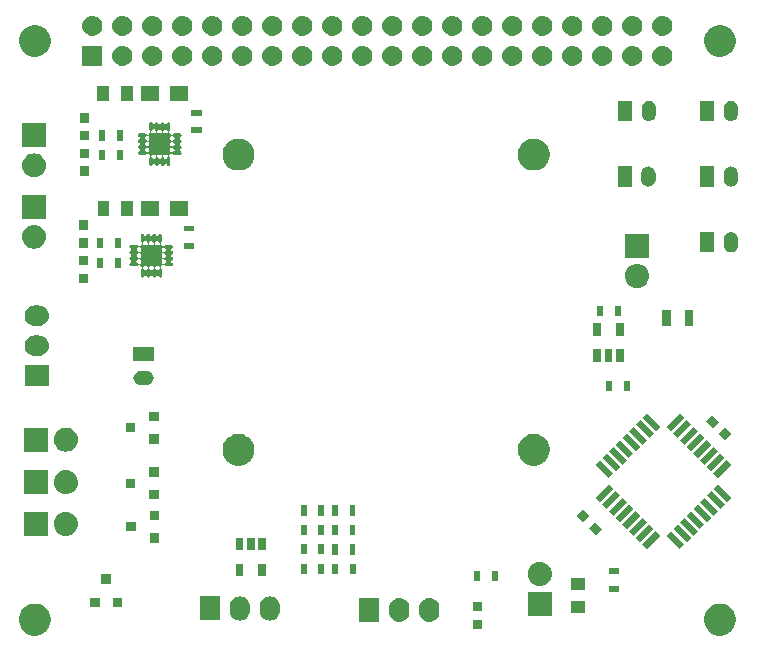
<source format=gts>
G04 #@! TF.GenerationSoftware,KiCad,Pcbnew,5.1.4+dfsg1-1*
G04 #@! TF.CreationDate,2019-10-24T18:48:20+02:00*
G04 #@! TF.ProjectId,rasle,7261736c-652e-46b6-9963-61645f706362,rev?*
G04 #@! TF.SameCoordinates,Original*
G04 #@! TF.FileFunction,Soldermask,Top*
G04 #@! TF.FilePolarity,Negative*
%FSLAX46Y46*%
G04 Gerber Fmt 4.6, Leading zero omitted, Abs format (unit mm)*
G04 Created by KiCad (PCBNEW 5.1.4+dfsg1-1) date 2019-10-24 18:48:20*
%MOMM*%
%LPD*%
G04 APERTURE LIST*
%ADD10C,0.150000*%
G04 APERTURE END LIST*
D10*
G36*
X261893779Y-145201879D02*
G01*
X262139463Y-145303645D01*
X262139465Y-145303646D01*
X262360575Y-145451387D01*
X262548613Y-145639425D01*
X262663617Y-145811540D01*
X262696355Y-145860537D01*
X262798121Y-146106221D01*
X262850000Y-146367035D01*
X262850000Y-146632965D01*
X262798121Y-146893779D01*
X262696355Y-147139463D01*
X262696354Y-147139465D01*
X262548613Y-147360575D01*
X262360575Y-147548613D01*
X262139465Y-147696354D01*
X262139464Y-147696355D01*
X262139463Y-147696355D01*
X261893779Y-147798121D01*
X261632965Y-147850000D01*
X261367035Y-147850000D01*
X261106221Y-147798121D01*
X260860537Y-147696355D01*
X260860536Y-147696355D01*
X260860535Y-147696354D01*
X260639425Y-147548613D01*
X260451387Y-147360575D01*
X260303646Y-147139465D01*
X260303645Y-147139463D01*
X260201879Y-146893779D01*
X260150000Y-146632965D01*
X260150000Y-146367035D01*
X260201879Y-146106221D01*
X260303645Y-145860537D01*
X260336384Y-145811540D01*
X260451387Y-145639425D01*
X260639425Y-145451387D01*
X260860535Y-145303646D01*
X260860537Y-145303645D01*
X261106221Y-145201879D01*
X261367035Y-145150000D01*
X261632965Y-145150000D01*
X261893779Y-145201879D01*
X261893779Y-145201879D01*
G37*
G36*
X203893779Y-145201879D02*
G01*
X204139463Y-145303645D01*
X204139465Y-145303646D01*
X204360575Y-145451387D01*
X204548613Y-145639425D01*
X204663617Y-145811540D01*
X204696355Y-145860537D01*
X204798121Y-146106221D01*
X204850000Y-146367035D01*
X204850000Y-146632965D01*
X204798121Y-146893779D01*
X204696355Y-147139463D01*
X204696354Y-147139465D01*
X204548613Y-147360575D01*
X204360575Y-147548613D01*
X204139465Y-147696354D01*
X204139464Y-147696355D01*
X204139463Y-147696355D01*
X203893779Y-147798121D01*
X203632965Y-147850000D01*
X203367035Y-147850000D01*
X203106221Y-147798121D01*
X202860537Y-147696355D01*
X202860536Y-147696355D01*
X202860535Y-147696354D01*
X202639425Y-147548613D01*
X202451387Y-147360575D01*
X202303646Y-147139465D01*
X202303645Y-147139463D01*
X202201879Y-146893779D01*
X202150000Y-146632965D01*
X202150000Y-146367035D01*
X202201879Y-146106221D01*
X202303645Y-145860537D01*
X202336384Y-145811540D01*
X202451387Y-145639425D01*
X202639425Y-145451387D01*
X202860535Y-145303646D01*
X202860537Y-145303645D01*
X203106221Y-145201879D01*
X203367035Y-145150000D01*
X203632965Y-145150000D01*
X203893779Y-145201879D01*
X203893779Y-145201879D01*
G37*
G36*
X241361360Y-147310140D02*
G01*
X240563800Y-147310140D01*
X240563800Y-146512580D01*
X241361360Y-146512580D01*
X241361360Y-147310140D01*
X241361360Y-147310140D01*
G37*
G36*
X237062794Y-144678496D02*
G01*
X237183226Y-144715029D01*
X237225587Y-144727879D01*
X237375607Y-144808066D01*
X237375610Y-144808068D01*
X237375611Y-144808069D01*
X237507112Y-144915988D01*
X237615031Y-145047488D01*
X237615033Y-145047492D01*
X237615034Y-145047493D01*
X237695221Y-145197513D01*
X237695222Y-145197516D01*
X237744604Y-145360305D01*
X237757100Y-145487180D01*
X237757100Y-145876819D01*
X237744604Y-146003694D01*
X237733747Y-146039484D01*
X237695221Y-146166488D01*
X237615034Y-146316507D01*
X237615031Y-146316512D01*
X237507112Y-146448012D01*
X237375612Y-146555931D01*
X237375608Y-146555933D01*
X237375607Y-146555934D01*
X237225587Y-146636121D01*
X237225584Y-146636122D01*
X237062795Y-146685504D01*
X236893500Y-146702178D01*
X236724206Y-146685504D01*
X236561417Y-146636122D01*
X236561414Y-146636121D01*
X236411394Y-146555934D01*
X236411393Y-146555933D01*
X236411389Y-146555931D01*
X236279888Y-146448012D01*
X236171969Y-146316512D01*
X236104347Y-146190000D01*
X236091779Y-146166487D01*
X236091778Y-146166484D01*
X236042396Y-146003695D01*
X236029900Y-145876820D01*
X236029900Y-145487181D01*
X236042396Y-145360306D01*
X236091778Y-145197517D01*
X236091779Y-145197513D01*
X236171966Y-145047493D01*
X236171970Y-145047488D01*
X236279888Y-144915988D01*
X236411388Y-144808069D01*
X236411392Y-144808067D01*
X236411393Y-144808066D01*
X236561413Y-144727879D01*
X236561416Y-144727878D01*
X236724205Y-144678496D01*
X236893500Y-144661822D01*
X237062794Y-144678496D01*
X237062794Y-144678496D01*
G37*
G36*
X234522794Y-144678496D02*
G01*
X234643226Y-144715029D01*
X234685587Y-144727879D01*
X234835607Y-144808066D01*
X234835610Y-144808068D01*
X234835611Y-144808069D01*
X234967112Y-144915988D01*
X235075031Y-145047488D01*
X235075033Y-145047492D01*
X235075034Y-145047493D01*
X235155221Y-145197513D01*
X235155222Y-145197516D01*
X235204604Y-145360305D01*
X235217100Y-145487180D01*
X235217100Y-145876819D01*
X235204604Y-146003694D01*
X235193747Y-146039484D01*
X235155221Y-146166488D01*
X235075034Y-146316507D01*
X235075031Y-146316512D01*
X234967112Y-146448012D01*
X234835612Y-146555931D01*
X234835608Y-146555933D01*
X234835607Y-146555934D01*
X234685587Y-146636121D01*
X234685584Y-146636122D01*
X234522795Y-146685504D01*
X234353500Y-146702178D01*
X234184206Y-146685504D01*
X234021417Y-146636122D01*
X234021414Y-146636121D01*
X233871394Y-146555934D01*
X233871393Y-146555933D01*
X233871389Y-146555931D01*
X233739888Y-146448012D01*
X233631969Y-146316512D01*
X233564347Y-146190000D01*
X233551779Y-146166487D01*
X233551778Y-146166484D01*
X233502396Y-146003695D01*
X233489900Y-145876820D01*
X233489900Y-145487181D01*
X233502396Y-145360306D01*
X233551778Y-145197517D01*
X233551779Y-145197513D01*
X233631966Y-145047493D01*
X233631970Y-145047488D01*
X233739888Y-144915988D01*
X233871388Y-144808069D01*
X233871392Y-144808067D01*
X233871393Y-144808066D01*
X234021413Y-144727879D01*
X234021416Y-144727878D01*
X234184205Y-144678496D01*
X234353500Y-144661822D01*
X234522794Y-144678496D01*
X234522794Y-144678496D01*
G37*
G36*
X232677100Y-146698000D02*
G01*
X230949900Y-146698000D01*
X230949900Y-144666000D01*
X232677100Y-144666000D01*
X232677100Y-146698000D01*
X232677100Y-146698000D01*
G37*
G36*
X223562694Y-144551496D02*
G01*
X223683126Y-144588029D01*
X223725487Y-144600879D01*
X223875507Y-144681066D01*
X223875510Y-144681068D01*
X223875511Y-144681069D01*
X224007012Y-144788988D01*
X224114931Y-144920488D01*
X224114933Y-144920492D01*
X224114934Y-144920493D01*
X224195121Y-145070513D01*
X224195122Y-145070516D01*
X224244504Y-145233305D01*
X224257000Y-145360180D01*
X224257000Y-145749819D01*
X224244504Y-145876694D01*
X224244465Y-145876821D01*
X224195121Y-146039488D01*
X224114934Y-146189507D01*
X224114931Y-146189512D01*
X224007012Y-146321012D01*
X223875512Y-146428931D01*
X223875508Y-146428933D01*
X223875507Y-146428934D01*
X223725487Y-146509121D01*
X223725484Y-146509122D01*
X223562695Y-146558504D01*
X223393400Y-146575178D01*
X223224106Y-146558504D01*
X223061317Y-146509122D01*
X223061314Y-146509121D01*
X222911294Y-146428934D01*
X222911293Y-146428933D01*
X222911289Y-146428931D01*
X222779788Y-146321012D01*
X222671869Y-146189512D01*
X222663639Y-146174115D01*
X222591679Y-146039487D01*
X222591678Y-146039484D01*
X222542296Y-145876695D01*
X222529800Y-145749820D01*
X222529800Y-145360181D01*
X222542296Y-145233306D01*
X222591678Y-145070517D01*
X222591679Y-145070513D01*
X222671866Y-144920493D01*
X222675563Y-144915988D01*
X222779788Y-144788988D01*
X222911288Y-144681069D01*
X222911292Y-144681067D01*
X222911293Y-144681066D01*
X223061313Y-144600879D01*
X223061316Y-144600878D01*
X223224105Y-144551496D01*
X223393400Y-144534822D01*
X223562694Y-144551496D01*
X223562694Y-144551496D01*
G37*
G36*
X221022694Y-144551496D02*
G01*
X221143126Y-144588029D01*
X221185487Y-144600879D01*
X221335507Y-144681066D01*
X221335510Y-144681068D01*
X221335511Y-144681069D01*
X221467012Y-144788988D01*
X221574931Y-144920488D01*
X221574933Y-144920492D01*
X221574934Y-144920493D01*
X221655121Y-145070513D01*
X221655122Y-145070516D01*
X221704504Y-145233305D01*
X221717000Y-145360180D01*
X221717000Y-145749819D01*
X221704504Y-145876694D01*
X221704465Y-145876821D01*
X221655121Y-146039488D01*
X221574934Y-146189507D01*
X221574931Y-146189512D01*
X221467012Y-146321012D01*
X221335512Y-146428931D01*
X221335508Y-146428933D01*
X221335507Y-146428934D01*
X221185487Y-146509121D01*
X221185484Y-146509122D01*
X221022695Y-146558504D01*
X220853400Y-146575178D01*
X220684106Y-146558504D01*
X220521317Y-146509122D01*
X220521314Y-146509121D01*
X220371294Y-146428934D01*
X220371293Y-146428933D01*
X220371289Y-146428931D01*
X220239788Y-146321012D01*
X220131869Y-146189512D01*
X220123639Y-146174115D01*
X220051679Y-146039487D01*
X220051678Y-146039484D01*
X220002296Y-145876695D01*
X219989800Y-145749820D01*
X219989800Y-145360181D01*
X220002296Y-145233306D01*
X220051678Y-145070517D01*
X220051679Y-145070513D01*
X220131866Y-144920493D01*
X220135563Y-144915988D01*
X220239788Y-144788988D01*
X220371288Y-144681069D01*
X220371292Y-144681067D01*
X220371293Y-144681066D01*
X220521313Y-144600879D01*
X220521316Y-144600878D01*
X220684105Y-144551496D01*
X220853400Y-144534822D01*
X221022694Y-144551496D01*
X221022694Y-144551496D01*
G37*
G36*
X219177000Y-146571000D02*
G01*
X217449800Y-146571000D01*
X217449800Y-144539000D01*
X219177000Y-144539000D01*
X219177000Y-146571000D01*
X219177000Y-146571000D01*
G37*
G36*
X247269400Y-146190000D02*
G01*
X245237400Y-146190000D01*
X245237400Y-144158000D01*
X247269400Y-144158000D01*
X247269400Y-146190000D01*
X247269400Y-146190000D01*
G37*
G36*
X250104200Y-145962800D02*
G01*
X248854200Y-145962800D01*
X248854200Y-144962800D01*
X250104200Y-144962800D01*
X250104200Y-145962800D01*
X250104200Y-145962800D01*
G37*
G36*
X241361360Y-145811540D02*
G01*
X240563800Y-145811540D01*
X240563800Y-145013980D01*
X241361360Y-145013980D01*
X241361360Y-145811540D01*
X241361360Y-145811540D01*
G37*
G36*
X210875050Y-145457210D02*
G01*
X210074950Y-145457210D01*
X210074950Y-144657110D01*
X210875050Y-144657110D01*
X210875050Y-145457210D01*
X210875050Y-145457210D01*
G37*
G36*
X208975050Y-145457210D02*
G01*
X208174950Y-145457210D01*
X208174950Y-144657110D01*
X208975050Y-144657110D01*
X208975050Y-145457210D01*
X208975050Y-145457210D01*
G37*
G36*
X252977200Y-144128600D02*
G01*
X252077200Y-144128600D01*
X252077200Y-143628600D01*
X252977200Y-143628600D01*
X252977200Y-144128600D01*
X252977200Y-144128600D01*
G37*
G36*
X250104200Y-143962800D02*
G01*
X248854200Y-143962800D01*
X248854200Y-142962800D01*
X250104200Y-142962800D01*
X250104200Y-143962800D01*
X250104200Y-143962800D01*
G37*
G36*
X246452567Y-141632701D02*
G01*
X246452570Y-141632702D01*
X246452571Y-141632702D01*
X246644087Y-141690798D01*
X246644089Y-141690799D01*
X246644092Y-141690800D01*
X246820590Y-141785139D01*
X246975296Y-141912104D01*
X247102261Y-142066810D01*
X247196600Y-142243308D01*
X247254699Y-142434833D01*
X247274315Y-142634000D01*
X247254699Y-142833167D01*
X247196600Y-143024692D01*
X247102261Y-143201190D01*
X246975296Y-143355896D01*
X246820590Y-143482861D01*
X246644092Y-143577200D01*
X246644089Y-143577201D01*
X246644087Y-143577202D01*
X246452571Y-143635298D01*
X246452570Y-143635298D01*
X246452567Y-143635299D01*
X246303306Y-143650000D01*
X246203494Y-143650000D01*
X246054233Y-143635299D01*
X246054230Y-143635298D01*
X246054229Y-143635298D01*
X245862713Y-143577202D01*
X245862711Y-143577201D01*
X245862708Y-143577200D01*
X245686210Y-143482861D01*
X245531504Y-143355896D01*
X245404539Y-143201190D01*
X245310200Y-143024692D01*
X245252101Y-142833167D01*
X245232485Y-142634000D01*
X245252101Y-142434833D01*
X245310200Y-142243308D01*
X245404539Y-142066810D01*
X245531504Y-141912104D01*
X245686210Y-141785139D01*
X245862708Y-141690800D01*
X245862711Y-141690799D01*
X245862713Y-141690798D01*
X246054229Y-141632702D01*
X246054230Y-141632702D01*
X246054233Y-141632701D01*
X246203494Y-141618000D01*
X246303306Y-141618000D01*
X246452567Y-141632701D01*
X246452567Y-141632701D01*
G37*
G36*
X209925050Y-143458230D02*
G01*
X209124950Y-143458230D01*
X209124950Y-142658130D01*
X209925050Y-142658130D01*
X209925050Y-143458230D01*
X209925050Y-143458230D01*
G37*
G36*
X241194100Y-143259260D02*
G01*
X240694100Y-143259260D01*
X240694100Y-142359260D01*
X241194100Y-142359260D01*
X241194100Y-143259260D01*
X241194100Y-143259260D01*
G37*
G36*
X242694100Y-143259260D02*
G01*
X242194100Y-143259260D01*
X242194100Y-142359260D01*
X242694100Y-142359260D01*
X242694100Y-143259260D01*
X242694100Y-143259260D01*
G37*
G36*
X223053000Y-142824000D02*
G01*
X222403000Y-142824000D01*
X222403000Y-141764000D01*
X223053000Y-141764000D01*
X223053000Y-142824000D01*
X223053000Y-142824000D01*
G37*
G36*
X221153000Y-142824000D02*
G01*
X220503000Y-142824000D01*
X220503000Y-141764000D01*
X221153000Y-141764000D01*
X221153000Y-142824000D01*
X221153000Y-142824000D01*
G37*
G36*
X226513600Y-142652200D02*
G01*
X226013600Y-142652200D01*
X226013600Y-141752200D01*
X226513600Y-141752200D01*
X226513600Y-142652200D01*
X226513600Y-142652200D01*
G37*
G36*
X228013600Y-142652200D02*
G01*
X227513600Y-142652200D01*
X227513600Y-141752200D01*
X228013600Y-141752200D01*
X228013600Y-142652200D01*
X228013600Y-142652200D01*
G37*
G36*
X229167200Y-142652200D02*
G01*
X228667200Y-142652200D01*
X228667200Y-141752200D01*
X229167200Y-141752200D01*
X229167200Y-142652200D01*
X229167200Y-142652200D01*
G37*
G36*
X230667200Y-142652200D02*
G01*
X230167200Y-142652200D01*
X230167200Y-141752200D01*
X230667200Y-141752200D01*
X230667200Y-142652200D01*
X230667200Y-142652200D01*
G37*
G36*
X252977200Y-142628600D02*
G01*
X252077200Y-142628600D01*
X252077200Y-142128600D01*
X252977200Y-142128600D01*
X252977200Y-142628600D01*
X252977200Y-142628600D01*
G37*
G36*
X230641800Y-141001200D02*
G01*
X230141800Y-141001200D01*
X230141800Y-140101200D01*
X230641800Y-140101200D01*
X230641800Y-141001200D01*
X230641800Y-141001200D01*
G37*
G36*
X229141800Y-141001200D02*
G01*
X228641800Y-141001200D01*
X228641800Y-140101200D01*
X229141800Y-140101200D01*
X229141800Y-141001200D01*
X229141800Y-141001200D01*
G37*
G36*
X228000200Y-140975800D02*
G01*
X227500200Y-140975800D01*
X227500200Y-140075800D01*
X228000200Y-140075800D01*
X228000200Y-140975800D01*
X228000200Y-140975800D01*
G37*
G36*
X226500200Y-140975800D02*
G01*
X226000200Y-140975800D01*
X226000200Y-140075800D01*
X226500200Y-140075800D01*
X226500200Y-140975800D01*
X226500200Y-140975800D01*
G37*
G36*
X223053000Y-140624000D02*
G01*
X222403000Y-140624000D01*
X222403000Y-139564000D01*
X223053000Y-139564000D01*
X223053000Y-140624000D01*
X223053000Y-140624000D01*
G37*
G36*
X222103000Y-140624000D02*
G01*
X221453000Y-140624000D01*
X221453000Y-139564000D01*
X222103000Y-139564000D01*
X222103000Y-140624000D01*
X222103000Y-140624000D01*
G37*
G36*
X221153000Y-140624000D02*
G01*
X220503000Y-140624000D01*
X220503000Y-139564000D01*
X221153000Y-139564000D01*
X221153000Y-140624000D01*
X221153000Y-140624000D01*
G37*
G36*
X258497399Y-140125976D02*
G01*
X258108490Y-140514885D01*
X256977119Y-139383514D01*
X257366028Y-138994605D01*
X258497399Y-140125976D01*
X258497399Y-140125976D01*
G37*
G36*
X256446789Y-139383514D02*
G01*
X255315418Y-140514885D01*
X254926509Y-140125976D01*
X256057880Y-138994605D01*
X256446789Y-139383514D01*
X256446789Y-139383514D01*
G37*
G36*
X214024610Y-139970850D02*
G01*
X213224510Y-139970850D01*
X213224510Y-139170750D01*
X214024610Y-139170750D01*
X214024610Y-139970850D01*
X214024610Y-139970850D01*
G37*
G36*
X259063084Y-139560290D02*
G01*
X258674175Y-139949199D01*
X257542804Y-138817828D01*
X257931713Y-138428919D01*
X259063084Y-139560290D01*
X259063084Y-139560290D01*
G37*
G36*
X255881104Y-138817828D02*
G01*
X254749733Y-139949199D01*
X254360824Y-139560290D01*
X255492195Y-138428919D01*
X255881104Y-138817828D01*
X255881104Y-138817828D01*
G37*
G36*
X206320567Y-137390901D02*
G01*
X206320570Y-137390902D01*
X206320571Y-137390902D01*
X206512087Y-137448998D01*
X206512089Y-137448999D01*
X206512092Y-137449000D01*
X206688590Y-137543339D01*
X206843296Y-137670304D01*
X206970261Y-137825010D01*
X207064600Y-138001508D01*
X207122699Y-138193033D01*
X207142315Y-138392200D01*
X207122699Y-138591367D01*
X207064600Y-138782892D01*
X206970261Y-138959390D01*
X206843296Y-139114096D01*
X206688590Y-139241061D01*
X206512092Y-139335400D01*
X206512089Y-139335401D01*
X206512087Y-139335402D01*
X206320571Y-139393498D01*
X206320570Y-139393498D01*
X206320567Y-139393499D01*
X206171306Y-139408200D01*
X206071494Y-139408200D01*
X205922233Y-139393499D01*
X205922230Y-139393498D01*
X205922229Y-139393498D01*
X205730713Y-139335402D01*
X205730711Y-139335401D01*
X205730708Y-139335400D01*
X205554210Y-139241061D01*
X205399504Y-139114096D01*
X205272539Y-138959390D01*
X205178200Y-138782892D01*
X205120101Y-138591367D01*
X205100485Y-138392200D01*
X205120101Y-138193033D01*
X205178200Y-138001508D01*
X205272539Y-137825010D01*
X205399504Y-137670304D01*
X205554210Y-137543339D01*
X205730708Y-137449000D01*
X205730711Y-137448999D01*
X205730713Y-137448998D01*
X205922229Y-137390902D01*
X205922230Y-137390902D01*
X205922233Y-137390901D01*
X206071494Y-137376200D01*
X206171306Y-137376200D01*
X206320567Y-137390901D01*
X206320567Y-137390901D01*
G37*
G36*
X204597400Y-139408200D02*
G01*
X202565400Y-139408200D01*
X202565400Y-137376200D01*
X204597400Y-137376200D01*
X204597400Y-139408200D01*
X204597400Y-139408200D01*
G37*
G36*
X259628770Y-138994605D02*
G01*
X259239861Y-139383514D01*
X258108490Y-138252143D01*
X258497399Y-137863234D01*
X259628770Y-138994605D01*
X259628770Y-138994605D01*
G37*
G36*
X255315418Y-138252143D02*
G01*
X254184047Y-139383514D01*
X253795138Y-138994605D01*
X254926509Y-137863234D01*
X255315418Y-138252143D01*
X255315418Y-138252143D01*
G37*
G36*
X230641800Y-139350200D02*
G01*
X230141800Y-139350200D01*
X230141800Y-138450200D01*
X230641800Y-138450200D01*
X230641800Y-139350200D01*
X230641800Y-139350200D01*
G37*
G36*
X229141800Y-139350200D02*
G01*
X228641800Y-139350200D01*
X228641800Y-138450200D01*
X229141800Y-138450200D01*
X229141800Y-139350200D01*
X229141800Y-139350200D01*
G37*
G36*
X228000200Y-139350200D02*
G01*
X227500200Y-139350200D01*
X227500200Y-138450200D01*
X228000200Y-138450200D01*
X228000200Y-139350200D01*
X228000200Y-139350200D01*
G37*
G36*
X226500200Y-139350200D02*
G01*
X226000200Y-139350200D01*
X226000200Y-138450200D01*
X226500200Y-138450200D01*
X226500200Y-139350200D01*
X226500200Y-139350200D01*
G37*
G36*
X251500408Y-138790878D02*
G01*
X250970078Y-139321208D01*
X250404392Y-138755522D01*
X250934722Y-138225192D01*
X251500408Y-138790878D01*
X251500408Y-138790878D01*
G37*
G36*
X212025630Y-139020850D02*
G01*
X211225530Y-139020850D01*
X211225530Y-138220750D01*
X212025630Y-138220750D01*
X212025630Y-139020850D01*
X212025630Y-139020850D01*
G37*
G36*
X254749733Y-137686458D02*
G01*
X253618362Y-138817829D01*
X253229453Y-138428920D01*
X254360824Y-137297549D01*
X254749733Y-137686458D01*
X254749733Y-137686458D01*
G37*
G36*
X260194455Y-138428920D02*
G01*
X259805546Y-138817829D01*
X258674175Y-137686458D01*
X259063084Y-137297549D01*
X260194455Y-138428920D01*
X260194455Y-138428920D01*
G37*
G36*
X250439748Y-137730218D02*
G01*
X249909418Y-138260548D01*
X249343732Y-137694862D01*
X249874062Y-137164532D01*
X250439748Y-137730218D01*
X250439748Y-137730218D01*
G37*
G36*
X254184047Y-137120772D02*
G01*
X253052676Y-138252143D01*
X252663767Y-137863234D01*
X253795138Y-136731863D01*
X254184047Y-137120772D01*
X254184047Y-137120772D01*
G37*
G36*
X260760141Y-137863234D02*
G01*
X260371232Y-138252143D01*
X259239861Y-137120772D01*
X259628770Y-136731863D01*
X260760141Y-137863234D01*
X260760141Y-137863234D01*
G37*
G36*
X214024610Y-138070850D02*
G01*
X213224510Y-138070850D01*
X213224510Y-137270750D01*
X214024610Y-137270750D01*
X214024610Y-138070850D01*
X214024610Y-138070850D01*
G37*
G36*
X229141800Y-137724600D02*
G01*
X228641800Y-137724600D01*
X228641800Y-136824600D01*
X229141800Y-136824600D01*
X229141800Y-137724600D01*
X229141800Y-137724600D01*
G37*
G36*
X230641800Y-137724600D02*
G01*
X230141800Y-137724600D01*
X230141800Y-136824600D01*
X230641800Y-136824600D01*
X230641800Y-137724600D01*
X230641800Y-137724600D01*
G37*
G36*
X226500200Y-137724600D02*
G01*
X226000200Y-137724600D01*
X226000200Y-136824600D01*
X226500200Y-136824600D01*
X226500200Y-137724600D01*
X226500200Y-137724600D01*
G37*
G36*
X228000200Y-137724600D02*
G01*
X227500200Y-137724600D01*
X227500200Y-136824600D01*
X228000200Y-136824600D01*
X228000200Y-137724600D01*
X228000200Y-137724600D01*
G37*
G36*
X261325826Y-137297549D02*
G01*
X260936917Y-137686458D01*
X259805546Y-136555087D01*
X260194455Y-136166178D01*
X261325826Y-137297549D01*
X261325826Y-137297549D01*
G37*
G36*
X253618362Y-136555087D02*
G01*
X252486991Y-137686458D01*
X252098082Y-137297549D01*
X253229453Y-136166178D01*
X253618362Y-136555087D01*
X253618362Y-136555087D01*
G37*
G36*
X261891511Y-136731863D02*
G01*
X261502602Y-137120772D01*
X260371231Y-135989401D01*
X260760140Y-135600492D01*
X261891511Y-136731863D01*
X261891511Y-136731863D01*
G37*
G36*
X253052677Y-135989401D02*
G01*
X251921306Y-137120772D01*
X251532397Y-136731863D01*
X252663768Y-135600492D01*
X253052677Y-135989401D01*
X253052677Y-135989401D01*
G37*
G36*
X252486991Y-135423716D02*
G01*
X251355620Y-136555087D01*
X250966711Y-136166178D01*
X252098082Y-135034807D01*
X252486991Y-135423716D01*
X252486991Y-135423716D01*
G37*
G36*
X262457197Y-136166178D02*
G01*
X262068288Y-136555087D01*
X260936917Y-135423716D01*
X261325826Y-135034807D01*
X262457197Y-136166178D01*
X262457197Y-136166178D01*
G37*
G36*
X213999210Y-136313250D02*
G01*
X213199110Y-136313250D01*
X213199110Y-135513150D01*
X213999210Y-135513150D01*
X213999210Y-136313250D01*
X213999210Y-136313250D01*
G37*
G36*
X206320567Y-133860301D02*
G01*
X206320570Y-133860302D01*
X206320571Y-133860302D01*
X206512087Y-133918398D01*
X206512089Y-133918399D01*
X206512092Y-133918400D01*
X206688590Y-134012739D01*
X206843296Y-134139704D01*
X206970261Y-134294410D01*
X207064600Y-134470908D01*
X207064601Y-134470911D01*
X207064602Y-134470913D01*
X207092582Y-134563150D01*
X207122699Y-134662433D01*
X207142315Y-134861600D01*
X207122699Y-135060767D01*
X207064600Y-135252292D01*
X206970261Y-135428790D01*
X206843296Y-135583496D01*
X206688590Y-135710461D01*
X206512092Y-135804800D01*
X206512089Y-135804801D01*
X206512087Y-135804802D01*
X206320571Y-135862898D01*
X206320570Y-135862898D01*
X206320567Y-135862899D01*
X206171306Y-135877600D01*
X206071494Y-135877600D01*
X205922233Y-135862899D01*
X205922230Y-135862898D01*
X205922229Y-135862898D01*
X205730713Y-135804802D01*
X205730711Y-135804801D01*
X205730708Y-135804800D01*
X205554210Y-135710461D01*
X205399504Y-135583496D01*
X205272539Y-135428790D01*
X205178200Y-135252292D01*
X205120101Y-135060767D01*
X205100485Y-134861600D01*
X205120101Y-134662433D01*
X205150218Y-134563150D01*
X205178198Y-134470913D01*
X205178199Y-134470911D01*
X205178200Y-134470908D01*
X205272539Y-134294410D01*
X205399504Y-134139704D01*
X205554210Y-134012739D01*
X205730708Y-133918400D01*
X205730711Y-133918399D01*
X205730713Y-133918398D01*
X205922229Y-133860302D01*
X205922230Y-133860302D01*
X205922233Y-133860301D01*
X206071494Y-133845600D01*
X206171306Y-133845600D01*
X206320567Y-133860301D01*
X206320567Y-133860301D01*
G37*
G36*
X204597400Y-135877600D02*
G01*
X202565400Y-135877600D01*
X202565400Y-133845600D01*
X204597400Y-133845600D01*
X204597400Y-135877600D01*
X204597400Y-135877600D01*
G37*
G36*
X212000230Y-135363250D02*
G01*
X211200130Y-135363250D01*
X211200130Y-134563150D01*
X212000230Y-134563150D01*
X212000230Y-135363250D01*
X212000230Y-135363250D01*
G37*
G36*
X252486991Y-134115568D02*
G01*
X252098082Y-134504477D01*
X250966711Y-133373106D01*
X251355620Y-132984197D01*
X252486991Y-134115568D01*
X252486991Y-134115568D01*
G37*
G36*
X262457197Y-133373106D02*
G01*
X261325826Y-134504477D01*
X260936917Y-134115568D01*
X262068288Y-132984197D01*
X262457197Y-133373106D01*
X262457197Y-133373106D01*
G37*
G36*
X213999210Y-134413250D02*
G01*
X213199110Y-134413250D01*
X213199110Y-133613150D01*
X213999210Y-133613150D01*
X213999210Y-134413250D01*
X213999210Y-134413250D01*
G37*
G36*
X261891511Y-132807421D02*
G01*
X260760140Y-133938792D01*
X260371231Y-133549883D01*
X261502602Y-132418512D01*
X261891511Y-132807421D01*
X261891511Y-132807421D01*
G37*
G36*
X253052677Y-133549883D02*
G01*
X252663768Y-133938792D01*
X251532397Y-132807421D01*
X251921306Y-132418512D01*
X253052677Y-133549883D01*
X253052677Y-133549883D01*
G37*
G36*
X246139179Y-130820279D02*
G01*
X246384863Y-130922045D01*
X246384865Y-130922046D01*
X246496169Y-130996417D01*
X246605974Y-131069786D01*
X246794014Y-131257826D01*
X246837039Y-131322218D01*
X246925074Y-131453971D01*
X246941755Y-131478937D01*
X247043521Y-131724621D01*
X247095400Y-131985435D01*
X247095400Y-132251365D01*
X247043521Y-132512179D01*
X246941755Y-132757863D01*
X246941754Y-132757865D01*
X246794013Y-132978975D01*
X246605975Y-133167013D01*
X246384865Y-133314754D01*
X246384864Y-133314755D01*
X246384863Y-133314755D01*
X246139179Y-133416521D01*
X245878365Y-133468400D01*
X245612435Y-133468400D01*
X245351621Y-133416521D01*
X245105937Y-133314755D01*
X245105936Y-133314755D01*
X245105935Y-133314754D01*
X244884825Y-133167013D01*
X244696787Y-132978975D01*
X244549046Y-132757865D01*
X244549045Y-132757863D01*
X244447279Y-132512179D01*
X244395400Y-132251365D01*
X244395400Y-131985435D01*
X244447279Y-131724621D01*
X244549045Y-131478937D01*
X244565727Y-131453971D01*
X244653761Y-131322218D01*
X244696786Y-131257826D01*
X244884826Y-131069786D01*
X244994631Y-130996417D01*
X245105935Y-130922046D01*
X245105937Y-130922045D01*
X245351621Y-130820279D01*
X245612435Y-130768400D01*
X245878365Y-130768400D01*
X246139179Y-130820279D01*
X246139179Y-130820279D01*
G37*
G36*
X221139179Y-130820279D02*
G01*
X221384863Y-130922045D01*
X221384865Y-130922046D01*
X221496169Y-130996417D01*
X221605974Y-131069786D01*
X221794014Y-131257826D01*
X221837039Y-131322218D01*
X221925074Y-131453971D01*
X221941755Y-131478937D01*
X222043521Y-131724621D01*
X222095400Y-131985435D01*
X222095400Y-132251365D01*
X222043521Y-132512179D01*
X221941755Y-132757863D01*
X221941754Y-132757865D01*
X221794013Y-132978975D01*
X221605975Y-133167013D01*
X221384865Y-133314754D01*
X221384864Y-133314755D01*
X221384863Y-133314755D01*
X221139179Y-133416521D01*
X220878365Y-133468400D01*
X220612435Y-133468400D01*
X220351621Y-133416521D01*
X220105937Y-133314755D01*
X220105936Y-133314755D01*
X220105935Y-133314754D01*
X219884825Y-133167013D01*
X219696787Y-132978975D01*
X219549046Y-132757865D01*
X219549045Y-132757863D01*
X219447279Y-132512179D01*
X219395400Y-132251365D01*
X219395400Y-131985435D01*
X219447279Y-131724621D01*
X219549045Y-131478937D01*
X219565727Y-131453971D01*
X219653761Y-131322218D01*
X219696786Y-131257826D01*
X219884826Y-131069786D01*
X219994631Y-130996417D01*
X220105935Y-130922046D01*
X220105937Y-130922045D01*
X220351621Y-130820279D01*
X220612435Y-130768400D01*
X220878365Y-130768400D01*
X221139179Y-130820279D01*
X221139179Y-130820279D01*
G37*
G36*
X253618362Y-132984197D02*
G01*
X253229453Y-133373106D01*
X252098082Y-132241735D01*
X252486991Y-131852826D01*
X253618362Y-132984197D01*
X253618362Y-132984197D01*
G37*
G36*
X261325826Y-132241735D02*
G01*
X260194455Y-133373106D01*
X259805546Y-132984197D01*
X260936917Y-131852826D01*
X261325826Y-132241735D01*
X261325826Y-132241735D01*
G37*
G36*
X260760141Y-131676050D02*
G01*
X259628770Y-132807421D01*
X259239861Y-132418512D01*
X260371232Y-131287141D01*
X260760141Y-131676050D01*
X260760141Y-131676050D01*
G37*
G36*
X254184047Y-132418512D02*
G01*
X253795138Y-132807421D01*
X252663767Y-131676050D01*
X253052676Y-131287141D01*
X254184047Y-132418512D01*
X254184047Y-132418512D01*
G37*
G36*
X206320567Y-130253501D02*
G01*
X206320570Y-130253502D01*
X206320571Y-130253502D01*
X206512087Y-130311598D01*
X206512089Y-130311599D01*
X206512092Y-130311600D01*
X206688590Y-130405939D01*
X206843296Y-130532904D01*
X206970261Y-130687610D01*
X207064600Y-130864108D01*
X207064601Y-130864111D01*
X207064602Y-130864113D01*
X207122698Y-131055629D01*
X207122699Y-131055633D01*
X207142315Y-131254800D01*
X207122699Y-131453967D01*
X207122698Y-131453970D01*
X207122698Y-131453971D01*
X207081783Y-131588850D01*
X207064600Y-131645492D01*
X206970261Y-131821990D01*
X206843296Y-131976696D01*
X206688590Y-132103661D01*
X206512092Y-132198000D01*
X206512089Y-132198001D01*
X206512087Y-132198002D01*
X206320571Y-132256098D01*
X206320570Y-132256098D01*
X206320567Y-132256099D01*
X206171306Y-132270800D01*
X206071494Y-132270800D01*
X205922233Y-132256099D01*
X205922230Y-132256098D01*
X205922229Y-132256098D01*
X205730713Y-132198002D01*
X205730711Y-132198001D01*
X205730708Y-132198000D01*
X205554210Y-132103661D01*
X205399504Y-131976696D01*
X205272539Y-131821990D01*
X205178200Y-131645492D01*
X205161018Y-131588850D01*
X205120102Y-131453971D01*
X205120102Y-131453970D01*
X205120101Y-131453967D01*
X205100485Y-131254800D01*
X205120101Y-131055633D01*
X205120102Y-131055629D01*
X205178198Y-130864113D01*
X205178199Y-130864111D01*
X205178200Y-130864108D01*
X205272539Y-130687610D01*
X205399504Y-130532904D01*
X205554210Y-130405939D01*
X205730708Y-130311600D01*
X205730711Y-130311599D01*
X205730713Y-130311598D01*
X205922229Y-130253502D01*
X205922230Y-130253502D01*
X205922233Y-130253501D01*
X206071494Y-130238800D01*
X206171306Y-130238800D01*
X206320567Y-130253501D01*
X206320567Y-130253501D01*
G37*
G36*
X204597400Y-132270800D02*
G01*
X202565400Y-132270800D01*
X202565400Y-130238800D01*
X204597400Y-130238800D01*
X204597400Y-132270800D01*
X204597400Y-132270800D01*
G37*
G36*
X260194455Y-131110364D02*
G01*
X259063084Y-132241735D01*
X258674175Y-131852826D01*
X259805546Y-130721455D01*
X260194455Y-131110364D01*
X260194455Y-131110364D01*
G37*
G36*
X254749733Y-131852826D02*
G01*
X254360824Y-132241735D01*
X253229453Y-131110364D01*
X253618362Y-130721455D01*
X254749733Y-131852826D01*
X254749733Y-131852826D01*
G37*
G36*
X255315418Y-131287141D02*
G01*
X254926509Y-131676050D01*
X253795138Y-130544679D01*
X254184047Y-130155770D01*
X255315418Y-131287141D01*
X255315418Y-131287141D01*
G37*
G36*
X259628770Y-130544679D02*
G01*
X258497399Y-131676050D01*
X258108490Y-131287141D01*
X259239861Y-130155770D01*
X259628770Y-130544679D01*
X259628770Y-130544679D01*
G37*
G36*
X213999210Y-131588850D02*
G01*
X213199110Y-131588850D01*
X213199110Y-130788750D01*
X213999210Y-130788750D01*
X213999210Y-131588850D01*
X213999210Y-131588850D01*
G37*
G36*
X262487918Y-130791888D02*
G01*
X261957588Y-131322218D01*
X261391902Y-130756532D01*
X261922232Y-130226202D01*
X262487918Y-130791888D01*
X262487918Y-130791888D01*
G37*
G36*
X259063084Y-129978994D02*
G01*
X257931713Y-131110365D01*
X257542804Y-130721456D01*
X258674175Y-129590085D01*
X259063084Y-129978994D01*
X259063084Y-129978994D01*
G37*
G36*
X255881104Y-130721456D02*
G01*
X255492195Y-131110365D01*
X254360824Y-129978994D01*
X254749733Y-129590085D01*
X255881104Y-130721456D01*
X255881104Y-130721456D01*
G37*
G36*
X212000230Y-130638850D02*
G01*
X211200130Y-130638850D01*
X211200130Y-129838750D01*
X212000230Y-129838750D01*
X212000230Y-130638850D01*
X212000230Y-130638850D01*
G37*
G36*
X256446789Y-130155770D02*
G01*
X256057880Y-130544679D01*
X254926509Y-129413308D01*
X255315418Y-129024399D01*
X256446789Y-130155770D01*
X256446789Y-130155770D01*
G37*
G36*
X258497399Y-129413308D02*
G01*
X257366028Y-130544679D01*
X256977119Y-130155770D01*
X258108490Y-129024399D01*
X258497399Y-129413308D01*
X258497399Y-129413308D01*
G37*
G36*
X261427258Y-129731228D02*
G01*
X260896928Y-130261558D01*
X260331242Y-129695872D01*
X260861572Y-129165542D01*
X261427258Y-129731228D01*
X261427258Y-129731228D01*
G37*
G36*
X213999210Y-129688850D02*
G01*
X213199110Y-129688850D01*
X213199110Y-128888750D01*
X213999210Y-128888750D01*
X213999210Y-129688850D01*
X213999210Y-129688850D01*
G37*
G36*
X252382800Y-127183600D02*
G01*
X251882800Y-127183600D01*
X251882800Y-126283600D01*
X252382800Y-126283600D01*
X252382800Y-127183600D01*
X252382800Y-127183600D01*
G37*
G36*
X253882800Y-127183600D02*
G01*
X253382800Y-127183600D01*
X253382800Y-126283600D01*
X253882800Y-126283600D01*
X253882800Y-127183600D01*
X253882800Y-127183600D01*
G37*
G36*
X204673600Y-126708200D02*
G01*
X202641600Y-126708200D01*
X202641600Y-124981000D01*
X204673600Y-124981000D01*
X204673600Y-126708200D01*
X204673600Y-126708200D01*
G37*
G36*
X213067621Y-125424482D02*
G01*
X213180721Y-125458790D01*
X213284955Y-125514504D01*
X213376317Y-125589483D01*
X213451296Y-125680845D01*
X213507010Y-125785079D01*
X213541318Y-125898179D01*
X213552903Y-126015800D01*
X213541318Y-126133421D01*
X213507010Y-126246521D01*
X213451296Y-126350755D01*
X213376317Y-126442117D01*
X213284955Y-126517096D01*
X213180721Y-126572810D01*
X213067621Y-126607118D01*
X212979474Y-126615800D01*
X212420526Y-126615800D01*
X212332379Y-126607118D01*
X212219279Y-126572810D01*
X212115045Y-126517096D01*
X212023683Y-126442117D01*
X211948704Y-126350755D01*
X211892990Y-126246521D01*
X211858682Y-126133421D01*
X211847097Y-126015800D01*
X211858682Y-125898179D01*
X211892990Y-125785079D01*
X211948704Y-125680845D01*
X212023683Y-125589483D01*
X212115045Y-125514504D01*
X212219279Y-125458790D01*
X212332379Y-125424482D01*
X212420526Y-125415800D01*
X212979474Y-125415800D01*
X213067621Y-125424482D01*
X213067621Y-125424482D01*
G37*
G36*
X253345000Y-124655200D02*
G01*
X252695000Y-124655200D01*
X252695000Y-123595200D01*
X253345000Y-123595200D01*
X253345000Y-124655200D01*
X253345000Y-124655200D01*
G37*
G36*
X251445000Y-124655200D02*
G01*
X250795000Y-124655200D01*
X250795000Y-123595200D01*
X251445000Y-123595200D01*
X251445000Y-124655200D01*
X251445000Y-124655200D01*
G37*
G36*
X252395000Y-124655200D02*
G01*
X251745000Y-124655200D01*
X251745000Y-123595200D01*
X252395000Y-123595200D01*
X252395000Y-124655200D01*
X252395000Y-124655200D01*
G37*
G36*
X213550000Y-124615800D02*
G01*
X211850000Y-124615800D01*
X211850000Y-123415800D01*
X213550000Y-123415800D01*
X213550000Y-124615800D01*
X213550000Y-124615800D01*
G37*
G36*
X203894712Y-122445165D02*
G01*
X203979295Y-122453496D01*
X204142084Y-122502878D01*
X204142087Y-122502879D01*
X204292107Y-122583066D01*
X204292108Y-122583067D01*
X204292112Y-122583069D01*
X204423612Y-122690988D01*
X204531531Y-122822488D01*
X204531533Y-122822492D01*
X204531534Y-122822493D01*
X204611721Y-122972513D01*
X204611722Y-122972516D01*
X204661104Y-123135305D01*
X204677778Y-123304600D01*
X204661104Y-123473895D01*
X204624306Y-123595200D01*
X204611721Y-123636687D01*
X204531534Y-123786707D01*
X204531531Y-123786712D01*
X204423612Y-123918212D01*
X204292112Y-124026131D01*
X204292108Y-124026133D01*
X204292107Y-124026134D01*
X204142087Y-124106321D01*
X204142084Y-124106322D01*
X203979295Y-124155704D01*
X203894712Y-124164035D01*
X203852421Y-124168200D01*
X203462779Y-124168200D01*
X203420488Y-124164035D01*
X203335905Y-124155704D01*
X203173116Y-124106322D01*
X203173113Y-124106321D01*
X203023093Y-124026134D01*
X203023092Y-124026133D01*
X203023088Y-124026131D01*
X202891588Y-123918212D01*
X202783669Y-123786712D01*
X202783666Y-123786707D01*
X202703479Y-123636687D01*
X202690894Y-123595200D01*
X202654096Y-123473895D01*
X202637422Y-123304600D01*
X202654096Y-123135305D01*
X202703478Y-122972516D01*
X202703479Y-122972513D01*
X202783666Y-122822493D01*
X202783667Y-122822492D01*
X202783669Y-122822488D01*
X202891588Y-122690988D01*
X203023088Y-122583069D01*
X203023092Y-122583067D01*
X203023093Y-122583066D01*
X203173113Y-122502879D01*
X203173116Y-122502878D01*
X203335905Y-122453496D01*
X203420488Y-122445165D01*
X203462779Y-122441000D01*
X203852421Y-122441000D01*
X203894712Y-122445165D01*
X203894712Y-122445165D01*
G37*
G36*
X251445000Y-122455200D02*
G01*
X250795000Y-122455200D01*
X250795000Y-121395200D01*
X251445000Y-121395200D01*
X251445000Y-122455200D01*
X251445000Y-122455200D01*
G37*
G36*
X253345000Y-122455200D02*
G01*
X252695000Y-122455200D01*
X252695000Y-121395200D01*
X253345000Y-121395200D01*
X253345000Y-122455200D01*
X253345000Y-122455200D01*
G37*
G36*
X203894712Y-119905165D02*
G01*
X203979295Y-119913496D01*
X204142084Y-119962878D01*
X204142087Y-119962879D01*
X204292107Y-120043066D01*
X204292108Y-120043067D01*
X204292112Y-120043069D01*
X204423612Y-120150988D01*
X204531531Y-120282488D01*
X204531533Y-120282492D01*
X204531534Y-120282493D01*
X204611721Y-120432513D01*
X204611722Y-120432516D01*
X204661104Y-120595305D01*
X204677778Y-120764600D01*
X204661104Y-120933895D01*
X204611722Y-121096684D01*
X204611721Y-121096687D01*
X204531534Y-121246707D01*
X204531531Y-121246712D01*
X204423612Y-121378212D01*
X204292112Y-121486131D01*
X204292108Y-121486133D01*
X204292107Y-121486134D01*
X204142087Y-121566321D01*
X204142084Y-121566322D01*
X203979295Y-121615704D01*
X203894712Y-121624035D01*
X203852421Y-121628200D01*
X203462779Y-121628200D01*
X203420488Y-121624035D01*
X203335905Y-121615704D01*
X203173116Y-121566322D01*
X203173113Y-121566321D01*
X203023093Y-121486134D01*
X203023092Y-121486133D01*
X203023088Y-121486131D01*
X202891588Y-121378212D01*
X202783669Y-121246712D01*
X202783666Y-121246707D01*
X202703479Y-121096687D01*
X202703478Y-121096684D01*
X202654096Y-120933895D01*
X202637422Y-120764600D01*
X202654096Y-120595305D01*
X202703478Y-120432516D01*
X202703479Y-120432513D01*
X202783666Y-120282493D01*
X202783667Y-120282492D01*
X202783669Y-120282488D01*
X202891588Y-120150988D01*
X203023088Y-120043069D01*
X203023092Y-120043067D01*
X203023093Y-120043066D01*
X203173113Y-119962879D01*
X203173116Y-119962878D01*
X203335905Y-119913496D01*
X203420488Y-119905165D01*
X203462779Y-119901000D01*
X203852421Y-119901000D01*
X203894712Y-119905165D01*
X203894712Y-119905165D01*
G37*
G36*
X257337400Y-121617800D02*
G01*
X256637400Y-121617800D01*
X256637400Y-120317800D01*
X257337400Y-120317800D01*
X257337400Y-121617800D01*
X257337400Y-121617800D01*
G37*
G36*
X259237400Y-121617800D02*
G01*
X258537400Y-121617800D01*
X258537400Y-120317800D01*
X259237400Y-120317800D01*
X259237400Y-121617800D01*
X259237400Y-121617800D01*
G37*
G36*
X253095400Y-120833600D02*
G01*
X252595400Y-120833600D01*
X252595400Y-119933600D01*
X253095400Y-119933600D01*
X253095400Y-120833600D01*
X253095400Y-120833600D01*
G37*
G36*
X251595400Y-120833600D02*
G01*
X251095400Y-120833600D01*
X251095400Y-119933600D01*
X251595400Y-119933600D01*
X251595400Y-120833600D01*
X251595400Y-120833600D01*
G37*
G36*
X254682167Y-116392721D02*
G01*
X254682170Y-116392722D01*
X254682171Y-116392722D01*
X254873687Y-116450818D01*
X254873689Y-116450819D01*
X254873692Y-116450820D01*
X255050190Y-116545159D01*
X255204896Y-116672124D01*
X255331861Y-116826830D01*
X255426200Y-117003328D01*
X255484299Y-117194853D01*
X255503915Y-117394020D01*
X255484299Y-117593187D01*
X255426200Y-117784712D01*
X255331861Y-117961210D01*
X255204896Y-118115916D01*
X255050190Y-118242881D01*
X254873692Y-118337220D01*
X254873689Y-118337221D01*
X254873687Y-118337222D01*
X254682171Y-118395318D01*
X254682170Y-118395318D01*
X254682167Y-118395319D01*
X254532906Y-118410020D01*
X254433094Y-118410020D01*
X254283833Y-118395319D01*
X254283830Y-118395318D01*
X254283829Y-118395318D01*
X254092313Y-118337222D01*
X254092311Y-118337221D01*
X254092308Y-118337220D01*
X253915810Y-118242881D01*
X253761104Y-118115916D01*
X253634139Y-117961210D01*
X253539800Y-117784712D01*
X253481701Y-117593187D01*
X253462085Y-117394020D01*
X253481701Y-117194853D01*
X253539800Y-117003328D01*
X253634139Y-116826830D01*
X253761104Y-116672124D01*
X253915810Y-116545159D01*
X254092308Y-116450820D01*
X254092311Y-116450819D01*
X254092313Y-116450818D01*
X254283829Y-116392722D01*
X254283830Y-116392722D01*
X254283833Y-116392721D01*
X254433094Y-116378020D01*
X254532906Y-116378020D01*
X254682167Y-116392721D01*
X254682167Y-116392721D01*
G37*
G36*
X208020400Y-118003000D02*
G01*
X207270400Y-118003000D01*
X207270400Y-117203000D01*
X208020400Y-117203000D01*
X208020400Y-118003000D01*
X208020400Y-118003000D01*
G37*
G36*
X214139807Y-113836771D02*
G01*
X214168076Y-113845346D01*
X214194140Y-113859278D01*
X214216979Y-113878021D01*
X214235722Y-113900860D01*
X214249654Y-113926924D01*
X214258229Y-113955193D01*
X214260400Y-113977238D01*
X214260400Y-114441962D01*
X214258229Y-114464007D01*
X214249654Y-114492276D01*
X214235722Y-114518340D01*
X214228399Y-114527263D01*
X214216979Y-114541179D01*
X214209340Y-114547447D01*
X214190419Y-114562976D01*
X214173092Y-114580303D01*
X214159479Y-114600677D01*
X214150101Y-114623316D01*
X214145321Y-114647349D01*
X214145321Y-114671853D01*
X214150102Y-114695887D01*
X214159479Y-114718525D01*
X214173093Y-114738900D01*
X214190420Y-114756227D01*
X214210794Y-114769840D01*
X214233433Y-114779218D01*
X214261193Y-114783336D01*
X214262802Y-114799668D01*
X214269915Y-114823117D01*
X214281466Y-114844728D01*
X214297011Y-114863670D01*
X214315953Y-114879215D01*
X214337564Y-114890766D01*
X214361013Y-114897879D01*
X214385399Y-114900281D01*
X214409785Y-114897879D01*
X214433234Y-114890766D01*
X214454845Y-114879215D01*
X214482024Y-114854581D01*
X214494403Y-114839498D01*
X214503821Y-114828021D01*
X214523871Y-114811567D01*
X214526660Y-114809278D01*
X214552724Y-114795346D01*
X214580993Y-114786771D01*
X214603038Y-114784600D01*
X215067762Y-114784600D01*
X215089807Y-114786771D01*
X215118076Y-114795346D01*
X215144140Y-114809278D01*
X215166979Y-114828021D01*
X215185722Y-114850860D01*
X215199654Y-114876924D01*
X215208229Y-114905193D01*
X215211125Y-114934600D01*
X215208229Y-114964007D01*
X215199654Y-114992276D01*
X215185722Y-115018340D01*
X215166979Y-115041179D01*
X215144137Y-115059925D01*
X215117127Y-115074362D01*
X215096753Y-115087976D01*
X215079426Y-115105303D01*
X215065813Y-115125677D01*
X215056436Y-115148316D01*
X215051656Y-115172350D01*
X215051656Y-115196854D01*
X215056437Y-115220887D01*
X215065815Y-115243526D01*
X215079429Y-115263900D01*
X215096756Y-115281227D01*
X215117127Y-115294838D01*
X215144137Y-115309275D01*
X215166979Y-115328021D01*
X215185722Y-115350860D01*
X215199654Y-115376924D01*
X215208229Y-115405193D01*
X215211125Y-115434600D01*
X215208229Y-115464007D01*
X215199654Y-115492276D01*
X215185722Y-115518340D01*
X215166979Y-115541179D01*
X215144137Y-115559925D01*
X215117127Y-115574362D01*
X215096753Y-115587976D01*
X215079426Y-115605303D01*
X215065813Y-115625677D01*
X215056436Y-115648316D01*
X215051656Y-115672350D01*
X215051656Y-115696854D01*
X215056437Y-115720887D01*
X215065815Y-115743526D01*
X215079429Y-115763900D01*
X215096756Y-115781227D01*
X215117127Y-115794838D01*
X215144137Y-115809275D01*
X215166979Y-115828021D01*
X215185722Y-115850860D01*
X215199654Y-115876924D01*
X215208229Y-115905193D01*
X215211125Y-115934600D01*
X215208229Y-115964007D01*
X215199654Y-115992276D01*
X215185722Y-116018340D01*
X215166979Y-116041179D01*
X215144137Y-116059925D01*
X215117127Y-116074362D01*
X215096753Y-116087976D01*
X215079426Y-116105303D01*
X215065813Y-116125677D01*
X215056436Y-116148316D01*
X215051656Y-116172350D01*
X215051656Y-116196854D01*
X215056437Y-116220887D01*
X215065815Y-116243526D01*
X215079429Y-116263900D01*
X215096756Y-116281227D01*
X215117127Y-116294838D01*
X215144137Y-116309275D01*
X215166979Y-116328021D01*
X215185722Y-116350860D01*
X215199654Y-116376924D01*
X215208229Y-116405193D01*
X215211125Y-116434600D01*
X215208229Y-116464007D01*
X215199654Y-116492276D01*
X215185722Y-116518340D01*
X215166979Y-116541179D01*
X215144140Y-116559922D01*
X215118076Y-116573854D01*
X215089807Y-116582429D01*
X215067762Y-116584600D01*
X214603038Y-116584600D01*
X214580993Y-116582429D01*
X214552724Y-116573854D01*
X214526660Y-116559922D01*
X214517737Y-116552599D01*
X214503821Y-116541179D01*
X214494403Y-116529702D01*
X214482024Y-116514619D01*
X214464697Y-116497292D01*
X214444323Y-116483679D01*
X214421684Y-116474301D01*
X214397651Y-116469521D01*
X214373147Y-116469521D01*
X214349113Y-116474302D01*
X214326475Y-116483679D01*
X214306100Y-116497293D01*
X214288773Y-116514620D01*
X214275160Y-116534994D01*
X214265782Y-116557633D01*
X214261664Y-116585393D01*
X214245332Y-116587002D01*
X214221883Y-116594115D01*
X214200272Y-116605666D01*
X214181330Y-116621211D01*
X214165785Y-116640153D01*
X214154234Y-116661764D01*
X214147121Y-116685213D01*
X214144719Y-116709599D01*
X214147121Y-116733985D01*
X214154234Y-116757434D01*
X214165785Y-116779045D01*
X214190419Y-116806224D01*
X214205502Y-116818603D01*
X214216979Y-116828021D01*
X214228399Y-116841937D01*
X214235722Y-116850860D01*
X214249654Y-116876924D01*
X214258229Y-116905193D01*
X214260400Y-116927238D01*
X214260400Y-117391962D01*
X214258229Y-117414007D01*
X214249654Y-117442276D01*
X214235722Y-117468340D01*
X214216979Y-117491179D01*
X214194139Y-117509923D01*
X214168078Y-117523853D01*
X214139806Y-117532429D01*
X214110400Y-117535325D01*
X214080993Y-117532429D01*
X214052724Y-117523854D01*
X214026660Y-117509922D01*
X214003821Y-117491179D01*
X213985075Y-117468337D01*
X213970638Y-117441327D01*
X213957024Y-117420953D01*
X213939697Y-117403626D01*
X213919323Y-117390013D01*
X213896684Y-117380636D01*
X213872650Y-117375856D01*
X213848146Y-117375856D01*
X213824113Y-117380637D01*
X213801474Y-117390015D01*
X213781100Y-117403629D01*
X213763773Y-117420956D01*
X213750162Y-117441327D01*
X213735725Y-117468337D01*
X213716979Y-117491179D01*
X213694139Y-117509923D01*
X213668078Y-117523853D01*
X213639806Y-117532429D01*
X213610400Y-117535325D01*
X213580993Y-117532429D01*
X213552724Y-117523854D01*
X213526660Y-117509922D01*
X213503821Y-117491179D01*
X213485075Y-117468337D01*
X213470638Y-117441327D01*
X213457024Y-117420953D01*
X213439697Y-117403626D01*
X213419323Y-117390013D01*
X213396684Y-117380636D01*
X213372650Y-117375856D01*
X213348146Y-117375856D01*
X213324113Y-117380637D01*
X213301474Y-117390015D01*
X213281100Y-117403629D01*
X213263773Y-117420956D01*
X213250162Y-117441327D01*
X213235725Y-117468337D01*
X213216979Y-117491179D01*
X213194139Y-117509923D01*
X213168078Y-117523853D01*
X213139806Y-117532429D01*
X213110400Y-117535325D01*
X213080993Y-117532429D01*
X213052724Y-117523854D01*
X213026660Y-117509922D01*
X213003821Y-117491179D01*
X212985075Y-117468337D01*
X212970638Y-117441327D01*
X212957024Y-117420953D01*
X212939697Y-117403626D01*
X212919323Y-117390013D01*
X212896684Y-117380636D01*
X212872650Y-117375856D01*
X212848146Y-117375856D01*
X212824113Y-117380637D01*
X212801474Y-117390015D01*
X212781100Y-117403629D01*
X212763773Y-117420956D01*
X212750162Y-117441327D01*
X212735725Y-117468337D01*
X212716979Y-117491179D01*
X212694139Y-117509923D01*
X212668078Y-117523853D01*
X212639806Y-117532429D01*
X212610400Y-117535325D01*
X212580993Y-117532429D01*
X212552724Y-117523854D01*
X212526660Y-117509922D01*
X212503821Y-117491179D01*
X212485077Y-117468339D01*
X212471147Y-117442278D01*
X212462571Y-117414006D01*
X212460400Y-117391961D01*
X212460400Y-116927243D01*
X212462572Y-116905193D01*
X212471147Y-116876924D01*
X212485079Y-116850860D01*
X212492403Y-116841937D01*
X212503822Y-116828021D01*
X212515299Y-116818603D01*
X212530382Y-116806224D01*
X212547709Y-116788897D01*
X212561322Y-116768523D01*
X212570700Y-116745884D01*
X212575480Y-116721851D01*
X212575480Y-116709599D01*
X212644719Y-116709599D01*
X212647121Y-116733985D01*
X212654234Y-116757434D01*
X212665785Y-116779045D01*
X212690419Y-116806224D01*
X212705502Y-116818603D01*
X212716979Y-116828021D01*
X212735721Y-116850860D01*
X212735723Y-116850862D01*
X212750163Y-116877875D01*
X212763777Y-116898249D01*
X212781105Y-116915575D01*
X212801479Y-116929189D01*
X212824118Y-116938565D01*
X212848152Y-116943345D01*
X212872656Y-116943345D01*
X212896689Y-116938564D01*
X212919328Y-116929186D01*
X212939702Y-116915572D01*
X212957028Y-116898244D01*
X212970640Y-116877872D01*
X212985077Y-116850863D01*
X212987928Y-116847389D01*
X213003822Y-116828021D01*
X213015299Y-116818603D01*
X213030382Y-116806224D01*
X213047709Y-116788897D01*
X213061322Y-116768523D01*
X213070700Y-116745884D01*
X213075480Y-116721851D01*
X213075480Y-116709599D01*
X213144719Y-116709599D01*
X213147121Y-116733985D01*
X213154234Y-116757434D01*
X213165785Y-116779045D01*
X213190419Y-116806224D01*
X213205502Y-116818603D01*
X213216979Y-116828021D01*
X213235721Y-116850860D01*
X213235723Y-116850862D01*
X213250163Y-116877875D01*
X213263777Y-116898249D01*
X213281105Y-116915575D01*
X213301479Y-116929189D01*
X213324118Y-116938565D01*
X213348152Y-116943345D01*
X213372656Y-116943345D01*
X213396689Y-116938564D01*
X213419328Y-116929186D01*
X213439702Y-116915572D01*
X213457028Y-116898244D01*
X213470640Y-116877872D01*
X213485077Y-116850863D01*
X213487928Y-116847389D01*
X213503822Y-116828021D01*
X213515299Y-116818603D01*
X213530382Y-116806224D01*
X213547709Y-116788897D01*
X213561322Y-116768523D01*
X213570700Y-116745884D01*
X213575480Y-116721851D01*
X213575480Y-116709599D01*
X213644719Y-116709599D01*
X213647121Y-116733985D01*
X213654234Y-116757434D01*
X213665785Y-116779045D01*
X213690419Y-116806224D01*
X213705502Y-116818603D01*
X213716979Y-116828021D01*
X213735721Y-116850860D01*
X213735723Y-116850862D01*
X213750163Y-116877875D01*
X213763777Y-116898249D01*
X213781105Y-116915575D01*
X213801479Y-116929189D01*
X213824118Y-116938565D01*
X213848152Y-116943345D01*
X213872656Y-116943345D01*
X213896689Y-116938564D01*
X213919328Y-116929186D01*
X213939702Y-116915572D01*
X213957028Y-116898244D01*
X213970640Y-116877872D01*
X213985077Y-116850863D01*
X213987928Y-116847389D01*
X214003822Y-116828021D01*
X214015299Y-116818603D01*
X214030382Y-116806224D01*
X214047709Y-116788897D01*
X214061322Y-116768523D01*
X214070700Y-116745884D01*
X214075480Y-116721851D01*
X214075480Y-116697347D01*
X214070699Y-116673313D01*
X214061322Y-116650675D01*
X214047708Y-116630300D01*
X214030381Y-116612973D01*
X214010007Y-116599360D01*
X213987368Y-116589982D01*
X213951083Y-116584600D01*
X213769718Y-116584600D01*
X213745332Y-116587002D01*
X213721883Y-116594115D01*
X213700272Y-116605666D01*
X213681330Y-116621211D01*
X213665785Y-116640153D01*
X213654234Y-116661764D01*
X213647121Y-116685213D01*
X213644719Y-116709599D01*
X213575480Y-116709599D01*
X213575480Y-116697347D01*
X213570699Y-116673313D01*
X213561322Y-116650675D01*
X213547708Y-116630300D01*
X213530381Y-116612973D01*
X213510007Y-116599360D01*
X213487368Y-116589982D01*
X213451083Y-116584600D01*
X213269718Y-116584600D01*
X213245332Y-116587002D01*
X213221883Y-116594115D01*
X213200272Y-116605666D01*
X213181330Y-116621211D01*
X213165785Y-116640153D01*
X213154234Y-116661764D01*
X213147121Y-116685213D01*
X213144719Y-116709599D01*
X213075480Y-116709599D01*
X213075480Y-116697347D01*
X213070699Y-116673313D01*
X213061322Y-116650675D01*
X213047708Y-116630300D01*
X213030381Y-116612973D01*
X213010007Y-116599360D01*
X212987368Y-116589982D01*
X212951083Y-116584600D01*
X212769718Y-116584600D01*
X212745332Y-116587002D01*
X212721883Y-116594115D01*
X212700272Y-116605666D01*
X212681330Y-116621211D01*
X212665785Y-116640153D01*
X212654234Y-116661764D01*
X212647121Y-116685213D01*
X212644719Y-116709599D01*
X212575480Y-116709599D01*
X212575480Y-116697347D01*
X212570699Y-116673313D01*
X212561322Y-116650675D01*
X212547708Y-116630300D01*
X212530381Y-116612973D01*
X212510007Y-116599360D01*
X212487368Y-116589982D01*
X212459607Y-116585864D01*
X212457998Y-116569532D01*
X212450885Y-116546083D01*
X212439334Y-116524472D01*
X212423789Y-116505530D01*
X212404847Y-116489985D01*
X212383236Y-116478434D01*
X212359787Y-116471321D01*
X212335401Y-116468919D01*
X212311015Y-116471321D01*
X212287566Y-116478434D01*
X212265955Y-116489985D01*
X212238776Y-116514619D01*
X212226397Y-116529702D01*
X212216979Y-116541179D01*
X212203063Y-116552599D01*
X212194140Y-116559922D01*
X212168076Y-116573854D01*
X212139807Y-116582429D01*
X212117762Y-116584600D01*
X211653038Y-116584600D01*
X211630993Y-116582429D01*
X211602724Y-116573854D01*
X211576660Y-116559922D01*
X211553821Y-116541179D01*
X211535078Y-116518340D01*
X211521146Y-116492276D01*
X211512571Y-116464007D01*
X211509675Y-116434600D01*
X211512571Y-116405193D01*
X211521146Y-116376924D01*
X211535078Y-116350860D01*
X211553821Y-116328021D01*
X211576663Y-116309275D01*
X211603673Y-116294838D01*
X211624047Y-116281224D01*
X211641374Y-116263897D01*
X211654987Y-116243523D01*
X211664364Y-116220884D01*
X211669144Y-116196850D01*
X211669144Y-116172350D01*
X212101656Y-116172350D01*
X212101656Y-116196854D01*
X212106437Y-116220887D01*
X212115815Y-116243526D01*
X212129429Y-116263900D01*
X212146756Y-116281227D01*
X212167127Y-116294838D01*
X212194137Y-116309275D01*
X212206498Y-116319420D01*
X212216979Y-116328021D01*
X212226397Y-116339498D01*
X212238776Y-116354581D01*
X212256103Y-116371908D01*
X212276477Y-116385521D01*
X212299116Y-116394899D01*
X212323149Y-116399679D01*
X212347653Y-116399679D01*
X212371687Y-116394898D01*
X212394325Y-116385521D01*
X212414700Y-116371907D01*
X212432027Y-116354580D01*
X212445640Y-116334206D01*
X212455018Y-116311567D01*
X212460400Y-116275282D01*
X212460400Y-116093918D01*
X214260400Y-116093918D01*
X214260400Y-116275282D01*
X214262802Y-116299668D01*
X214269915Y-116323117D01*
X214281466Y-116344728D01*
X214297011Y-116363670D01*
X214315953Y-116379215D01*
X214337564Y-116390766D01*
X214361013Y-116397879D01*
X214385399Y-116400281D01*
X214409785Y-116397879D01*
X214433234Y-116390766D01*
X214454845Y-116379215D01*
X214482024Y-116354581D01*
X214494403Y-116339498D01*
X214503821Y-116328021D01*
X214514302Y-116319420D01*
X214526663Y-116309275D01*
X214553673Y-116294838D01*
X214574047Y-116281224D01*
X214591374Y-116263897D01*
X214604987Y-116243523D01*
X214614364Y-116220884D01*
X214619144Y-116196850D01*
X214619144Y-116172346D01*
X214614363Y-116148313D01*
X214604985Y-116125674D01*
X214591371Y-116105300D01*
X214574044Y-116087973D01*
X214553673Y-116074362D01*
X214526663Y-116059925D01*
X214509797Y-116046083D01*
X214503821Y-116041179D01*
X214494403Y-116029702D01*
X214482024Y-116014619D01*
X214464697Y-115997292D01*
X214444323Y-115983679D01*
X214421684Y-115974301D01*
X214397651Y-115969521D01*
X214373147Y-115969521D01*
X214349113Y-115974302D01*
X214326475Y-115983679D01*
X214306100Y-115997293D01*
X214288773Y-116014620D01*
X214275160Y-116034994D01*
X214265782Y-116057633D01*
X214260400Y-116093918D01*
X212460400Y-116093918D01*
X212457998Y-116069532D01*
X212450885Y-116046083D01*
X212439334Y-116024472D01*
X212423789Y-116005530D01*
X212404847Y-115989985D01*
X212383236Y-115978434D01*
X212359787Y-115971321D01*
X212335401Y-115968919D01*
X212311015Y-115971321D01*
X212287566Y-115978434D01*
X212265955Y-115989985D01*
X212238776Y-116014619D01*
X212226397Y-116029702D01*
X212216979Y-116041179D01*
X212211003Y-116046083D01*
X212194137Y-116059925D01*
X212167127Y-116074362D01*
X212146753Y-116087976D01*
X212129426Y-116105303D01*
X212115813Y-116125677D01*
X212106436Y-116148316D01*
X212101656Y-116172350D01*
X211669144Y-116172350D01*
X211669144Y-116172346D01*
X211664363Y-116148313D01*
X211654985Y-116125674D01*
X211641371Y-116105300D01*
X211624044Y-116087973D01*
X211603673Y-116074362D01*
X211576663Y-116059925D01*
X211553821Y-116041179D01*
X211535078Y-116018340D01*
X211521146Y-115992276D01*
X211512571Y-115964007D01*
X211509675Y-115934600D01*
X211512571Y-115905193D01*
X211521146Y-115876924D01*
X211535078Y-115850860D01*
X211553821Y-115828021D01*
X211576663Y-115809275D01*
X211603673Y-115794838D01*
X211624047Y-115781224D01*
X211641374Y-115763897D01*
X211654987Y-115743523D01*
X211664364Y-115720884D01*
X211669144Y-115696850D01*
X211669144Y-115672350D01*
X212101656Y-115672350D01*
X212101656Y-115696854D01*
X212106437Y-115720887D01*
X212115815Y-115743526D01*
X212129429Y-115763900D01*
X212146756Y-115781227D01*
X212167127Y-115794838D01*
X212194137Y-115809275D01*
X212206498Y-115819420D01*
X212216979Y-115828021D01*
X212226397Y-115839498D01*
X212238776Y-115854581D01*
X212256103Y-115871908D01*
X212276477Y-115885521D01*
X212299116Y-115894899D01*
X212323149Y-115899679D01*
X212347653Y-115899679D01*
X212371687Y-115894898D01*
X212394325Y-115885521D01*
X212414700Y-115871907D01*
X212432027Y-115854580D01*
X212445640Y-115834206D01*
X212455018Y-115811567D01*
X212460400Y-115775282D01*
X212460400Y-115593918D01*
X214260400Y-115593918D01*
X214260400Y-115775282D01*
X214262802Y-115799668D01*
X214269915Y-115823117D01*
X214281466Y-115844728D01*
X214297011Y-115863670D01*
X214315953Y-115879215D01*
X214337564Y-115890766D01*
X214361013Y-115897879D01*
X214385399Y-115900281D01*
X214409785Y-115897879D01*
X214433234Y-115890766D01*
X214454845Y-115879215D01*
X214482024Y-115854581D01*
X214494403Y-115839498D01*
X214503821Y-115828021D01*
X214514302Y-115819420D01*
X214526663Y-115809275D01*
X214553673Y-115794838D01*
X214574047Y-115781224D01*
X214591374Y-115763897D01*
X214604987Y-115743523D01*
X214614364Y-115720884D01*
X214619144Y-115696850D01*
X214619144Y-115672346D01*
X214614363Y-115648313D01*
X214604985Y-115625674D01*
X214591371Y-115605300D01*
X214574044Y-115587973D01*
X214553673Y-115574362D01*
X214526663Y-115559925D01*
X214509797Y-115546083D01*
X214503821Y-115541179D01*
X214494403Y-115529702D01*
X214482024Y-115514619D01*
X214464697Y-115497292D01*
X214444323Y-115483679D01*
X214421684Y-115474301D01*
X214397651Y-115469521D01*
X214373147Y-115469521D01*
X214349113Y-115474302D01*
X214326475Y-115483679D01*
X214306100Y-115497293D01*
X214288773Y-115514620D01*
X214275160Y-115534994D01*
X214265782Y-115557633D01*
X214260400Y-115593918D01*
X212460400Y-115593918D01*
X212457998Y-115569532D01*
X212450885Y-115546083D01*
X212439334Y-115524472D01*
X212423789Y-115505530D01*
X212404847Y-115489985D01*
X212383236Y-115478434D01*
X212359787Y-115471321D01*
X212335401Y-115468919D01*
X212311015Y-115471321D01*
X212287566Y-115478434D01*
X212265955Y-115489985D01*
X212238776Y-115514619D01*
X212226397Y-115529702D01*
X212216979Y-115541179D01*
X212211003Y-115546083D01*
X212194137Y-115559925D01*
X212167127Y-115574362D01*
X212146753Y-115587976D01*
X212129426Y-115605303D01*
X212115813Y-115625677D01*
X212106436Y-115648316D01*
X212101656Y-115672350D01*
X211669144Y-115672350D01*
X211669144Y-115672346D01*
X211664363Y-115648313D01*
X211654985Y-115625674D01*
X211641371Y-115605300D01*
X211624044Y-115587973D01*
X211603673Y-115574362D01*
X211576663Y-115559925D01*
X211553821Y-115541179D01*
X211535078Y-115518340D01*
X211521146Y-115492276D01*
X211512571Y-115464007D01*
X211509675Y-115434600D01*
X211512571Y-115405193D01*
X211521146Y-115376924D01*
X211535078Y-115350860D01*
X211553821Y-115328021D01*
X211576663Y-115309275D01*
X211603673Y-115294838D01*
X211624047Y-115281224D01*
X211641374Y-115263897D01*
X211654987Y-115243523D01*
X211664364Y-115220884D01*
X211669144Y-115196850D01*
X211669144Y-115172350D01*
X212101656Y-115172350D01*
X212101656Y-115196854D01*
X212106437Y-115220887D01*
X212115815Y-115243526D01*
X212129429Y-115263900D01*
X212146756Y-115281227D01*
X212167127Y-115294838D01*
X212194137Y-115309275D01*
X212206498Y-115319420D01*
X212216979Y-115328021D01*
X212226397Y-115339498D01*
X212238776Y-115354581D01*
X212256103Y-115371908D01*
X212276477Y-115385521D01*
X212299116Y-115394899D01*
X212323149Y-115399679D01*
X212347653Y-115399679D01*
X212371687Y-115394898D01*
X212394325Y-115385521D01*
X212414700Y-115371907D01*
X212432027Y-115354580D01*
X212445640Y-115334206D01*
X212455018Y-115311567D01*
X212460400Y-115275282D01*
X212460400Y-115093918D01*
X214260400Y-115093918D01*
X214260400Y-115275282D01*
X214262802Y-115299668D01*
X214269915Y-115323117D01*
X214281466Y-115344728D01*
X214297011Y-115363670D01*
X214315953Y-115379215D01*
X214337564Y-115390766D01*
X214361013Y-115397879D01*
X214385399Y-115400281D01*
X214409785Y-115397879D01*
X214433234Y-115390766D01*
X214454845Y-115379215D01*
X214482024Y-115354581D01*
X214494403Y-115339498D01*
X214503821Y-115328021D01*
X214514302Y-115319420D01*
X214526663Y-115309275D01*
X214553673Y-115294838D01*
X214574047Y-115281224D01*
X214591374Y-115263897D01*
X214604987Y-115243523D01*
X214614364Y-115220884D01*
X214619144Y-115196850D01*
X214619144Y-115172346D01*
X214614363Y-115148313D01*
X214604985Y-115125674D01*
X214591371Y-115105300D01*
X214574044Y-115087973D01*
X214553673Y-115074362D01*
X214526663Y-115059925D01*
X214509797Y-115046083D01*
X214503821Y-115041179D01*
X214494403Y-115029702D01*
X214482024Y-115014619D01*
X214464697Y-114997292D01*
X214444323Y-114983679D01*
X214421684Y-114974301D01*
X214397651Y-114969521D01*
X214373147Y-114969521D01*
X214349113Y-114974302D01*
X214326475Y-114983679D01*
X214306100Y-114997293D01*
X214288773Y-115014620D01*
X214275160Y-115034994D01*
X214265782Y-115057633D01*
X214260400Y-115093918D01*
X212460400Y-115093918D01*
X212457998Y-115069532D01*
X212450885Y-115046083D01*
X212439334Y-115024472D01*
X212423789Y-115005530D01*
X212404847Y-114989985D01*
X212383236Y-114978434D01*
X212359787Y-114971321D01*
X212335401Y-114968919D01*
X212311015Y-114971321D01*
X212287566Y-114978434D01*
X212265955Y-114989985D01*
X212238776Y-115014619D01*
X212226397Y-115029702D01*
X212216979Y-115041179D01*
X212211003Y-115046083D01*
X212194137Y-115059925D01*
X212167127Y-115074362D01*
X212146753Y-115087976D01*
X212129426Y-115105303D01*
X212115813Y-115125677D01*
X212106436Y-115148316D01*
X212101656Y-115172350D01*
X211669144Y-115172350D01*
X211669144Y-115172346D01*
X211664363Y-115148313D01*
X211654985Y-115125674D01*
X211641371Y-115105300D01*
X211624044Y-115087973D01*
X211603673Y-115074362D01*
X211576663Y-115059925D01*
X211553821Y-115041179D01*
X211535078Y-115018340D01*
X211521146Y-114992276D01*
X211512571Y-114964007D01*
X211509675Y-114934600D01*
X211512571Y-114905193D01*
X211521146Y-114876924D01*
X211535078Y-114850860D01*
X211553821Y-114828021D01*
X211576660Y-114809278D01*
X211602724Y-114795346D01*
X211630993Y-114786771D01*
X211653038Y-114784600D01*
X212117762Y-114784600D01*
X212139807Y-114786771D01*
X212168076Y-114795346D01*
X212194140Y-114809278D01*
X212196929Y-114811567D01*
X212216979Y-114828021D01*
X212226397Y-114839498D01*
X212238776Y-114854581D01*
X212256103Y-114871908D01*
X212276477Y-114885521D01*
X212299116Y-114894899D01*
X212323149Y-114899679D01*
X212347653Y-114899679D01*
X212371687Y-114894898D01*
X212394325Y-114885521D01*
X212414700Y-114871907D01*
X212432027Y-114854580D01*
X212445640Y-114834206D01*
X212455018Y-114811567D01*
X212459136Y-114783807D01*
X212475468Y-114782198D01*
X212498917Y-114775085D01*
X212520528Y-114763534D01*
X212539470Y-114747989D01*
X212555015Y-114729047D01*
X212566566Y-114707436D01*
X212573679Y-114683987D01*
X212576081Y-114659601D01*
X212574875Y-114647349D01*
X212645321Y-114647349D01*
X212645321Y-114671853D01*
X212650102Y-114695887D01*
X212659479Y-114718525D01*
X212673093Y-114738900D01*
X212690420Y-114756227D01*
X212710794Y-114769840D01*
X212733433Y-114779218D01*
X212769718Y-114784600D01*
X212951082Y-114784600D01*
X212975468Y-114782198D01*
X212998917Y-114775085D01*
X213020528Y-114763534D01*
X213039470Y-114747989D01*
X213055015Y-114729047D01*
X213066566Y-114707436D01*
X213073679Y-114683987D01*
X213076081Y-114659601D01*
X213074875Y-114647349D01*
X213145321Y-114647349D01*
X213145321Y-114671853D01*
X213150102Y-114695887D01*
X213159479Y-114718525D01*
X213173093Y-114738900D01*
X213190420Y-114756227D01*
X213210794Y-114769840D01*
X213233433Y-114779218D01*
X213269718Y-114784600D01*
X213451082Y-114784600D01*
X213475468Y-114782198D01*
X213498917Y-114775085D01*
X213520528Y-114763534D01*
X213539470Y-114747989D01*
X213555015Y-114729047D01*
X213566566Y-114707436D01*
X213573679Y-114683987D01*
X213576081Y-114659601D01*
X213574875Y-114647349D01*
X213645321Y-114647349D01*
X213645321Y-114671853D01*
X213650102Y-114695887D01*
X213659479Y-114718525D01*
X213673093Y-114738900D01*
X213690420Y-114756227D01*
X213710794Y-114769840D01*
X213733433Y-114779218D01*
X213769718Y-114784600D01*
X213951082Y-114784600D01*
X213975468Y-114782198D01*
X213998917Y-114775085D01*
X214020528Y-114763534D01*
X214039470Y-114747989D01*
X214055015Y-114729047D01*
X214066566Y-114707436D01*
X214073679Y-114683987D01*
X214076081Y-114659601D01*
X214073679Y-114635215D01*
X214066566Y-114611766D01*
X214055015Y-114590155D01*
X214030381Y-114562976D01*
X214015298Y-114550597D01*
X214003821Y-114541179D01*
X213997573Y-114533565D01*
X213985075Y-114518337D01*
X213970638Y-114491327D01*
X213957024Y-114470953D01*
X213939697Y-114453626D01*
X213919323Y-114440013D01*
X213896684Y-114430636D01*
X213872650Y-114425856D01*
X213848146Y-114425856D01*
X213824113Y-114430637D01*
X213801474Y-114440015D01*
X213781100Y-114453629D01*
X213763773Y-114470956D01*
X213750162Y-114491327D01*
X213735725Y-114518337D01*
X213725580Y-114530698D01*
X213716979Y-114541179D01*
X213709340Y-114547447D01*
X213690419Y-114562976D01*
X213673092Y-114580303D01*
X213659479Y-114600677D01*
X213650101Y-114623316D01*
X213645321Y-114647349D01*
X213574875Y-114647349D01*
X213573679Y-114635215D01*
X213566566Y-114611766D01*
X213555015Y-114590155D01*
X213530381Y-114562976D01*
X213515298Y-114550597D01*
X213503821Y-114541179D01*
X213497573Y-114533565D01*
X213485075Y-114518337D01*
X213470638Y-114491327D01*
X213457024Y-114470953D01*
X213439697Y-114453626D01*
X213419323Y-114440013D01*
X213396684Y-114430636D01*
X213372650Y-114425856D01*
X213348146Y-114425856D01*
X213324113Y-114430637D01*
X213301474Y-114440015D01*
X213281100Y-114453629D01*
X213263773Y-114470956D01*
X213250162Y-114491327D01*
X213235725Y-114518337D01*
X213225580Y-114530698D01*
X213216979Y-114541179D01*
X213209340Y-114547447D01*
X213190419Y-114562976D01*
X213173092Y-114580303D01*
X213159479Y-114600677D01*
X213150101Y-114623316D01*
X213145321Y-114647349D01*
X213074875Y-114647349D01*
X213073679Y-114635215D01*
X213066566Y-114611766D01*
X213055015Y-114590155D01*
X213030381Y-114562976D01*
X213015298Y-114550597D01*
X213003821Y-114541179D01*
X212997573Y-114533565D01*
X212985075Y-114518337D01*
X212970638Y-114491327D01*
X212957024Y-114470953D01*
X212939697Y-114453626D01*
X212919323Y-114440013D01*
X212896684Y-114430636D01*
X212872650Y-114425856D01*
X212848146Y-114425856D01*
X212824113Y-114430637D01*
X212801474Y-114440015D01*
X212781100Y-114453629D01*
X212763773Y-114470956D01*
X212750162Y-114491327D01*
X212735725Y-114518337D01*
X212725580Y-114530698D01*
X212716979Y-114541179D01*
X212709340Y-114547447D01*
X212690419Y-114562976D01*
X212673092Y-114580303D01*
X212659479Y-114600677D01*
X212650101Y-114623316D01*
X212645321Y-114647349D01*
X212574875Y-114647349D01*
X212573679Y-114635215D01*
X212566566Y-114611766D01*
X212555015Y-114590155D01*
X212530381Y-114562976D01*
X212515298Y-114550597D01*
X212503821Y-114541179D01*
X212496725Y-114532531D01*
X212485077Y-114518339D01*
X212471147Y-114492278D01*
X212462571Y-114464006D01*
X212460400Y-114441961D01*
X212460400Y-113977243D01*
X212462572Y-113955193D01*
X212471147Y-113926924D01*
X212485079Y-113900860D01*
X212503822Y-113878021D01*
X212526661Y-113859278D01*
X212552725Y-113845346D01*
X212580994Y-113836771D01*
X212610400Y-113833875D01*
X212639807Y-113836771D01*
X212668076Y-113845346D01*
X212694140Y-113859278D01*
X212716979Y-113878021D01*
X212735723Y-113900862D01*
X212750163Y-113927875D01*
X212763777Y-113948249D01*
X212781105Y-113965575D01*
X212801479Y-113979189D01*
X212824118Y-113988565D01*
X212848152Y-113993345D01*
X212872656Y-113993345D01*
X212896689Y-113988564D01*
X212919328Y-113979186D01*
X212939702Y-113965572D01*
X212957028Y-113948244D01*
X212970640Y-113927872D01*
X212985077Y-113900863D01*
X213003822Y-113878021D01*
X213026661Y-113859278D01*
X213052725Y-113845346D01*
X213080994Y-113836771D01*
X213110400Y-113833875D01*
X213139807Y-113836771D01*
X213168076Y-113845346D01*
X213194140Y-113859278D01*
X213216979Y-113878021D01*
X213235723Y-113900862D01*
X213250163Y-113927875D01*
X213263777Y-113948249D01*
X213281105Y-113965575D01*
X213301479Y-113979189D01*
X213324118Y-113988565D01*
X213348152Y-113993345D01*
X213372656Y-113993345D01*
X213396689Y-113988564D01*
X213419328Y-113979186D01*
X213439702Y-113965572D01*
X213457028Y-113948244D01*
X213470640Y-113927872D01*
X213485077Y-113900863D01*
X213503822Y-113878021D01*
X213526661Y-113859278D01*
X213552725Y-113845346D01*
X213580994Y-113836771D01*
X213610400Y-113833875D01*
X213639807Y-113836771D01*
X213668076Y-113845346D01*
X213694140Y-113859278D01*
X213716979Y-113878021D01*
X213735723Y-113900862D01*
X213750163Y-113927875D01*
X213763777Y-113948249D01*
X213781105Y-113965575D01*
X213801479Y-113979189D01*
X213824118Y-113988565D01*
X213848152Y-113993345D01*
X213872656Y-113993345D01*
X213896689Y-113988564D01*
X213919328Y-113979186D01*
X213939702Y-113965572D01*
X213957028Y-113948244D01*
X213970640Y-113927872D01*
X213985077Y-113900863D01*
X214003822Y-113878021D01*
X214026661Y-113859278D01*
X214052725Y-113845346D01*
X214080994Y-113836771D01*
X214110400Y-113833875D01*
X214139807Y-113836771D01*
X214139807Y-113836771D01*
G37*
G36*
X209279000Y-116744200D02*
G01*
X208779000Y-116744200D01*
X208779000Y-115844200D01*
X209279000Y-115844200D01*
X209279000Y-116744200D01*
X209279000Y-116744200D01*
G37*
G36*
X210779000Y-116744200D02*
G01*
X210279000Y-116744200D01*
X210279000Y-115844200D01*
X210779000Y-115844200D01*
X210779000Y-116744200D01*
X210779000Y-116744200D01*
G37*
G36*
X208020400Y-116503000D02*
G01*
X207270400Y-116503000D01*
X207270400Y-115703000D01*
X208020400Y-115703000D01*
X208020400Y-116503000D01*
X208020400Y-116503000D01*
G37*
G36*
X255499000Y-115870020D02*
G01*
X253467000Y-115870020D01*
X253467000Y-113838020D01*
X255499000Y-113838020D01*
X255499000Y-115870020D01*
X255499000Y-115870020D01*
G37*
G36*
X262544220Y-113700282D02*
G01*
X262657320Y-113734590D01*
X262761554Y-113790304D01*
X262852917Y-113865283D01*
X262927896Y-113956645D01*
X262983610Y-114060879D01*
X263017918Y-114173979D01*
X263026600Y-114262126D01*
X263026600Y-114821074D01*
X263017918Y-114909221D01*
X262983610Y-115022321D01*
X262927896Y-115126555D01*
X262852917Y-115217917D01*
X262761555Y-115292896D01*
X262657321Y-115348610D01*
X262544221Y-115382918D01*
X262426600Y-115394503D01*
X262308980Y-115382918D01*
X262195880Y-115348610D01*
X262091646Y-115292896D01*
X262000284Y-115217917D01*
X261925305Y-115126555D01*
X261925304Y-115126553D01*
X261893899Y-115067800D01*
X261869590Y-115022321D01*
X261835282Y-114909221D01*
X261826600Y-114821074D01*
X261826600Y-114262127D01*
X261835282Y-114173980D01*
X261869590Y-114060880D01*
X261925304Y-113956646D01*
X262000283Y-113865283D01*
X262091645Y-113790304D01*
X262195879Y-113734590D01*
X262308979Y-113700282D01*
X262426600Y-113688697D01*
X262544220Y-113700282D01*
X262544220Y-113700282D01*
G37*
G36*
X261026600Y-115391600D02*
G01*
X259826600Y-115391600D01*
X259826600Y-113691600D01*
X261026600Y-113691600D01*
X261026600Y-115391600D01*
X261026600Y-115391600D01*
G37*
G36*
X216985400Y-115135200D02*
G01*
X216085400Y-115135200D01*
X216085400Y-114635200D01*
X216985400Y-114635200D01*
X216985400Y-115135200D01*
X216985400Y-115135200D01*
G37*
G36*
X203622253Y-113096893D02*
G01*
X203810658Y-113154045D01*
X203984293Y-113246854D01*
X204136485Y-113371755D01*
X204261386Y-113523947D01*
X204354195Y-113697582D01*
X204411347Y-113885987D01*
X204430645Y-114081921D01*
X204411347Y-114277855D01*
X204354195Y-114466260D01*
X204261386Y-114639895D01*
X204136485Y-114792087D01*
X203984293Y-114916988D01*
X203810658Y-115009797D01*
X203622253Y-115066949D01*
X203475419Y-115081411D01*
X203377219Y-115081411D01*
X203230385Y-115066949D01*
X203041980Y-115009797D01*
X202868345Y-114916988D01*
X202716153Y-114792087D01*
X202591252Y-114639895D01*
X202498443Y-114466260D01*
X202441291Y-114277855D01*
X202421993Y-114081921D01*
X202441291Y-113885987D01*
X202498443Y-113697582D01*
X202591252Y-113523947D01*
X202716153Y-113371755D01*
X202868345Y-113246854D01*
X203041980Y-113154045D01*
X203230385Y-113096893D01*
X203377219Y-113082431D01*
X203475419Y-113082431D01*
X203622253Y-113096893D01*
X203622253Y-113096893D01*
G37*
G36*
X209279000Y-115067800D02*
G01*
X208779000Y-115067800D01*
X208779000Y-114167800D01*
X209279000Y-114167800D01*
X209279000Y-115067800D01*
X209279000Y-115067800D01*
G37*
G36*
X210779000Y-115067800D02*
G01*
X210279000Y-115067800D01*
X210279000Y-114167800D01*
X210779000Y-114167800D01*
X210779000Y-115067800D01*
X210779000Y-115067800D01*
G37*
G36*
X208020400Y-115005800D02*
G01*
X207270400Y-115005800D01*
X207270400Y-114205800D01*
X208020400Y-114205800D01*
X208020400Y-115005800D01*
X208020400Y-115005800D01*
G37*
G36*
X216985400Y-113635200D02*
G01*
X216085400Y-113635200D01*
X216085400Y-113135200D01*
X216985400Y-113135200D01*
X216985400Y-113635200D01*
X216985400Y-113635200D01*
G37*
G36*
X208020400Y-113505800D02*
G01*
X207270400Y-113505800D01*
X207270400Y-112705800D01*
X208020400Y-112705800D01*
X208020400Y-113505800D01*
X208020400Y-113505800D01*
G37*
G36*
X204425809Y-112541411D02*
G01*
X202426829Y-112541411D01*
X202426829Y-110542431D01*
X204425809Y-110542431D01*
X204425809Y-112541411D01*
X204425809Y-112541411D01*
G37*
G36*
X213978000Y-112347200D02*
G01*
X212478000Y-112347200D01*
X212478000Y-111097200D01*
X213978000Y-111097200D01*
X213978000Y-112347200D01*
X213978000Y-112347200D01*
G37*
G36*
X216478000Y-112347200D02*
G01*
X214978000Y-112347200D01*
X214978000Y-111097200D01*
X216478000Y-111097200D01*
X216478000Y-112347200D01*
X216478000Y-112347200D01*
G37*
G36*
X211812400Y-112347200D02*
G01*
X210812400Y-112347200D01*
X210812400Y-111097200D01*
X211812400Y-111097200D01*
X211812400Y-112347200D01*
X211812400Y-112347200D01*
G37*
G36*
X209812400Y-112347200D02*
G01*
X208812400Y-112347200D01*
X208812400Y-111097200D01*
X209812400Y-111097200D01*
X209812400Y-112347200D01*
X209812400Y-112347200D01*
G37*
G36*
X255565820Y-108137682D02*
G01*
X255678920Y-108171990D01*
X255783154Y-108227704D01*
X255874517Y-108302683D01*
X255949496Y-108394045D01*
X256005210Y-108498279D01*
X256039518Y-108611379D01*
X256048200Y-108699526D01*
X256048200Y-109258474D01*
X256039518Y-109346621D01*
X256005210Y-109459721D01*
X255949496Y-109563955D01*
X255874517Y-109655317D01*
X255783155Y-109730296D01*
X255678921Y-109786010D01*
X255565821Y-109820318D01*
X255448200Y-109831903D01*
X255330580Y-109820318D01*
X255217480Y-109786010D01*
X255113246Y-109730296D01*
X255021884Y-109655317D01*
X254946905Y-109563955D01*
X254946904Y-109563953D01*
X254891192Y-109459724D01*
X254891190Y-109459721D01*
X254856882Y-109346621D01*
X254848200Y-109258474D01*
X254848200Y-108699527D01*
X254856882Y-108611380D01*
X254891190Y-108498280D01*
X254946904Y-108394046D01*
X255021883Y-108302683D01*
X255113245Y-108227704D01*
X255217479Y-108171990D01*
X255330579Y-108137682D01*
X255448200Y-108126097D01*
X255565820Y-108137682D01*
X255565820Y-108137682D01*
G37*
G36*
X262544220Y-108137682D02*
G01*
X262657320Y-108171990D01*
X262761554Y-108227704D01*
X262852917Y-108302683D01*
X262927896Y-108394045D01*
X262983610Y-108498279D01*
X263017918Y-108611379D01*
X263026600Y-108699526D01*
X263026600Y-109258474D01*
X263017918Y-109346621D01*
X262983610Y-109459721D01*
X262927896Y-109563955D01*
X262852917Y-109655317D01*
X262761555Y-109730296D01*
X262657321Y-109786010D01*
X262544221Y-109820318D01*
X262426600Y-109831903D01*
X262308980Y-109820318D01*
X262195880Y-109786010D01*
X262091646Y-109730296D01*
X262000284Y-109655317D01*
X261925305Y-109563955D01*
X261925304Y-109563953D01*
X261869592Y-109459724D01*
X261869590Y-109459721D01*
X261835282Y-109346621D01*
X261826600Y-109258474D01*
X261826600Y-108699527D01*
X261835282Y-108611380D01*
X261869590Y-108498280D01*
X261925304Y-108394046D01*
X262000283Y-108302683D01*
X262091645Y-108227704D01*
X262195879Y-108171990D01*
X262308979Y-108137682D01*
X262426600Y-108126097D01*
X262544220Y-108137682D01*
X262544220Y-108137682D01*
G37*
G36*
X254048200Y-109829000D02*
G01*
X252848200Y-109829000D01*
X252848200Y-108129000D01*
X254048200Y-108129000D01*
X254048200Y-109829000D01*
X254048200Y-109829000D01*
G37*
G36*
X261026600Y-109829000D02*
G01*
X259826600Y-109829000D01*
X259826600Y-108129000D01*
X261026600Y-108129000D01*
X261026600Y-109829000D01*
X261026600Y-109829000D01*
G37*
G36*
X203622253Y-107046893D02*
G01*
X203810658Y-107104045D01*
X203984293Y-107196854D01*
X204136485Y-107321755D01*
X204261386Y-107473947D01*
X204354195Y-107647582D01*
X204411347Y-107835987D01*
X204430645Y-108031921D01*
X204411347Y-108227855D01*
X204354195Y-108416260D01*
X204261386Y-108589895D01*
X204136485Y-108742087D01*
X203984293Y-108866988D01*
X203810658Y-108959797D01*
X203622253Y-109016949D01*
X203475419Y-109031411D01*
X203377219Y-109031411D01*
X203230385Y-109016949D01*
X203041980Y-108959797D01*
X202868345Y-108866988D01*
X202716153Y-108742087D01*
X202591252Y-108589895D01*
X202498443Y-108416260D01*
X202441291Y-108227855D01*
X202421993Y-108031921D01*
X202441291Y-107835987D01*
X202498443Y-107647582D01*
X202591252Y-107473947D01*
X202716153Y-107321755D01*
X202868345Y-107196854D01*
X203041980Y-107104045D01*
X203230385Y-107046893D01*
X203377219Y-107032431D01*
X203475419Y-107032431D01*
X203622253Y-107046893D01*
X203622253Y-107046893D01*
G37*
G36*
X208045800Y-108923200D02*
G01*
X207295800Y-108923200D01*
X207295800Y-108123200D01*
X208045800Y-108123200D01*
X208045800Y-108923200D01*
X208045800Y-108923200D01*
G37*
G36*
X221139179Y-105820279D02*
G01*
X221345598Y-105905781D01*
X221384865Y-105922046D01*
X221480280Y-105985800D01*
X221605974Y-106069786D01*
X221794014Y-106257826D01*
X221846114Y-106335800D01*
X221923008Y-106450879D01*
X221941755Y-106478937D01*
X222043521Y-106724621D01*
X222095400Y-106985435D01*
X222095400Y-107251365D01*
X222043521Y-107512179D01*
X221987435Y-107647582D01*
X221941754Y-107757865D01*
X221889552Y-107835991D01*
X221794014Y-107978974D01*
X221605974Y-108167014D01*
X221515145Y-108227704D01*
X221384865Y-108314754D01*
X221384864Y-108314755D01*
X221384863Y-108314755D01*
X221139179Y-108416521D01*
X220878365Y-108468400D01*
X220612435Y-108468400D01*
X220351621Y-108416521D01*
X220105937Y-108314755D01*
X220105936Y-108314755D01*
X220105935Y-108314754D01*
X219975655Y-108227704D01*
X219884826Y-108167014D01*
X219696786Y-107978974D01*
X219601248Y-107835991D01*
X219549046Y-107757865D01*
X219503365Y-107647582D01*
X219447279Y-107512179D01*
X219395400Y-107251365D01*
X219395400Y-106985435D01*
X219447279Y-106724621D01*
X219549045Y-106478937D01*
X219567793Y-106450879D01*
X219644686Y-106335800D01*
X219696786Y-106257826D01*
X219884826Y-106069786D01*
X220010520Y-105985800D01*
X220105935Y-105922046D01*
X220145202Y-105905781D01*
X220351621Y-105820279D01*
X220612435Y-105768400D01*
X220878365Y-105768400D01*
X221139179Y-105820279D01*
X221139179Y-105820279D01*
G37*
G36*
X246139179Y-105820279D02*
G01*
X246345598Y-105905781D01*
X246384865Y-105922046D01*
X246480280Y-105985800D01*
X246605974Y-106069786D01*
X246794014Y-106257826D01*
X246846114Y-106335800D01*
X246923008Y-106450879D01*
X246941755Y-106478937D01*
X247043521Y-106724621D01*
X247095400Y-106985435D01*
X247095400Y-107251365D01*
X247043521Y-107512179D01*
X246987435Y-107647582D01*
X246941754Y-107757865D01*
X246889552Y-107835991D01*
X246794014Y-107978974D01*
X246605974Y-108167014D01*
X246515145Y-108227704D01*
X246384865Y-108314754D01*
X246384864Y-108314755D01*
X246384863Y-108314755D01*
X246139179Y-108416521D01*
X245878365Y-108468400D01*
X245612435Y-108468400D01*
X245351621Y-108416521D01*
X245105937Y-108314755D01*
X245105936Y-108314755D01*
X245105935Y-108314754D01*
X244975655Y-108227704D01*
X244884826Y-108167014D01*
X244696786Y-107978974D01*
X244601248Y-107835991D01*
X244549046Y-107757865D01*
X244503365Y-107647582D01*
X244447279Y-107512179D01*
X244395400Y-107251365D01*
X244395400Y-106985435D01*
X244447279Y-106724621D01*
X244549045Y-106478937D01*
X244567793Y-106450879D01*
X244644686Y-106335800D01*
X244696786Y-106257826D01*
X244884826Y-106069786D01*
X245010520Y-105985800D01*
X245105935Y-105922046D01*
X245145202Y-105905781D01*
X245351621Y-105820279D01*
X245612435Y-105768400D01*
X245878365Y-105768400D01*
X246139179Y-105820279D01*
X246139179Y-105820279D01*
G37*
G36*
X214851007Y-104387971D02*
G01*
X214879276Y-104396546D01*
X214905340Y-104410478D01*
X214928179Y-104429221D01*
X214946922Y-104452060D01*
X214960854Y-104478124D01*
X214969429Y-104506393D01*
X214971600Y-104528438D01*
X214971600Y-104993162D01*
X214969429Y-105015207D01*
X214960854Y-105043476D01*
X214946922Y-105069540D01*
X214942769Y-105074600D01*
X214928179Y-105092379D01*
X214920540Y-105098647D01*
X214901619Y-105114176D01*
X214884292Y-105131503D01*
X214870679Y-105151877D01*
X214861301Y-105174516D01*
X214856521Y-105198549D01*
X214856521Y-105223053D01*
X214861302Y-105247087D01*
X214870679Y-105269725D01*
X214884293Y-105290100D01*
X214901620Y-105307427D01*
X214921994Y-105321040D01*
X214944633Y-105330418D01*
X214972393Y-105334536D01*
X214974002Y-105350868D01*
X214981115Y-105374317D01*
X214992666Y-105395928D01*
X215008211Y-105414870D01*
X215027153Y-105430415D01*
X215048764Y-105441966D01*
X215072213Y-105449079D01*
X215096599Y-105451481D01*
X215120985Y-105449079D01*
X215144434Y-105441966D01*
X215166045Y-105430415D01*
X215193224Y-105405781D01*
X215205603Y-105390698D01*
X215215021Y-105379221D01*
X215235071Y-105362767D01*
X215237860Y-105360478D01*
X215263924Y-105346546D01*
X215292193Y-105337971D01*
X215314238Y-105335800D01*
X215778962Y-105335800D01*
X215801007Y-105337971D01*
X215829276Y-105346546D01*
X215855340Y-105360478D01*
X215878179Y-105379221D01*
X215896922Y-105402060D01*
X215910854Y-105428124D01*
X215919429Y-105456393D01*
X215922325Y-105485800D01*
X215919429Y-105515207D01*
X215910854Y-105543476D01*
X215896922Y-105569540D01*
X215878179Y-105592379D01*
X215855337Y-105611125D01*
X215828327Y-105625562D01*
X215807953Y-105639176D01*
X215790626Y-105656503D01*
X215777013Y-105676877D01*
X215767636Y-105699516D01*
X215762856Y-105723550D01*
X215762856Y-105748054D01*
X215767637Y-105772087D01*
X215777015Y-105794726D01*
X215790629Y-105815100D01*
X215807956Y-105832427D01*
X215828327Y-105846038D01*
X215855337Y-105860475D01*
X215878179Y-105879221D01*
X215896922Y-105902060D01*
X215910854Y-105928124D01*
X215919429Y-105956393D01*
X215922325Y-105985800D01*
X215919429Y-106015207D01*
X215910854Y-106043476D01*
X215896922Y-106069540D01*
X215878179Y-106092379D01*
X215855337Y-106111125D01*
X215828327Y-106125562D01*
X215807953Y-106139176D01*
X215790626Y-106156503D01*
X215777013Y-106176877D01*
X215767636Y-106199516D01*
X215762856Y-106223550D01*
X215762856Y-106248054D01*
X215767637Y-106272087D01*
X215777015Y-106294726D01*
X215790629Y-106315100D01*
X215807956Y-106332427D01*
X215828327Y-106346038D01*
X215855337Y-106360475D01*
X215878179Y-106379221D01*
X215896922Y-106402060D01*
X215910854Y-106428124D01*
X215919429Y-106456393D01*
X215922325Y-106485800D01*
X215919429Y-106515207D01*
X215910854Y-106543476D01*
X215896922Y-106569540D01*
X215878179Y-106592379D01*
X215855337Y-106611125D01*
X215828327Y-106625562D01*
X215807953Y-106639176D01*
X215790626Y-106656503D01*
X215777013Y-106676877D01*
X215767636Y-106699516D01*
X215762856Y-106723550D01*
X215762856Y-106748054D01*
X215767637Y-106772087D01*
X215777015Y-106794726D01*
X215790629Y-106815100D01*
X215807956Y-106832427D01*
X215828327Y-106846038D01*
X215855337Y-106860475D01*
X215878179Y-106879221D01*
X215896922Y-106902060D01*
X215910854Y-106928124D01*
X215919429Y-106956393D01*
X215922325Y-106985800D01*
X215919429Y-107015207D01*
X215910854Y-107043476D01*
X215896922Y-107069540D01*
X215878179Y-107092379D01*
X215855340Y-107111122D01*
X215829276Y-107125054D01*
X215801007Y-107133629D01*
X215778962Y-107135800D01*
X215314238Y-107135800D01*
X215292193Y-107133629D01*
X215263924Y-107125054D01*
X215237860Y-107111122D01*
X215228937Y-107103799D01*
X215215021Y-107092379D01*
X215205603Y-107080902D01*
X215193224Y-107065819D01*
X215175897Y-107048492D01*
X215155523Y-107034879D01*
X215132884Y-107025501D01*
X215108851Y-107020721D01*
X215084347Y-107020721D01*
X215060313Y-107025502D01*
X215037675Y-107034879D01*
X215017300Y-107048493D01*
X214999973Y-107065820D01*
X214986360Y-107086194D01*
X214976982Y-107108833D01*
X214972864Y-107136593D01*
X214956532Y-107138202D01*
X214933083Y-107145315D01*
X214911472Y-107156866D01*
X214892530Y-107172411D01*
X214876985Y-107191353D01*
X214865434Y-107212964D01*
X214858321Y-107236413D01*
X214855919Y-107260799D01*
X214858321Y-107285185D01*
X214865434Y-107308634D01*
X214876985Y-107330245D01*
X214901619Y-107357424D01*
X214916702Y-107369803D01*
X214928179Y-107379221D01*
X214939598Y-107393137D01*
X214946922Y-107402060D01*
X214960854Y-107428124D01*
X214969429Y-107456393D01*
X214971600Y-107478438D01*
X214971600Y-107943162D01*
X214969429Y-107965207D01*
X214960854Y-107993476D01*
X214946922Y-108019540D01*
X214928179Y-108042379D01*
X214905339Y-108061123D01*
X214879278Y-108075053D01*
X214851006Y-108083629D01*
X214821600Y-108086525D01*
X214792193Y-108083629D01*
X214763924Y-108075054D01*
X214737860Y-108061122D01*
X214715021Y-108042379D01*
X214696275Y-108019537D01*
X214681838Y-107992527D01*
X214668224Y-107972153D01*
X214650897Y-107954826D01*
X214630523Y-107941213D01*
X214607884Y-107931836D01*
X214583850Y-107927056D01*
X214559346Y-107927056D01*
X214535313Y-107931837D01*
X214512674Y-107941215D01*
X214492300Y-107954829D01*
X214474973Y-107972156D01*
X214461362Y-107992527D01*
X214446925Y-108019537D01*
X214428179Y-108042379D01*
X214405339Y-108061123D01*
X214379278Y-108075053D01*
X214351006Y-108083629D01*
X214321600Y-108086525D01*
X214292193Y-108083629D01*
X214263924Y-108075054D01*
X214237860Y-108061122D01*
X214215021Y-108042379D01*
X214196275Y-108019537D01*
X214181838Y-107992527D01*
X214168224Y-107972153D01*
X214150897Y-107954826D01*
X214130523Y-107941213D01*
X214107884Y-107931836D01*
X214083850Y-107927056D01*
X214059346Y-107927056D01*
X214035313Y-107931837D01*
X214012674Y-107941215D01*
X213992300Y-107954829D01*
X213974973Y-107972156D01*
X213961362Y-107992527D01*
X213946925Y-108019537D01*
X213928179Y-108042379D01*
X213905339Y-108061123D01*
X213879278Y-108075053D01*
X213851006Y-108083629D01*
X213821600Y-108086525D01*
X213792193Y-108083629D01*
X213763924Y-108075054D01*
X213737860Y-108061122D01*
X213715021Y-108042379D01*
X213696275Y-108019537D01*
X213681838Y-107992527D01*
X213668224Y-107972153D01*
X213650897Y-107954826D01*
X213630523Y-107941213D01*
X213607884Y-107931836D01*
X213583850Y-107927056D01*
X213559346Y-107927056D01*
X213535313Y-107931837D01*
X213512674Y-107941215D01*
X213492300Y-107954829D01*
X213474973Y-107972156D01*
X213461362Y-107992527D01*
X213446925Y-108019537D01*
X213428179Y-108042379D01*
X213405339Y-108061123D01*
X213379278Y-108075053D01*
X213351006Y-108083629D01*
X213321600Y-108086525D01*
X213292193Y-108083629D01*
X213263924Y-108075054D01*
X213237860Y-108061122D01*
X213215021Y-108042379D01*
X213196277Y-108019539D01*
X213182347Y-107993478D01*
X213173771Y-107965206D01*
X213171600Y-107943161D01*
X213171600Y-107478443D01*
X213173772Y-107456393D01*
X213182347Y-107428124D01*
X213196279Y-107402060D01*
X213203602Y-107393137D01*
X213215022Y-107379221D01*
X213226499Y-107369803D01*
X213241582Y-107357424D01*
X213258909Y-107340097D01*
X213272522Y-107319723D01*
X213281900Y-107297084D01*
X213286680Y-107273051D01*
X213286680Y-107260799D01*
X213355919Y-107260799D01*
X213358321Y-107285185D01*
X213365434Y-107308634D01*
X213376985Y-107330245D01*
X213401619Y-107357424D01*
X213416702Y-107369803D01*
X213428179Y-107379221D01*
X213446921Y-107402060D01*
X213446923Y-107402062D01*
X213461363Y-107429075D01*
X213474977Y-107449449D01*
X213492305Y-107466775D01*
X213512679Y-107480389D01*
X213535318Y-107489765D01*
X213559352Y-107494545D01*
X213583856Y-107494545D01*
X213607889Y-107489764D01*
X213630528Y-107480386D01*
X213650902Y-107466772D01*
X213668228Y-107449444D01*
X213681840Y-107429072D01*
X213696277Y-107402063D01*
X213699128Y-107398589D01*
X213715022Y-107379221D01*
X213726499Y-107369803D01*
X213741582Y-107357424D01*
X213758909Y-107340097D01*
X213772522Y-107319723D01*
X213781900Y-107297084D01*
X213786680Y-107273051D01*
X213786680Y-107260799D01*
X213855919Y-107260799D01*
X213858321Y-107285185D01*
X213865434Y-107308634D01*
X213876985Y-107330245D01*
X213901619Y-107357424D01*
X213916702Y-107369803D01*
X213928179Y-107379221D01*
X213946921Y-107402060D01*
X213946923Y-107402062D01*
X213961363Y-107429075D01*
X213974977Y-107449449D01*
X213992305Y-107466775D01*
X214012679Y-107480389D01*
X214035318Y-107489765D01*
X214059352Y-107494545D01*
X214083856Y-107494545D01*
X214107889Y-107489764D01*
X214130528Y-107480386D01*
X214150902Y-107466772D01*
X214168228Y-107449444D01*
X214181840Y-107429072D01*
X214196277Y-107402063D01*
X214199128Y-107398589D01*
X214215022Y-107379221D01*
X214226499Y-107369803D01*
X214241582Y-107357424D01*
X214258909Y-107340097D01*
X214272522Y-107319723D01*
X214281900Y-107297084D01*
X214286680Y-107273051D01*
X214286680Y-107260799D01*
X214355919Y-107260799D01*
X214358321Y-107285185D01*
X214365434Y-107308634D01*
X214376985Y-107330245D01*
X214401619Y-107357424D01*
X214416702Y-107369803D01*
X214428179Y-107379221D01*
X214446921Y-107402060D01*
X214446923Y-107402062D01*
X214461363Y-107429075D01*
X214474977Y-107449449D01*
X214492305Y-107466775D01*
X214512679Y-107480389D01*
X214535318Y-107489765D01*
X214559352Y-107494545D01*
X214583856Y-107494545D01*
X214607889Y-107489764D01*
X214630528Y-107480386D01*
X214650902Y-107466772D01*
X214668228Y-107449444D01*
X214681840Y-107429072D01*
X214696277Y-107402063D01*
X214699128Y-107398589D01*
X214715022Y-107379221D01*
X214726499Y-107369803D01*
X214741582Y-107357424D01*
X214758909Y-107340097D01*
X214772522Y-107319723D01*
X214781900Y-107297084D01*
X214786680Y-107273051D01*
X214786680Y-107248547D01*
X214781899Y-107224513D01*
X214772522Y-107201875D01*
X214758908Y-107181500D01*
X214741581Y-107164173D01*
X214721207Y-107150560D01*
X214698568Y-107141182D01*
X214662283Y-107135800D01*
X214480918Y-107135800D01*
X214456532Y-107138202D01*
X214433083Y-107145315D01*
X214411472Y-107156866D01*
X214392530Y-107172411D01*
X214376985Y-107191353D01*
X214365434Y-107212964D01*
X214358321Y-107236413D01*
X214355919Y-107260799D01*
X214286680Y-107260799D01*
X214286680Y-107248547D01*
X214281899Y-107224513D01*
X214272522Y-107201875D01*
X214258908Y-107181500D01*
X214241581Y-107164173D01*
X214221207Y-107150560D01*
X214198568Y-107141182D01*
X214162283Y-107135800D01*
X213980918Y-107135800D01*
X213956532Y-107138202D01*
X213933083Y-107145315D01*
X213911472Y-107156866D01*
X213892530Y-107172411D01*
X213876985Y-107191353D01*
X213865434Y-107212964D01*
X213858321Y-107236413D01*
X213855919Y-107260799D01*
X213786680Y-107260799D01*
X213786680Y-107248547D01*
X213781899Y-107224513D01*
X213772522Y-107201875D01*
X213758908Y-107181500D01*
X213741581Y-107164173D01*
X213721207Y-107150560D01*
X213698568Y-107141182D01*
X213662283Y-107135800D01*
X213480918Y-107135800D01*
X213456532Y-107138202D01*
X213433083Y-107145315D01*
X213411472Y-107156866D01*
X213392530Y-107172411D01*
X213376985Y-107191353D01*
X213365434Y-107212964D01*
X213358321Y-107236413D01*
X213355919Y-107260799D01*
X213286680Y-107260799D01*
X213286680Y-107248547D01*
X213281899Y-107224513D01*
X213272522Y-107201875D01*
X213258908Y-107181500D01*
X213241581Y-107164173D01*
X213221207Y-107150560D01*
X213198568Y-107141182D01*
X213170807Y-107137064D01*
X213169198Y-107120732D01*
X213162085Y-107097283D01*
X213150534Y-107075672D01*
X213134989Y-107056730D01*
X213116047Y-107041185D01*
X213094436Y-107029634D01*
X213070987Y-107022521D01*
X213046601Y-107020119D01*
X213022215Y-107022521D01*
X212998766Y-107029634D01*
X212977155Y-107041185D01*
X212949976Y-107065819D01*
X212937597Y-107080902D01*
X212928179Y-107092379D01*
X212914263Y-107103799D01*
X212905340Y-107111122D01*
X212879276Y-107125054D01*
X212851007Y-107133629D01*
X212828962Y-107135800D01*
X212364238Y-107135800D01*
X212342193Y-107133629D01*
X212313924Y-107125054D01*
X212287860Y-107111122D01*
X212265021Y-107092379D01*
X212246278Y-107069540D01*
X212232346Y-107043476D01*
X212223771Y-107015207D01*
X212220875Y-106985800D01*
X212223771Y-106956393D01*
X212232346Y-106928124D01*
X212246278Y-106902060D01*
X212265021Y-106879221D01*
X212287863Y-106860475D01*
X212314873Y-106846038D01*
X212335247Y-106832424D01*
X212352574Y-106815097D01*
X212366187Y-106794723D01*
X212375564Y-106772084D01*
X212380344Y-106748050D01*
X212380344Y-106723550D01*
X212812856Y-106723550D01*
X212812856Y-106748054D01*
X212817637Y-106772087D01*
X212827015Y-106794726D01*
X212840629Y-106815100D01*
X212857956Y-106832427D01*
X212878327Y-106846038D01*
X212905337Y-106860475D01*
X212917698Y-106870620D01*
X212928179Y-106879221D01*
X212937597Y-106890698D01*
X212949976Y-106905781D01*
X212967303Y-106923108D01*
X212987677Y-106936721D01*
X213010316Y-106946099D01*
X213034349Y-106950879D01*
X213058853Y-106950879D01*
X213082887Y-106946098D01*
X213105525Y-106936721D01*
X213125900Y-106923107D01*
X213143227Y-106905780D01*
X213156840Y-106885406D01*
X213166218Y-106862767D01*
X213171600Y-106826482D01*
X213171600Y-106645118D01*
X214971600Y-106645118D01*
X214971600Y-106826482D01*
X214974002Y-106850868D01*
X214981115Y-106874317D01*
X214992666Y-106895928D01*
X215008211Y-106914870D01*
X215027153Y-106930415D01*
X215048764Y-106941966D01*
X215072213Y-106949079D01*
X215096599Y-106951481D01*
X215120985Y-106949079D01*
X215144434Y-106941966D01*
X215166045Y-106930415D01*
X215193224Y-106905781D01*
X215205603Y-106890698D01*
X215215021Y-106879221D01*
X215225502Y-106870620D01*
X215237863Y-106860475D01*
X215264873Y-106846038D01*
X215285247Y-106832424D01*
X215302574Y-106815097D01*
X215316187Y-106794723D01*
X215325564Y-106772084D01*
X215330344Y-106748050D01*
X215330344Y-106723546D01*
X215325563Y-106699513D01*
X215316185Y-106676874D01*
X215302571Y-106656500D01*
X215285244Y-106639173D01*
X215264873Y-106625562D01*
X215237863Y-106611125D01*
X215220997Y-106597283D01*
X215215021Y-106592379D01*
X215205603Y-106580902D01*
X215193224Y-106565819D01*
X215175897Y-106548492D01*
X215155523Y-106534879D01*
X215132884Y-106525501D01*
X215108851Y-106520721D01*
X215084347Y-106520721D01*
X215060313Y-106525502D01*
X215037675Y-106534879D01*
X215017300Y-106548493D01*
X214999973Y-106565820D01*
X214986360Y-106586194D01*
X214976982Y-106608833D01*
X214971600Y-106645118D01*
X213171600Y-106645118D01*
X213169198Y-106620732D01*
X213162085Y-106597283D01*
X213150534Y-106575672D01*
X213134989Y-106556730D01*
X213116047Y-106541185D01*
X213094436Y-106529634D01*
X213070987Y-106522521D01*
X213046601Y-106520119D01*
X213022215Y-106522521D01*
X212998766Y-106529634D01*
X212977155Y-106541185D01*
X212949976Y-106565819D01*
X212937597Y-106580902D01*
X212928179Y-106592379D01*
X212922203Y-106597283D01*
X212905337Y-106611125D01*
X212878327Y-106625562D01*
X212857953Y-106639176D01*
X212840626Y-106656503D01*
X212827013Y-106676877D01*
X212817636Y-106699516D01*
X212812856Y-106723550D01*
X212380344Y-106723550D01*
X212380344Y-106723546D01*
X212375563Y-106699513D01*
X212366185Y-106676874D01*
X212352571Y-106656500D01*
X212335244Y-106639173D01*
X212314873Y-106625562D01*
X212287863Y-106611125D01*
X212265021Y-106592379D01*
X212246278Y-106569540D01*
X212232346Y-106543476D01*
X212223771Y-106515207D01*
X212220875Y-106485800D01*
X212223771Y-106456393D01*
X212232346Y-106428124D01*
X212246278Y-106402060D01*
X212265021Y-106379221D01*
X212287863Y-106360475D01*
X212314873Y-106346038D01*
X212335247Y-106332424D01*
X212352574Y-106315097D01*
X212366187Y-106294723D01*
X212375564Y-106272084D01*
X212380344Y-106248050D01*
X212380344Y-106223550D01*
X212812856Y-106223550D01*
X212812856Y-106248054D01*
X212817637Y-106272087D01*
X212827015Y-106294726D01*
X212840629Y-106315100D01*
X212857956Y-106332427D01*
X212878327Y-106346038D01*
X212905337Y-106360475D01*
X212917698Y-106370620D01*
X212928179Y-106379221D01*
X212937597Y-106390698D01*
X212949976Y-106405781D01*
X212967303Y-106423108D01*
X212987677Y-106436721D01*
X213010316Y-106446099D01*
X213034349Y-106450879D01*
X213058853Y-106450879D01*
X213082887Y-106446098D01*
X213105525Y-106436721D01*
X213125900Y-106423107D01*
X213143227Y-106405780D01*
X213156840Y-106385406D01*
X213166218Y-106362767D01*
X213171600Y-106326482D01*
X213171600Y-106145118D01*
X214971600Y-106145118D01*
X214971600Y-106326482D01*
X214974002Y-106350868D01*
X214981115Y-106374317D01*
X214992666Y-106395928D01*
X215008211Y-106414870D01*
X215027153Y-106430415D01*
X215048764Y-106441966D01*
X215072213Y-106449079D01*
X215096599Y-106451481D01*
X215120985Y-106449079D01*
X215144434Y-106441966D01*
X215166045Y-106430415D01*
X215193224Y-106405781D01*
X215205603Y-106390698D01*
X215215021Y-106379221D01*
X215225502Y-106370620D01*
X215237863Y-106360475D01*
X215264873Y-106346038D01*
X215285247Y-106332424D01*
X215302574Y-106315097D01*
X215316187Y-106294723D01*
X215325564Y-106272084D01*
X215330344Y-106248050D01*
X215330344Y-106223546D01*
X215325563Y-106199513D01*
X215316185Y-106176874D01*
X215302571Y-106156500D01*
X215285244Y-106139173D01*
X215264873Y-106125562D01*
X215237863Y-106111125D01*
X215220997Y-106097283D01*
X215215021Y-106092379D01*
X215205603Y-106080902D01*
X215193224Y-106065819D01*
X215175897Y-106048492D01*
X215155523Y-106034879D01*
X215132884Y-106025501D01*
X215108851Y-106020721D01*
X215084347Y-106020721D01*
X215060313Y-106025502D01*
X215037675Y-106034879D01*
X215017300Y-106048493D01*
X214999973Y-106065820D01*
X214986360Y-106086194D01*
X214976982Y-106108833D01*
X214971600Y-106145118D01*
X213171600Y-106145118D01*
X213169198Y-106120732D01*
X213162085Y-106097283D01*
X213150534Y-106075672D01*
X213134989Y-106056730D01*
X213116047Y-106041185D01*
X213094436Y-106029634D01*
X213070987Y-106022521D01*
X213046601Y-106020119D01*
X213022215Y-106022521D01*
X212998766Y-106029634D01*
X212977155Y-106041185D01*
X212949976Y-106065819D01*
X212937597Y-106080902D01*
X212928179Y-106092379D01*
X212922203Y-106097283D01*
X212905337Y-106111125D01*
X212878327Y-106125562D01*
X212857953Y-106139176D01*
X212840626Y-106156503D01*
X212827013Y-106176877D01*
X212817636Y-106199516D01*
X212812856Y-106223550D01*
X212380344Y-106223550D01*
X212380344Y-106223546D01*
X212375563Y-106199513D01*
X212366185Y-106176874D01*
X212352571Y-106156500D01*
X212335244Y-106139173D01*
X212314873Y-106125562D01*
X212287863Y-106111125D01*
X212265021Y-106092379D01*
X212246278Y-106069540D01*
X212232346Y-106043476D01*
X212223771Y-106015207D01*
X212220875Y-105985800D01*
X212223771Y-105956393D01*
X212232346Y-105928124D01*
X212246278Y-105902060D01*
X212265021Y-105879221D01*
X212287863Y-105860475D01*
X212314873Y-105846038D01*
X212335247Y-105832424D01*
X212352574Y-105815097D01*
X212366187Y-105794723D01*
X212375564Y-105772084D01*
X212380344Y-105748050D01*
X212380344Y-105723550D01*
X212812856Y-105723550D01*
X212812856Y-105748054D01*
X212817637Y-105772087D01*
X212827015Y-105794726D01*
X212840629Y-105815100D01*
X212857956Y-105832427D01*
X212878327Y-105846038D01*
X212905337Y-105860475D01*
X212917698Y-105870620D01*
X212928179Y-105879221D01*
X212937597Y-105890698D01*
X212949976Y-105905781D01*
X212967303Y-105923108D01*
X212987677Y-105936721D01*
X213010316Y-105946099D01*
X213034349Y-105950879D01*
X213058853Y-105950879D01*
X213082887Y-105946098D01*
X213105525Y-105936721D01*
X213125900Y-105923107D01*
X213143227Y-105905780D01*
X213156840Y-105885406D01*
X213166218Y-105862767D01*
X213171600Y-105826482D01*
X213171600Y-105645118D01*
X214971600Y-105645118D01*
X214971600Y-105826482D01*
X214974002Y-105850868D01*
X214981115Y-105874317D01*
X214992666Y-105895928D01*
X215008211Y-105914870D01*
X215027153Y-105930415D01*
X215048764Y-105941966D01*
X215072213Y-105949079D01*
X215096599Y-105951481D01*
X215120985Y-105949079D01*
X215144434Y-105941966D01*
X215166045Y-105930415D01*
X215193224Y-105905781D01*
X215205603Y-105890698D01*
X215215021Y-105879221D01*
X215225502Y-105870620D01*
X215237863Y-105860475D01*
X215264873Y-105846038D01*
X215285247Y-105832424D01*
X215302574Y-105815097D01*
X215316187Y-105794723D01*
X215325564Y-105772084D01*
X215330344Y-105748050D01*
X215330344Y-105723546D01*
X215325563Y-105699513D01*
X215316185Y-105676874D01*
X215302571Y-105656500D01*
X215285244Y-105639173D01*
X215264873Y-105625562D01*
X215237863Y-105611125D01*
X215220997Y-105597283D01*
X215215021Y-105592379D01*
X215205603Y-105580902D01*
X215193224Y-105565819D01*
X215175897Y-105548492D01*
X215155523Y-105534879D01*
X215132884Y-105525501D01*
X215108851Y-105520721D01*
X215084347Y-105520721D01*
X215060313Y-105525502D01*
X215037675Y-105534879D01*
X215017300Y-105548493D01*
X214999973Y-105565820D01*
X214986360Y-105586194D01*
X214976982Y-105608833D01*
X214971600Y-105645118D01*
X213171600Y-105645118D01*
X213169198Y-105620732D01*
X213162085Y-105597283D01*
X213150534Y-105575672D01*
X213134989Y-105556730D01*
X213116047Y-105541185D01*
X213094436Y-105529634D01*
X213070987Y-105522521D01*
X213046601Y-105520119D01*
X213022215Y-105522521D01*
X212998766Y-105529634D01*
X212977155Y-105541185D01*
X212949976Y-105565819D01*
X212937597Y-105580902D01*
X212928179Y-105592379D01*
X212922203Y-105597283D01*
X212905337Y-105611125D01*
X212878327Y-105625562D01*
X212857953Y-105639176D01*
X212840626Y-105656503D01*
X212827013Y-105676877D01*
X212817636Y-105699516D01*
X212812856Y-105723550D01*
X212380344Y-105723550D01*
X212380344Y-105723546D01*
X212375563Y-105699513D01*
X212366185Y-105676874D01*
X212352571Y-105656500D01*
X212335244Y-105639173D01*
X212314873Y-105625562D01*
X212287863Y-105611125D01*
X212265021Y-105592379D01*
X212246278Y-105569540D01*
X212232346Y-105543476D01*
X212223771Y-105515207D01*
X212220875Y-105485800D01*
X212223771Y-105456393D01*
X212232346Y-105428124D01*
X212246278Y-105402060D01*
X212265021Y-105379221D01*
X212287860Y-105360478D01*
X212313924Y-105346546D01*
X212342193Y-105337971D01*
X212364238Y-105335800D01*
X212828962Y-105335800D01*
X212851007Y-105337971D01*
X212879276Y-105346546D01*
X212905340Y-105360478D01*
X212908129Y-105362767D01*
X212928179Y-105379221D01*
X212937597Y-105390698D01*
X212949976Y-105405781D01*
X212967303Y-105423108D01*
X212987677Y-105436721D01*
X213010316Y-105446099D01*
X213034349Y-105450879D01*
X213058853Y-105450879D01*
X213082887Y-105446098D01*
X213105525Y-105436721D01*
X213125900Y-105423107D01*
X213143227Y-105405780D01*
X213156840Y-105385406D01*
X213166218Y-105362767D01*
X213170336Y-105335007D01*
X213186668Y-105333398D01*
X213210117Y-105326285D01*
X213231728Y-105314734D01*
X213250670Y-105299189D01*
X213266215Y-105280247D01*
X213277766Y-105258636D01*
X213284879Y-105235187D01*
X213287281Y-105210801D01*
X213286075Y-105198549D01*
X213356521Y-105198549D01*
X213356521Y-105223053D01*
X213361302Y-105247087D01*
X213370679Y-105269725D01*
X213384293Y-105290100D01*
X213401620Y-105307427D01*
X213421994Y-105321040D01*
X213444633Y-105330418D01*
X213480918Y-105335800D01*
X213662282Y-105335800D01*
X213686668Y-105333398D01*
X213710117Y-105326285D01*
X213731728Y-105314734D01*
X213750670Y-105299189D01*
X213766215Y-105280247D01*
X213777766Y-105258636D01*
X213784879Y-105235187D01*
X213787281Y-105210801D01*
X213786075Y-105198549D01*
X213856521Y-105198549D01*
X213856521Y-105223053D01*
X213861302Y-105247087D01*
X213870679Y-105269725D01*
X213884293Y-105290100D01*
X213901620Y-105307427D01*
X213921994Y-105321040D01*
X213944633Y-105330418D01*
X213980918Y-105335800D01*
X214162282Y-105335800D01*
X214186668Y-105333398D01*
X214210117Y-105326285D01*
X214231728Y-105314734D01*
X214250670Y-105299189D01*
X214266215Y-105280247D01*
X214277766Y-105258636D01*
X214284879Y-105235187D01*
X214287281Y-105210801D01*
X214286075Y-105198549D01*
X214356521Y-105198549D01*
X214356521Y-105223053D01*
X214361302Y-105247087D01*
X214370679Y-105269725D01*
X214384293Y-105290100D01*
X214401620Y-105307427D01*
X214421994Y-105321040D01*
X214444633Y-105330418D01*
X214480918Y-105335800D01*
X214662282Y-105335800D01*
X214686668Y-105333398D01*
X214710117Y-105326285D01*
X214731728Y-105314734D01*
X214750670Y-105299189D01*
X214766215Y-105280247D01*
X214777766Y-105258636D01*
X214784879Y-105235187D01*
X214787281Y-105210801D01*
X214784879Y-105186415D01*
X214777766Y-105162966D01*
X214766215Y-105141355D01*
X214741581Y-105114176D01*
X214726498Y-105101797D01*
X214715021Y-105092379D01*
X214708773Y-105084765D01*
X214696275Y-105069537D01*
X214681838Y-105042527D01*
X214668224Y-105022153D01*
X214650897Y-105004826D01*
X214630523Y-104991213D01*
X214607884Y-104981836D01*
X214583850Y-104977056D01*
X214559346Y-104977056D01*
X214535313Y-104981837D01*
X214512674Y-104991215D01*
X214492300Y-105004829D01*
X214474973Y-105022156D01*
X214461362Y-105042527D01*
X214446925Y-105069537D01*
X214436780Y-105081898D01*
X214428179Y-105092379D01*
X214420540Y-105098647D01*
X214401619Y-105114176D01*
X214384292Y-105131503D01*
X214370679Y-105151877D01*
X214361301Y-105174516D01*
X214356521Y-105198549D01*
X214286075Y-105198549D01*
X214284879Y-105186415D01*
X214277766Y-105162966D01*
X214266215Y-105141355D01*
X214241581Y-105114176D01*
X214226498Y-105101797D01*
X214215021Y-105092379D01*
X214208773Y-105084765D01*
X214196275Y-105069537D01*
X214181838Y-105042527D01*
X214168224Y-105022153D01*
X214150897Y-105004826D01*
X214130523Y-104991213D01*
X214107884Y-104981836D01*
X214083850Y-104977056D01*
X214059346Y-104977056D01*
X214035313Y-104981837D01*
X214012674Y-104991215D01*
X213992300Y-105004829D01*
X213974973Y-105022156D01*
X213961362Y-105042527D01*
X213946925Y-105069537D01*
X213936780Y-105081898D01*
X213928179Y-105092379D01*
X213920540Y-105098647D01*
X213901619Y-105114176D01*
X213884292Y-105131503D01*
X213870679Y-105151877D01*
X213861301Y-105174516D01*
X213856521Y-105198549D01*
X213786075Y-105198549D01*
X213784879Y-105186415D01*
X213777766Y-105162966D01*
X213766215Y-105141355D01*
X213741581Y-105114176D01*
X213726498Y-105101797D01*
X213715021Y-105092379D01*
X213708773Y-105084765D01*
X213696275Y-105069537D01*
X213681838Y-105042527D01*
X213668224Y-105022153D01*
X213650897Y-105004826D01*
X213630523Y-104991213D01*
X213607884Y-104981836D01*
X213583850Y-104977056D01*
X213559346Y-104977056D01*
X213535313Y-104981837D01*
X213512674Y-104991215D01*
X213492300Y-105004829D01*
X213474973Y-105022156D01*
X213461362Y-105042527D01*
X213446925Y-105069537D01*
X213436780Y-105081898D01*
X213428179Y-105092379D01*
X213420540Y-105098647D01*
X213401619Y-105114176D01*
X213384292Y-105131503D01*
X213370679Y-105151877D01*
X213361301Y-105174516D01*
X213356521Y-105198549D01*
X213286075Y-105198549D01*
X213284879Y-105186415D01*
X213277766Y-105162966D01*
X213266215Y-105141355D01*
X213241581Y-105114176D01*
X213226498Y-105101797D01*
X213215021Y-105092379D01*
X213207925Y-105083731D01*
X213196277Y-105069539D01*
X213182347Y-105043478D01*
X213173771Y-105015206D01*
X213171600Y-104993161D01*
X213171600Y-104528443D01*
X213173772Y-104506393D01*
X213182347Y-104478124D01*
X213196279Y-104452060D01*
X213215022Y-104429221D01*
X213237861Y-104410478D01*
X213263925Y-104396546D01*
X213292194Y-104387971D01*
X213321600Y-104385075D01*
X213351007Y-104387971D01*
X213379276Y-104396546D01*
X213405340Y-104410478D01*
X213428179Y-104429221D01*
X213446923Y-104452062D01*
X213461363Y-104479075D01*
X213474977Y-104499449D01*
X213492305Y-104516775D01*
X213512679Y-104530389D01*
X213535318Y-104539765D01*
X213559352Y-104544545D01*
X213583856Y-104544545D01*
X213607889Y-104539764D01*
X213630528Y-104530386D01*
X213650902Y-104516772D01*
X213668228Y-104499444D01*
X213681840Y-104479072D01*
X213696277Y-104452063D01*
X213715022Y-104429221D01*
X213737861Y-104410478D01*
X213763925Y-104396546D01*
X213792194Y-104387971D01*
X213821600Y-104385075D01*
X213851007Y-104387971D01*
X213879276Y-104396546D01*
X213905340Y-104410478D01*
X213928179Y-104429221D01*
X213946923Y-104452062D01*
X213961363Y-104479075D01*
X213974977Y-104499449D01*
X213992305Y-104516775D01*
X214012679Y-104530389D01*
X214035318Y-104539765D01*
X214059352Y-104544545D01*
X214083856Y-104544545D01*
X214107889Y-104539764D01*
X214130528Y-104530386D01*
X214150902Y-104516772D01*
X214168228Y-104499444D01*
X214181840Y-104479072D01*
X214196277Y-104452063D01*
X214215022Y-104429221D01*
X214237861Y-104410478D01*
X214263925Y-104396546D01*
X214292194Y-104387971D01*
X214321600Y-104385075D01*
X214351007Y-104387971D01*
X214379276Y-104396546D01*
X214405340Y-104410478D01*
X214428179Y-104429221D01*
X214446923Y-104452062D01*
X214461363Y-104479075D01*
X214474977Y-104499449D01*
X214492305Y-104516775D01*
X214512679Y-104530389D01*
X214535318Y-104539765D01*
X214559352Y-104544545D01*
X214583856Y-104544545D01*
X214607889Y-104539764D01*
X214630528Y-104530386D01*
X214650902Y-104516772D01*
X214668228Y-104499444D01*
X214681840Y-104479072D01*
X214696277Y-104452063D01*
X214715022Y-104429221D01*
X214737861Y-104410478D01*
X214763925Y-104396546D01*
X214792194Y-104387971D01*
X214821600Y-104385075D01*
X214851007Y-104387971D01*
X214851007Y-104387971D01*
G37*
G36*
X210931400Y-107625600D02*
G01*
X210431400Y-107625600D01*
X210431400Y-106725600D01*
X210931400Y-106725600D01*
X210931400Y-107625600D01*
X210931400Y-107625600D01*
G37*
G36*
X209431400Y-107625600D02*
G01*
X208931400Y-107625600D01*
X208931400Y-106725600D01*
X209431400Y-106725600D01*
X209431400Y-107625600D01*
X209431400Y-107625600D01*
G37*
G36*
X208045800Y-107423200D02*
G01*
X207295800Y-107423200D01*
X207295800Y-106623200D01*
X208045800Y-106623200D01*
X208045800Y-107423200D01*
X208045800Y-107423200D01*
G37*
G36*
X204425809Y-106491411D02*
G01*
X202426829Y-106491411D01*
X202426829Y-104492431D01*
X204425809Y-104492431D01*
X204425809Y-106491411D01*
X204425809Y-106491411D01*
G37*
G36*
X210931400Y-105974600D02*
G01*
X210431400Y-105974600D01*
X210431400Y-105074600D01*
X210931400Y-105074600D01*
X210931400Y-105974600D01*
X210931400Y-105974600D01*
G37*
G36*
X209431400Y-105974600D02*
G01*
X208931400Y-105974600D01*
X208931400Y-105074600D01*
X209431400Y-105074600D01*
X209431400Y-105974600D01*
X209431400Y-105974600D01*
G37*
G36*
X208045800Y-105924600D02*
G01*
X207295800Y-105924600D01*
X207295800Y-105124600D01*
X208045800Y-105124600D01*
X208045800Y-105924600D01*
X208045800Y-105924600D01*
G37*
G36*
X217620400Y-105330800D02*
G01*
X216720400Y-105330800D01*
X216720400Y-104830800D01*
X217620400Y-104830800D01*
X217620400Y-105330800D01*
X217620400Y-105330800D01*
G37*
G36*
X208045800Y-104424600D02*
G01*
X207295800Y-104424600D01*
X207295800Y-103624600D01*
X208045800Y-103624600D01*
X208045800Y-104424600D01*
X208045800Y-104424600D01*
G37*
G36*
X262544220Y-102575082D02*
G01*
X262657320Y-102609390D01*
X262761554Y-102665104D01*
X262852917Y-102740083D01*
X262927896Y-102831445D01*
X262983610Y-102935679D01*
X263017918Y-103048779D01*
X263026600Y-103136926D01*
X263026600Y-103695874D01*
X263017918Y-103784021D01*
X262983610Y-103897121D01*
X262927896Y-104001355D01*
X262852917Y-104092717D01*
X262761555Y-104167696D01*
X262657321Y-104223410D01*
X262544221Y-104257718D01*
X262426600Y-104269303D01*
X262308980Y-104257718D01*
X262195880Y-104223410D01*
X262091646Y-104167696D01*
X262000284Y-104092717D01*
X261925305Y-104001355D01*
X261925304Y-104001353D01*
X261869592Y-103897124D01*
X261869590Y-103897121D01*
X261835282Y-103784021D01*
X261826600Y-103695874D01*
X261826600Y-103136927D01*
X261835282Y-103048780D01*
X261869590Y-102935680D01*
X261925304Y-102831446D01*
X262000283Y-102740083D01*
X262091645Y-102665104D01*
X262195879Y-102609390D01*
X262308979Y-102575082D01*
X262426600Y-102563497D01*
X262544220Y-102575082D01*
X262544220Y-102575082D01*
G37*
G36*
X255584620Y-102575082D02*
G01*
X255697720Y-102609390D01*
X255801954Y-102665104D01*
X255893317Y-102740083D01*
X255968296Y-102831445D01*
X256024010Y-102935679D01*
X256058318Y-103048779D01*
X256067000Y-103136926D01*
X256067000Y-103695874D01*
X256058318Y-103784021D01*
X256024010Y-103897121D01*
X255968296Y-104001355D01*
X255893317Y-104092717D01*
X255801955Y-104167696D01*
X255697721Y-104223410D01*
X255584621Y-104257718D01*
X255467000Y-104269303D01*
X255349380Y-104257718D01*
X255236280Y-104223410D01*
X255132046Y-104167696D01*
X255040684Y-104092717D01*
X254965705Y-104001355D01*
X254965704Y-104001353D01*
X254909992Y-103897124D01*
X254909990Y-103897121D01*
X254875682Y-103784021D01*
X254867000Y-103695874D01*
X254867000Y-103136927D01*
X254875682Y-103048780D01*
X254909990Y-102935680D01*
X254965704Y-102831446D01*
X255040683Y-102740083D01*
X255132045Y-102665104D01*
X255236279Y-102609390D01*
X255349379Y-102575082D01*
X255467000Y-102563497D01*
X255584620Y-102575082D01*
X255584620Y-102575082D01*
G37*
G36*
X261026600Y-104266400D02*
G01*
X259826600Y-104266400D01*
X259826600Y-102566400D01*
X261026600Y-102566400D01*
X261026600Y-104266400D01*
X261026600Y-104266400D01*
G37*
G36*
X254067000Y-104266400D02*
G01*
X252867000Y-104266400D01*
X252867000Y-102566400D01*
X254067000Y-102566400D01*
X254067000Y-104266400D01*
X254067000Y-104266400D01*
G37*
G36*
X217620400Y-103830800D02*
G01*
X216720400Y-103830800D01*
X216720400Y-103330800D01*
X217620400Y-103330800D01*
X217620400Y-103830800D01*
X217620400Y-103830800D01*
G37*
G36*
X216483400Y-102593600D02*
G01*
X214983400Y-102593600D01*
X214983400Y-101343600D01*
X216483400Y-101343600D01*
X216483400Y-102593600D01*
X216483400Y-102593600D01*
G37*
G36*
X211787000Y-102593600D02*
G01*
X210787000Y-102593600D01*
X210787000Y-101343600D01*
X211787000Y-101343600D01*
X211787000Y-102593600D01*
X211787000Y-102593600D01*
G37*
G36*
X213983400Y-102593600D02*
G01*
X212483400Y-102593600D01*
X212483400Y-101343600D01*
X213983400Y-101343600D01*
X213983400Y-102593600D01*
X213983400Y-102593600D01*
G37*
G36*
X209787000Y-102593600D02*
G01*
X208787000Y-102593600D01*
X208787000Y-101343600D01*
X209787000Y-101343600D01*
X209787000Y-102593600D01*
X209787000Y-102593600D01*
G37*
G36*
X209220000Y-99620000D02*
G01*
X207520000Y-99620000D01*
X207520000Y-97920000D01*
X209220000Y-97920000D01*
X209220000Y-99620000D01*
X209220000Y-99620000D01*
G37*
G36*
X236476627Y-97932299D02*
G01*
X236556742Y-97956601D01*
X236636855Y-97980903D01*
X236636857Y-97980904D01*
X236784518Y-98059831D01*
X236913949Y-98166051D01*
X237020169Y-98295482D01*
X237099096Y-98443143D01*
X237147701Y-98603373D01*
X237164112Y-98770000D01*
X237147701Y-98936627D01*
X237099096Y-99096857D01*
X237020169Y-99244518D01*
X236913949Y-99373949D01*
X236784518Y-99480169D01*
X236636857Y-99559096D01*
X236636855Y-99559097D01*
X236556742Y-99583398D01*
X236476627Y-99607701D01*
X236351752Y-99620000D01*
X236268248Y-99620000D01*
X236143373Y-99607701D01*
X236063258Y-99583398D01*
X235983145Y-99559097D01*
X235983143Y-99559096D01*
X235835482Y-99480169D01*
X235706051Y-99373949D01*
X235599831Y-99244518D01*
X235520904Y-99096857D01*
X235472299Y-98936627D01*
X235455888Y-98770000D01*
X235472299Y-98603373D01*
X235520904Y-98443143D01*
X235599831Y-98295482D01*
X235706051Y-98166051D01*
X235835482Y-98059831D01*
X235983143Y-97980904D01*
X235983145Y-97980903D01*
X236063258Y-97956601D01*
X236143373Y-97932299D01*
X236268248Y-97920000D01*
X236351752Y-97920000D01*
X236476627Y-97932299D01*
X236476627Y-97932299D01*
G37*
G36*
X233936627Y-97932299D02*
G01*
X234016742Y-97956601D01*
X234096855Y-97980903D01*
X234096857Y-97980904D01*
X234244518Y-98059831D01*
X234373949Y-98166051D01*
X234480169Y-98295482D01*
X234559096Y-98443143D01*
X234607701Y-98603373D01*
X234624112Y-98770000D01*
X234607701Y-98936627D01*
X234559096Y-99096857D01*
X234480169Y-99244518D01*
X234373949Y-99373949D01*
X234244518Y-99480169D01*
X234096857Y-99559096D01*
X234096855Y-99559097D01*
X234016742Y-99583398D01*
X233936627Y-99607701D01*
X233811752Y-99620000D01*
X233728248Y-99620000D01*
X233603373Y-99607701D01*
X233523258Y-99583398D01*
X233443145Y-99559097D01*
X233443143Y-99559096D01*
X233295482Y-99480169D01*
X233166051Y-99373949D01*
X233059831Y-99244518D01*
X232980904Y-99096857D01*
X232932299Y-98936627D01*
X232915888Y-98770000D01*
X232932299Y-98603373D01*
X232980904Y-98443143D01*
X233059831Y-98295482D01*
X233166051Y-98166051D01*
X233295482Y-98059831D01*
X233443143Y-97980904D01*
X233443145Y-97980903D01*
X233523258Y-97956601D01*
X233603373Y-97932299D01*
X233728248Y-97920000D01*
X233811752Y-97920000D01*
X233936627Y-97932299D01*
X233936627Y-97932299D01*
G37*
G36*
X213616627Y-97932299D02*
G01*
X213696742Y-97956601D01*
X213776855Y-97980903D01*
X213776857Y-97980904D01*
X213924518Y-98059831D01*
X214053949Y-98166051D01*
X214160169Y-98295482D01*
X214239096Y-98443143D01*
X214287701Y-98603373D01*
X214304112Y-98770000D01*
X214287701Y-98936627D01*
X214239096Y-99096857D01*
X214160169Y-99244518D01*
X214053949Y-99373949D01*
X213924518Y-99480169D01*
X213776857Y-99559096D01*
X213776855Y-99559097D01*
X213696742Y-99583398D01*
X213616627Y-99607701D01*
X213491752Y-99620000D01*
X213408248Y-99620000D01*
X213283373Y-99607701D01*
X213203258Y-99583398D01*
X213123145Y-99559097D01*
X213123143Y-99559096D01*
X212975482Y-99480169D01*
X212846051Y-99373949D01*
X212739831Y-99244518D01*
X212660904Y-99096857D01*
X212612299Y-98936627D01*
X212595888Y-98770000D01*
X212612299Y-98603373D01*
X212660904Y-98443143D01*
X212739831Y-98295482D01*
X212846051Y-98166051D01*
X212975482Y-98059831D01*
X213123143Y-97980904D01*
X213123145Y-97980903D01*
X213203258Y-97956601D01*
X213283373Y-97932299D01*
X213408248Y-97920000D01*
X213491752Y-97920000D01*
X213616627Y-97932299D01*
X213616627Y-97932299D01*
G37*
G36*
X216156627Y-97932299D02*
G01*
X216236742Y-97956601D01*
X216316855Y-97980903D01*
X216316857Y-97980904D01*
X216464518Y-98059831D01*
X216593949Y-98166051D01*
X216700169Y-98295482D01*
X216779096Y-98443143D01*
X216827701Y-98603373D01*
X216844112Y-98770000D01*
X216827701Y-98936627D01*
X216779096Y-99096857D01*
X216700169Y-99244518D01*
X216593949Y-99373949D01*
X216464518Y-99480169D01*
X216316857Y-99559096D01*
X216316855Y-99559097D01*
X216236742Y-99583398D01*
X216156627Y-99607701D01*
X216031752Y-99620000D01*
X215948248Y-99620000D01*
X215823373Y-99607701D01*
X215743258Y-99583398D01*
X215663145Y-99559097D01*
X215663143Y-99559096D01*
X215515482Y-99480169D01*
X215386051Y-99373949D01*
X215279831Y-99244518D01*
X215200904Y-99096857D01*
X215152299Y-98936627D01*
X215135888Y-98770000D01*
X215152299Y-98603373D01*
X215200904Y-98443143D01*
X215279831Y-98295482D01*
X215386051Y-98166051D01*
X215515482Y-98059831D01*
X215663143Y-97980904D01*
X215663145Y-97980903D01*
X215743258Y-97956601D01*
X215823373Y-97932299D01*
X215948248Y-97920000D01*
X216031752Y-97920000D01*
X216156627Y-97932299D01*
X216156627Y-97932299D01*
G37*
G36*
X218696627Y-97932299D02*
G01*
X218776742Y-97956601D01*
X218856855Y-97980903D01*
X218856857Y-97980904D01*
X219004518Y-98059831D01*
X219133949Y-98166051D01*
X219240169Y-98295482D01*
X219319096Y-98443143D01*
X219367701Y-98603373D01*
X219384112Y-98770000D01*
X219367701Y-98936627D01*
X219319096Y-99096857D01*
X219240169Y-99244518D01*
X219133949Y-99373949D01*
X219004518Y-99480169D01*
X218856857Y-99559096D01*
X218856855Y-99559097D01*
X218776742Y-99583398D01*
X218696627Y-99607701D01*
X218571752Y-99620000D01*
X218488248Y-99620000D01*
X218363373Y-99607701D01*
X218283258Y-99583398D01*
X218203145Y-99559097D01*
X218203143Y-99559096D01*
X218055482Y-99480169D01*
X217926051Y-99373949D01*
X217819831Y-99244518D01*
X217740904Y-99096857D01*
X217692299Y-98936627D01*
X217675888Y-98770000D01*
X217692299Y-98603373D01*
X217740904Y-98443143D01*
X217819831Y-98295482D01*
X217926051Y-98166051D01*
X218055482Y-98059831D01*
X218203143Y-97980904D01*
X218203145Y-97980903D01*
X218283258Y-97956601D01*
X218363373Y-97932299D01*
X218488248Y-97920000D01*
X218571752Y-97920000D01*
X218696627Y-97932299D01*
X218696627Y-97932299D01*
G37*
G36*
X221236627Y-97932299D02*
G01*
X221316742Y-97956601D01*
X221396855Y-97980903D01*
X221396857Y-97980904D01*
X221544518Y-98059831D01*
X221673949Y-98166051D01*
X221780169Y-98295482D01*
X221859096Y-98443143D01*
X221907701Y-98603373D01*
X221924112Y-98770000D01*
X221907701Y-98936627D01*
X221859096Y-99096857D01*
X221780169Y-99244518D01*
X221673949Y-99373949D01*
X221544518Y-99480169D01*
X221396857Y-99559096D01*
X221396855Y-99559097D01*
X221316742Y-99583398D01*
X221236627Y-99607701D01*
X221111752Y-99620000D01*
X221028248Y-99620000D01*
X220903373Y-99607701D01*
X220823258Y-99583398D01*
X220743145Y-99559097D01*
X220743143Y-99559096D01*
X220595482Y-99480169D01*
X220466051Y-99373949D01*
X220359831Y-99244518D01*
X220280904Y-99096857D01*
X220232299Y-98936627D01*
X220215888Y-98770000D01*
X220232299Y-98603373D01*
X220280904Y-98443143D01*
X220359831Y-98295482D01*
X220466051Y-98166051D01*
X220595482Y-98059831D01*
X220743143Y-97980904D01*
X220743145Y-97980903D01*
X220823258Y-97956601D01*
X220903373Y-97932299D01*
X221028248Y-97920000D01*
X221111752Y-97920000D01*
X221236627Y-97932299D01*
X221236627Y-97932299D01*
G37*
G36*
X223776627Y-97932299D02*
G01*
X223856742Y-97956601D01*
X223936855Y-97980903D01*
X223936857Y-97980904D01*
X224084518Y-98059831D01*
X224213949Y-98166051D01*
X224320169Y-98295482D01*
X224399096Y-98443143D01*
X224447701Y-98603373D01*
X224464112Y-98770000D01*
X224447701Y-98936627D01*
X224399096Y-99096857D01*
X224320169Y-99244518D01*
X224213949Y-99373949D01*
X224084518Y-99480169D01*
X223936857Y-99559096D01*
X223936855Y-99559097D01*
X223856742Y-99583398D01*
X223776627Y-99607701D01*
X223651752Y-99620000D01*
X223568248Y-99620000D01*
X223443373Y-99607701D01*
X223363258Y-99583398D01*
X223283145Y-99559097D01*
X223283143Y-99559096D01*
X223135482Y-99480169D01*
X223006051Y-99373949D01*
X222899831Y-99244518D01*
X222820904Y-99096857D01*
X222772299Y-98936627D01*
X222755888Y-98770000D01*
X222772299Y-98603373D01*
X222820904Y-98443143D01*
X222899831Y-98295482D01*
X223006051Y-98166051D01*
X223135482Y-98059831D01*
X223283143Y-97980904D01*
X223283145Y-97980903D01*
X223363258Y-97956601D01*
X223443373Y-97932299D01*
X223568248Y-97920000D01*
X223651752Y-97920000D01*
X223776627Y-97932299D01*
X223776627Y-97932299D01*
G37*
G36*
X226316627Y-97932299D02*
G01*
X226396742Y-97956601D01*
X226476855Y-97980903D01*
X226476857Y-97980904D01*
X226624518Y-98059831D01*
X226753949Y-98166051D01*
X226860169Y-98295482D01*
X226939096Y-98443143D01*
X226987701Y-98603373D01*
X227004112Y-98770000D01*
X226987701Y-98936627D01*
X226939096Y-99096857D01*
X226860169Y-99244518D01*
X226753949Y-99373949D01*
X226624518Y-99480169D01*
X226476857Y-99559096D01*
X226476855Y-99559097D01*
X226396742Y-99583398D01*
X226316627Y-99607701D01*
X226191752Y-99620000D01*
X226108248Y-99620000D01*
X225983373Y-99607701D01*
X225903258Y-99583398D01*
X225823145Y-99559097D01*
X225823143Y-99559096D01*
X225675482Y-99480169D01*
X225546051Y-99373949D01*
X225439831Y-99244518D01*
X225360904Y-99096857D01*
X225312299Y-98936627D01*
X225295888Y-98770000D01*
X225312299Y-98603373D01*
X225360904Y-98443143D01*
X225439831Y-98295482D01*
X225546051Y-98166051D01*
X225675482Y-98059831D01*
X225823143Y-97980904D01*
X225823145Y-97980903D01*
X225903258Y-97956601D01*
X225983373Y-97932299D01*
X226108248Y-97920000D01*
X226191752Y-97920000D01*
X226316627Y-97932299D01*
X226316627Y-97932299D01*
G37*
G36*
X228856627Y-97932299D02*
G01*
X228936742Y-97956601D01*
X229016855Y-97980903D01*
X229016857Y-97980904D01*
X229164518Y-98059831D01*
X229293949Y-98166051D01*
X229400169Y-98295482D01*
X229479096Y-98443143D01*
X229527701Y-98603373D01*
X229544112Y-98770000D01*
X229527701Y-98936627D01*
X229479096Y-99096857D01*
X229400169Y-99244518D01*
X229293949Y-99373949D01*
X229164518Y-99480169D01*
X229016857Y-99559096D01*
X229016855Y-99559097D01*
X228936742Y-99583398D01*
X228856627Y-99607701D01*
X228731752Y-99620000D01*
X228648248Y-99620000D01*
X228523373Y-99607701D01*
X228443258Y-99583398D01*
X228363145Y-99559097D01*
X228363143Y-99559096D01*
X228215482Y-99480169D01*
X228086051Y-99373949D01*
X227979831Y-99244518D01*
X227900904Y-99096857D01*
X227852299Y-98936627D01*
X227835888Y-98770000D01*
X227852299Y-98603373D01*
X227900904Y-98443143D01*
X227979831Y-98295482D01*
X228086051Y-98166051D01*
X228215482Y-98059831D01*
X228363143Y-97980904D01*
X228363145Y-97980903D01*
X228443258Y-97956601D01*
X228523373Y-97932299D01*
X228648248Y-97920000D01*
X228731752Y-97920000D01*
X228856627Y-97932299D01*
X228856627Y-97932299D01*
G37*
G36*
X244096627Y-97932299D02*
G01*
X244176742Y-97956601D01*
X244256855Y-97980903D01*
X244256857Y-97980904D01*
X244404518Y-98059831D01*
X244533949Y-98166051D01*
X244640169Y-98295482D01*
X244719096Y-98443143D01*
X244767701Y-98603373D01*
X244784112Y-98770000D01*
X244767701Y-98936627D01*
X244719096Y-99096857D01*
X244640169Y-99244518D01*
X244533949Y-99373949D01*
X244404518Y-99480169D01*
X244256857Y-99559096D01*
X244256855Y-99559097D01*
X244176742Y-99583398D01*
X244096627Y-99607701D01*
X243971752Y-99620000D01*
X243888248Y-99620000D01*
X243763373Y-99607701D01*
X243683258Y-99583398D01*
X243603145Y-99559097D01*
X243603143Y-99559096D01*
X243455482Y-99480169D01*
X243326051Y-99373949D01*
X243219831Y-99244518D01*
X243140904Y-99096857D01*
X243092299Y-98936627D01*
X243075888Y-98770000D01*
X243092299Y-98603373D01*
X243140904Y-98443143D01*
X243219831Y-98295482D01*
X243326051Y-98166051D01*
X243455482Y-98059831D01*
X243603143Y-97980904D01*
X243603145Y-97980903D01*
X243683258Y-97956601D01*
X243763373Y-97932299D01*
X243888248Y-97920000D01*
X243971752Y-97920000D01*
X244096627Y-97932299D01*
X244096627Y-97932299D01*
G37*
G36*
X241556627Y-97932299D02*
G01*
X241636742Y-97956601D01*
X241716855Y-97980903D01*
X241716857Y-97980904D01*
X241864518Y-98059831D01*
X241993949Y-98166051D01*
X242100169Y-98295482D01*
X242179096Y-98443143D01*
X242227701Y-98603373D01*
X242244112Y-98770000D01*
X242227701Y-98936627D01*
X242179096Y-99096857D01*
X242100169Y-99244518D01*
X241993949Y-99373949D01*
X241864518Y-99480169D01*
X241716857Y-99559096D01*
X241716855Y-99559097D01*
X241636742Y-99583398D01*
X241556627Y-99607701D01*
X241431752Y-99620000D01*
X241348248Y-99620000D01*
X241223373Y-99607701D01*
X241143258Y-99583398D01*
X241063145Y-99559097D01*
X241063143Y-99559096D01*
X240915482Y-99480169D01*
X240786051Y-99373949D01*
X240679831Y-99244518D01*
X240600904Y-99096857D01*
X240552299Y-98936627D01*
X240535888Y-98770000D01*
X240552299Y-98603373D01*
X240600904Y-98443143D01*
X240679831Y-98295482D01*
X240786051Y-98166051D01*
X240915482Y-98059831D01*
X241063143Y-97980904D01*
X241063145Y-97980903D01*
X241143258Y-97956601D01*
X241223373Y-97932299D01*
X241348248Y-97920000D01*
X241431752Y-97920000D01*
X241556627Y-97932299D01*
X241556627Y-97932299D01*
G37*
G36*
X239016627Y-97932299D02*
G01*
X239096742Y-97956601D01*
X239176855Y-97980903D01*
X239176857Y-97980904D01*
X239324518Y-98059831D01*
X239453949Y-98166051D01*
X239560169Y-98295482D01*
X239639096Y-98443143D01*
X239687701Y-98603373D01*
X239704112Y-98770000D01*
X239687701Y-98936627D01*
X239639096Y-99096857D01*
X239560169Y-99244518D01*
X239453949Y-99373949D01*
X239324518Y-99480169D01*
X239176857Y-99559096D01*
X239176855Y-99559097D01*
X239096742Y-99583398D01*
X239016627Y-99607701D01*
X238891752Y-99620000D01*
X238808248Y-99620000D01*
X238683373Y-99607701D01*
X238603258Y-99583398D01*
X238523145Y-99559097D01*
X238523143Y-99559096D01*
X238375482Y-99480169D01*
X238246051Y-99373949D01*
X238139831Y-99244518D01*
X238060904Y-99096857D01*
X238012299Y-98936627D01*
X237995888Y-98770000D01*
X238012299Y-98603373D01*
X238060904Y-98443143D01*
X238139831Y-98295482D01*
X238246051Y-98166051D01*
X238375482Y-98059831D01*
X238523143Y-97980904D01*
X238523145Y-97980903D01*
X238603258Y-97956601D01*
X238683373Y-97932299D01*
X238808248Y-97920000D01*
X238891752Y-97920000D01*
X239016627Y-97932299D01*
X239016627Y-97932299D01*
G37*
G36*
X246636627Y-97932299D02*
G01*
X246716742Y-97956601D01*
X246796855Y-97980903D01*
X246796857Y-97980904D01*
X246944518Y-98059831D01*
X247073949Y-98166051D01*
X247180169Y-98295482D01*
X247259096Y-98443143D01*
X247307701Y-98603373D01*
X247324112Y-98770000D01*
X247307701Y-98936627D01*
X247259096Y-99096857D01*
X247180169Y-99244518D01*
X247073949Y-99373949D01*
X246944518Y-99480169D01*
X246796857Y-99559096D01*
X246796855Y-99559097D01*
X246716742Y-99583398D01*
X246636627Y-99607701D01*
X246511752Y-99620000D01*
X246428248Y-99620000D01*
X246303373Y-99607701D01*
X246223258Y-99583398D01*
X246143145Y-99559097D01*
X246143143Y-99559096D01*
X245995482Y-99480169D01*
X245866051Y-99373949D01*
X245759831Y-99244518D01*
X245680904Y-99096857D01*
X245632299Y-98936627D01*
X245615888Y-98770000D01*
X245632299Y-98603373D01*
X245680904Y-98443143D01*
X245759831Y-98295482D01*
X245866051Y-98166051D01*
X245995482Y-98059831D01*
X246143143Y-97980904D01*
X246143145Y-97980903D01*
X246223258Y-97956601D01*
X246303373Y-97932299D01*
X246428248Y-97920000D01*
X246511752Y-97920000D01*
X246636627Y-97932299D01*
X246636627Y-97932299D01*
G37*
G36*
X249176627Y-97932299D02*
G01*
X249256742Y-97956601D01*
X249336855Y-97980903D01*
X249336857Y-97980904D01*
X249484518Y-98059831D01*
X249613949Y-98166051D01*
X249720169Y-98295482D01*
X249799096Y-98443143D01*
X249847701Y-98603373D01*
X249864112Y-98770000D01*
X249847701Y-98936627D01*
X249799096Y-99096857D01*
X249720169Y-99244518D01*
X249613949Y-99373949D01*
X249484518Y-99480169D01*
X249336857Y-99559096D01*
X249336855Y-99559097D01*
X249256742Y-99583398D01*
X249176627Y-99607701D01*
X249051752Y-99620000D01*
X248968248Y-99620000D01*
X248843373Y-99607701D01*
X248763258Y-99583398D01*
X248683145Y-99559097D01*
X248683143Y-99559096D01*
X248535482Y-99480169D01*
X248406051Y-99373949D01*
X248299831Y-99244518D01*
X248220904Y-99096857D01*
X248172299Y-98936627D01*
X248155888Y-98770000D01*
X248172299Y-98603373D01*
X248220904Y-98443143D01*
X248299831Y-98295482D01*
X248406051Y-98166051D01*
X248535482Y-98059831D01*
X248683143Y-97980904D01*
X248683145Y-97980903D01*
X248763258Y-97956601D01*
X248843373Y-97932299D01*
X248968248Y-97920000D01*
X249051752Y-97920000D01*
X249176627Y-97932299D01*
X249176627Y-97932299D01*
G37*
G36*
X251716627Y-97932299D02*
G01*
X251796742Y-97956601D01*
X251876855Y-97980903D01*
X251876857Y-97980904D01*
X252024518Y-98059831D01*
X252153949Y-98166051D01*
X252260169Y-98295482D01*
X252339096Y-98443143D01*
X252387701Y-98603373D01*
X252404112Y-98770000D01*
X252387701Y-98936627D01*
X252339096Y-99096857D01*
X252260169Y-99244518D01*
X252153949Y-99373949D01*
X252024518Y-99480169D01*
X251876857Y-99559096D01*
X251876855Y-99559097D01*
X251796742Y-99583398D01*
X251716627Y-99607701D01*
X251591752Y-99620000D01*
X251508248Y-99620000D01*
X251383373Y-99607701D01*
X251303258Y-99583398D01*
X251223145Y-99559097D01*
X251223143Y-99559096D01*
X251075482Y-99480169D01*
X250946051Y-99373949D01*
X250839831Y-99244518D01*
X250760904Y-99096857D01*
X250712299Y-98936627D01*
X250695888Y-98770000D01*
X250712299Y-98603373D01*
X250760904Y-98443143D01*
X250839831Y-98295482D01*
X250946051Y-98166051D01*
X251075482Y-98059831D01*
X251223143Y-97980904D01*
X251223145Y-97980903D01*
X251303258Y-97956601D01*
X251383373Y-97932299D01*
X251508248Y-97920000D01*
X251591752Y-97920000D01*
X251716627Y-97932299D01*
X251716627Y-97932299D01*
G37*
G36*
X254256627Y-97932299D02*
G01*
X254336742Y-97956601D01*
X254416855Y-97980903D01*
X254416857Y-97980904D01*
X254564518Y-98059831D01*
X254693949Y-98166051D01*
X254800169Y-98295482D01*
X254879096Y-98443143D01*
X254927701Y-98603373D01*
X254944112Y-98770000D01*
X254927701Y-98936627D01*
X254879096Y-99096857D01*
X254800169Y-99244518D01*
X254693949Y-99373949D01*
X254564518Y-99480169D01*
X254416857Y-99559096D01*
X254416855Y-99559097D01*
X254336742Y-99583398D01*
X254256627Y-99607701D01*
X254131752Y-99620000D01*
X254048248Y-99620000D01*
X253923373Y-99607701D01*
X253843258Y-99583398D01*
X253763145Y-99559097D01*
X253763143Y-99559096D01*
X253615482Y-99480169D01*
X253486051Y-99373949D01*
X253379831Y-99244518D01*
X253300904Y-99096857D01*
X253252299Y-98936627D01*
X253235888Y-98770000D01*
X253252299Y-98603373D01*
X253300904Y-98443143D01*
X253379831Y-98295482D01*
X253486051Y-98166051D01*
X253615482Y-98059831D01*
X253763143Y-97980904D01*
X253763145Y-97980903D01*
X253843258Y-97956601D01*
X253923373Y-97932299D01*
X254048248Y-97920000D01*
X254131752Y-97920000D01*
X254256627Y-97932299D01*
X254256627Y-97932299D01*
G37*
G36*
X256796627Y-97932299D02*
G01*
X256876742Y-97956601D01*
X256956855Y-97980903D01*
X256956857Y-97980904D01*
X257104518Y-98059831D01*
X257233949Y-98166051D01*
X257340169Y-98295482D01*
X257419096Y-98443143D01*
X257467701Y-98603373D01*
X257484112Y-98770000D01*
X257467701Y-98936627D01*
X257419096Y-99096857D01*
X257340169Y-99244518D01*
X257233949Y-99373949D01*
X257104518Y-99480169D01*
X256956857Y-99559096D01*
X256956855Y-99559097D01*
X256876742Y-99583398D01*
X256796627Y-99607701D01*
X256671752Y-99620000D01*
X256588248Y-99620000D01*
X256463373Y-99607701D01*
X256383258Y-99583398D01*
X256303145Y-99559097D01*
X256303143Y-99559096D01*
X256155482Y-99480169D01*
X256026051Y-99373949D01*
X255919831Y-99244518D01*
X255840904Y-99096857D01*
X255792299Y-98936627D01*
X255775888Y-98770000D01*
X255792299Y-98603373D01*
X255840904Y-98443143D01*
X255919831Y-98295482D01*
X256026051Y-98166051D01*
X256155482Y-98059831D01*
X256303143Y-97980904D01*
X256303145Y-97980903D01*
X256383258Y-97956601D01*
X256463373Y-97932299D01*
X256588248Y-97920000D01*
X256671752Y-97920000D01*
X256796627Y-97932299D01*
X256796627Y-97932299D01*
G37*
G36*
X211076627Y-97932299D02*
G01*
X211156742Y-97956601D01*
X211236855Y-97980903D01*
X211236857Y-97980904D01*
X211384518Y-98059831D01*
X211513949Y-98166051D01*
X211620169Y-98295482D01*
X211699096Y-98443143D01*
X211747701Y-98603373D01*
X211764112Y-98770000D01*
X211747701Y-98936627D01*
X211699096Y-99096857D01*
X211620169Y-99244518D01*
X211513949Y-99373949D01*
X211384518Y-99480169D01*
X211236857Y-99559096D01*
X211236855Y-99559097D01*
X211156742Y-99583398D01*
X211076627Y-99607701D01*
X210951752Y-99620000D01*
X210868248Y-99620000D01*
X210743373Y-99607701D01*
X210663258Y-99583398D01*
X210583145Y-99559097D01*
X210583143Y-99559096D01*
X210435482Y-99480169D01*
X210306051Y-99373949D01*
X210199831Y-99244518D01*
X210120904Y-99096857D01*
X210072299Y-98936627D01*
X210055888Y-98770000D01*
X210072299Y-98603373D01*
X210120904Y-98443143D01*
X210199831Y-98295482D01*
X210306051Y-98166051D01*
X210435482Y-98059831D01*
X210583143Y-97980904D01*
X210583145Y-97980903D01*
X210663258Y-97956601D01*
X210743373Y-97932299D01*
X210868248Y-97920000D01*
X210951752Y-97920000D01*
X211076627Y-97932299D01*
X211076627Y-97932299D01*
G37*
G36*
X231396627Y-97932299D02*
G01*
X231476742Y-97956601D01*
X231556855Y-97980903D01*
X231556857Y-97980904D01*
X231704518Y-98059831D01*
X231833949Y-98166051D01*
X231940169Y-98295482D01*
X232019096Y-98443143D01*
X232067701Y-98603373D01*
X232084112Y-98770000D01*
X232067701Y-98936627D01*
X232019096Y-99096857D01*
X231940169Y-99244518D01*
X231833949Y-99373949D01*
X231704518Y-99480169D01*
X231556857Y-99559096D01*
X231556855Y-99559097D01*
X231476742Y-99583398D01*
X231396627Y-99607701D01*
X231271752Y-99620000D01*
X231188248Y-99620000D01*
X231063373Y-99607701D01*
X230983258Y-99583398D01*
X230903145Y-99559097D01*
X230903143Y-99559096D01*
X230755482Y-99480169D01*
X230626051Y-99373949D01*
X230519831Y-99244518D01*
X230440904Y-99096857D01*
X230392299Y-98936627D01*
X230375888Y-98770000D01*
X230392299Y-98603373D01*
X230440904Y-98443143D01*
X230519831Y-98295482D01*
X230626051Y-98166051D01*
X230755482Y-98059831D01*
X230903143Y-97980904D01*
X230903145Y-97980903D01*
X230983258Y-97956601D01*
X231063373Y-97932299D01*
X231188248Y-97920000D01*
X231271752Y-97920000D01*
X231396627Y-97932299D01*
X231396627Y-97932299D01*
G37*
G36*
X261893779Y-96201879D02*
G01*
X262139463Y-96303645D01*
X262139465Y-96303646D01*
X262250769Y-96378017D01*
X262360574Y-96451386D01*
X262548614Y-96639426D01*
X262696355Y-96860537D01*
X262798121Y-97106221D01*
X262850000Y-97367035D01*
X262850000Y-97632965D01*
X262798121Y-97893779D01*
X262696355Y-98139463D01*
X262592108Y-98295481D01*
X262548613Y-98360575D01*
X262360575Y-98548613D01*
X262139465Y-98696354D01*
X262139464Y-98696355D01*
X262139463Y-98696355D01*
X261893779Y-98798121D01*
X261632965Y-98850000D01*
X261367035Y-98850000D01*
X261106221Y-98798121D01*
X260860537Y-98696355D01*
X260860536Y-98696355D01*
X260860535Y-98696354D01*
X260639425Y-98548613D01*
X260451387Y-98360575D01*
X260407893Y-98295481D01*
X260303645Y-98139463D01*
X260201879Y-97893779D01*
X260150000Y-97632965D01*
X260150000Y-97367035D01*
X260201879Y-97106221D01*
X260303645Y-96860537D01*
X260451386Y-96639426D01*
X260639426Y-96451386D01*
X260749231Y-96378017D01*
X260860535Y-96303646D01*
X260860537Y-96303645D01*
X261106221Y-96201879D01*
X261367035Y-96150000D01*
X261632965Y-96150000D01*
X261893779Y-96201879D01*
X261893779Y-96201879D01*
G37*
G36*
X203893779Y-96201879D02*
G01*
X204139463Y-96303645D01*
X204139465Y-96303646D01*
X204250769Y-96378017D01*
X204360574Y-96451386D01*
X204548614Y-96639426D01*
X204696355Y-96860537D01*
X204798121Y-97106221D01*
X204850000Y-97367035D01*
X204850000Y-97632965D01*
X204798121Y-97893779D01*
X204696355Y-98139463D01*
X204592108Y-98295481D01*
X204548613Y-98360575D01*
X204360575Y-98548613D01*
X204139465Y-98696354D01*
X204139464Y-98696355D01*
X204139463Y-98696355D01*
X203893779Y-98798121D01*
X203632965Y-98850000D01*
X203367035Y-98850000D01*
X203106221Y-98798121D01*
X202860537Y-98696355D01*
X202860536Y-98696355D01*
X202860535Y-98696354D01*
X202639425Y-98548613D01*
X202451387Y-98360575D01*
X202407893Y-98295481D01*
X202303645Y-98139463D01*
X202201879Y-97893779D01*
X202150000Y-97632965D01*
X202150000Y-97367035D01*
X202201879Y-97106221D01*
X202303645Y-96860537D01*
X202451386Y-96639426D01*
X202639426Y-96451386D01*
X202749231Y-96378017D01*
X202860535Y-96303646D01*
X202860537Y-96303645D01*
X203106221Y-96201879D01*
X203367035Y-96150000D01*
X203632965Y-96150000D01*
X203893779Y-96201879D01*
X203893779Y-96201879D01*
G37*
G36*
X223776627Y-95392299D02*
G01*
X223856742Y-95416601D01*
X223936855Y-95440903D01*
X223936857Y-95440904D01*
X224084518Y-95519831D01*
X224213949Y-95626051D01*
X224320169Y-95755482D01*
X224399096Y-95903143D01*
X224447701Y-96063373D01*
X224464112Y-96230000D01*
X224447701Y-96396627D01*
X224399096Y-96556857D01*
X224320169Y-96704518D01*
X224213949Y-96833949D01*
X224084518Y-96940169D01*
X223936857Y-97019096D01*
X223936855Y-97019097D01*
X223856742Y-97043399D01*
X223776627Y-97067701D01*
X223651752Y-97080000D01*
X223568248Y-97080000D01*
X223443373Y-97067701D01*
X223363258Y-97043399D01*
X223283145Y-97019097D01*
X223283143Y-97019096D01*
X223135482Y-96940169D01*
X223006051Y-96833949D01*
X222899831Y-96704518D01*
X222820904Y-96556857D01*
X222772299Y-96396627D01*
X222755888Y-96230000D01*
X222772299Y-96063373D01*
X222820904Y-95903143D01*
X222899831Y-95755482D01*
X223006051Y-95626051D01*
X223135482Y-95519831D01*
X223283143Y-95440904D01*
X223283145Y-95440903D01*
X223363258Y-95416601D01*
X223443373Y-95392299D01*
X223568248Y-95380000D01*
X223651752Y-95380000D01*
X223776627Y-95392299D01*
X223776627Y-95392299D01*
G37*
G36*
X231396627Y-95392299D02*
G01*
X231476742Y-95416601D01*
X231556855Y-95440903D01*
X231556857Y-95440904D01*
X231704518Y-95519831D01*
X231833949Y-95626051D01*
X231940169Y-95755482D01*
X232019096Y-95903143D01*
X232067701Y-96063373D01*
X232084112Y-96230000D01*
X232067701Y-96396627D01*
X232019096Y-96556857D01*
X231940169Y-96704518D01*
X231833949Y-96833949D01*
X231704518Y-96940169D01*
X231556857Y-97019096D01*
X231556855Y-97019097D01*
X231476742Y-97043399D01*
X231396627Y-97067701D01*
X231271752Y-97080000D01*
X231188248Y-97080000D01*
X231063373Y-97067701D01*
X230983258Y-97043399D01*
X230903145Y-97019097D01*
X230903143Y-97019096D01*
X230755482Y-96940169D01*
X230626051Y-96833949D01*
X230519831Y-96704518D01*
X230440904Y-96556857D01*
X230392299Y-96396627D01*
X230375888Y-96230000D01*
X230392299Y-96063373D01*
X230440904Y-95903143D01*
X230519831Y-95755482D01*
X230626051Y-95626051D01*
X230755482Y-95519831D01*
X230903143Y-95440904D01*
X230903145Y-95440903D01*
X230983258Y-95416601D01*
X231063373Y-95392299D01*
X231188248Y-95380000D01*
X231271752Y-95380000D01*
X231396627Y-95392299D01*
X231396627Y-95392299D01*
G37*
G36*
X233936627Y-95392299D02*
G01*
X234016742Y-95416601D01*
X234096855Y-95440903D01*
X234096857Y-95440904D01*
X234244518Y-95519831D01*
X234373949Y-95626051D01*
X234480169Y-95755482D01*
X234559096Y-95903143D01*
X234607701Y-96063373D01*
X234624112Y-96230000D01*
X234607701Y-96396627D01*
X234559096Y-96556857D01*
X234480169Y-96704518D01*
X234373949Y-96833949D01*
X234244518Y-96940169D01*
X234096857Y-97019096D01*
X234096855Y-97019097D01*
X234016742Y-97043399D01*
X233936627Y-97067701D01*
X233811752Y-97080000D01*
X233728248Y-97080000D01*
X233603373Y-97067701D01*
X233523258Y-97043399D01*
X233443145Y-97019097D01*
X233443143Y-97019096D01*
X233295482Y-96940169D01*
X233166051Y-96833949D01*
X233059831Y-96704518D01*
X232980904Y-96556857D01*
X232932299Y-96396627D01*
X232915888Y-96230000D01*
X232932299Y-96063373D01*
X232980904Y-95903143D01*
X233059831Y-95755482D01*
X233166051Y-95626051D01*
X233295482Y-95519831D01*
X233443143Y-95440904D01*
X233443145Y-95440903D01*
X233523258Y-95416601D01*
X233603373Y-95392299D01*
X233728248Y-95380000D01*
X233811752Y-95380000D01*
X233936627Y-95392299D01*
X233936627Y-95392299D01*
G37*
G36*
X256796627Y-95392299D02*
G01*
X256876742Y-95416601D01*
X256956855Y-95440903D01*
X256956857Y-95440904D01*
X257104518Y-95519831D01*
X257233949Y-95626051D01*
X257340169Y-95755482D01*
X257419096Y-95903143D01*
X257467701Y-96063373D01*
X257484112Y-96230000D01*
X257467701Y-96396627D01*
X257419096Y-96556857D01*
X257340169Y-96704518D01*
X257233949Y-96833949D01*
X257104518Y-96940169D01*
X256956857Y-97019096D01*
X256956855Y-97019097D01*
X256876742Y-97043399D01*
X256796627Y-97067701D01*
X256671752Y-97080000D01*
X256588248Y-97080000D01*
X256463373Y-97067701D01*
X256383258Y-97043399D01*
X256303145Y-97019097D01*
X256303143Y-97019096D01*
X256155482Y-96940169D01*
X256026051Y-96833949D01*
X255919831Y-96704518D01*
X255840904Y-96556857D01*
X255792299Y-96396627D01*
X255775888Y-96230000D01*
X255792299Y-96063373D01*
X255840904Y-95903143D01*
X255919831Y-95755482D01*
X256026051Y-95626051D01*
X256155482Y-95519831D01*
X256303143Y-95440904D01*
X256303145Y-95440903D01*
X256383258Y-95416601D01*
X256463373Y-95392299D01*
X256588248Y-95380000D01*
X256671752Y-95380000D01*
X256796627Y-95392299D01*
X256796627Y-95392299D01*
G37*
G36*
X236476627Y-95392299D02*
G01*
X236556742Y-95416601D01*
X236636855Y-95440903D01*
X236636857Y-95440904D01*
X236784518Y-95519831D01*
X236913949Y-95626051D01*
X237020169Y-95755482D01*
X237099096Y-95903143D01*
X237147701Y-96063373D01*
X237164112Y-96230000D01*
X237147701Y-96396627D01*
X237099096Y-96556857D01*
X237020169Y-96704518D01*
X236913949Y-96833949D01*
X236784518Y-96940169D01*
X236636857Y-97019096D01*
X236636855Y-97019097D01*
X236556742Y-97043399D01*
X236476627Y-97067701D01*
X236351752Y-97080000D01*
X236268248Y-97080000D01*
X236143373Y-97067701D01*
X236063258Y-97043399D01*
X235983145Y-97019097D01*
X235983143Y-97019096D01*
X235835482Y-96940169D01*
X235706051Y-96833949D01*
X235599831Y-96704518D01*
X235520904Y-96556857D01*
X235472299Y-96396627D01*
X235455888Y-96230000D01*
X235472299Y-96063373D01*
X235520904Y-95903143D01*
X235599831Y-95755482D01*
X235706051Y-95626051D01*
X235835482Y-95519831D01*
X235983143Y-95440904D01*
X235983145Y-95440903D01*
X236063258Y-95416601D01*
X236143373Y-95392299D01*
X236268248Y-95380000D01*
X236351752Y-95380000D01*
X236476627Y-95392299D01*
X236476627Y-95392299D01*
G37*
G36*
X254256627Y-95392299D02*
G01*
X254336742Y-95416601D01*
X254416855Y-95440903D01*
X254416857Y-95440904D01*
X254564518Y-95519831D01*
X254693949Y-95626051D01*
X254800169Y-95755482D01*
X254879096Y-95903143D01*
X254927701Y-96063373D01*
X254944112Y-96230000D01*
X254927701Y-96396627D01*
X254879096Y-96556857D01*
X254800169Y-96704518D01*
X254693949Y-96833949D01*
X254564518Y-96940169D01*
X254416857Y-97019096D01*
X254416855Y-97019097D01*
X254336742Y-97043399D01*
X254256627Y-97067701D01*
X254131752Y-97080000D01*
X254048248Y-97080000D01*
X253923373Y-97067701D01*
X253843258Y-97043399D01*
X253763145Y-97019097D01*
X253763143Y-97019096D01*
X253615482Y-96940169D01*
X253486051Y-96833949D01*
X253379831Y-96704518D01*
X253300904Y-96556857D01*
X253252299Y-96396627D01*
X253235888Y-96230000D01*
X253252299Y-96063373D01*
X253300904Y-95903143D01*
X253379831Y-95755482D01*
X253486051Y-95626051D01*
X253615482Y-95519831D01*
X253763143Y-95440904D01*
X253763145Y-95440903D01*
X253843258Y-95416601D01*
X253923373Y-95392299D01*
X254048248Y-95380000D01*
X254131752Y-95380000D01*
X254256627Y-95392299D01*
X254256627Y-95392299D01*
G37*
G36*
X251716627Y-95392299D02*
G01*
X251796742Y-95416601D01*
X251876855Y-95440903D01*
X251876857Y-95440904D01*
X252024518Y-95519831D01*
X252153949Y-95626051D01*
X252260169Y-95755482D01*
X252339096Y-95903143D01*
X252387701Y-96063373D01*
X252404112Y-96230000D01*
X252387701Y-96396627D01*
X252339096Y-96556857D01*
X252260169Y-96704518D01*
X252153949Y-96833949D01*
X252024518Y-96940169D01*
X251876857Y-97019096D01*
X251876855Y-97019097D01*
X251796742Y-97043399D01*
X251716627Y-97067701D01*
X251591752Y-97080000D01*
X251508248Y-97080000D01*
X251383373Y-97067701D01*
X251303258Y-97043399D01*
X251223145Y-97019097D01*
X251223143Y-97019096D01*
X251075482Y-96940169D01*
X250946051Y-96833949D01*
X250839831Y-96704518D01*
X250760904Y-96556857D01*
X250712299Y-96396627D01*
X250695888Y-96230000D01*
X250712299Y-96063373D01*
X250760904Y-95903143D01*
X250839831Y-95755482D01*
X250946051Y-95626051D01*
X251075482Y-95519831D01*
X251223143Y-95440904D01*
X251223145Y-95440903D01*
X251303258Y-95416601D01*
X251383373Y-95392299D01*
X251508248Y-95380000D01*
X251591752Y-95380000D01*
X251716627Y-95392299D01*
X251716627Y-95392299D01*
G37*
G36*
X239016627Y-95392299D02*
G01*
X239096742Y-95416601D01*
X239176855Y-95440903D01*
X239176857Y-95440904D01*
X239324518Y-95519831D01*
X239453949Y-95626051D01*
X239560169Y-95755482D01*
X239639096Y-95903143D01*
X239687701Y-96063373D01*
X239704112Y-96230000D01*
X239687701Y-96396627D01*
X239639096Y-96556857D01*
X239560169Y-96704518D01*
X239453949Y-96833949D01*
X239324518Y-96940169D01*
X239176857Y-97019096D01*
X239176855Y-97019097D01*
X239096742Y-97043399D01*
X239016627Y-97067701D01*
X238891752Y-97080000D01*
X238808248Y-97080000D01*
X238683373Y-97067701D01*
X238603258Y-97043399D01*
X238523145Y-97019097D01*
X238523143Y-97019096D01*
X238375482Y-96940169D01*
X238246051Y-96833949D01*
X238139831Y-96704518D01*
X238060904Y-96556857D01*
X238012299Y-96396627D01*
X237995888Y-96230000D01*
X238012299Y-96063373D01*
X238060904Y-95903143D01*
X238139831Y-95755482D01*
X238246051Y-95626051D01*
X238375482Y-95519831D01*
X238523143Y-95440904D01*
X238523145Y-95440903D01*
X238603258Y-95416601D01*
X238683373Y-95392299D01*
X238808248Y-95380000D01*
X238891752Y-95380000D01*
X239016627Y-95392299D01*
X239016627Y-95392299D01*
G37*
G36*
X249176627Y-95392299D02*
G01*
X249256742Y-95416601D01*
X249336855Y-95440903D01*
X249336857Y-95440904D01*
X249484518Y-95519831D01*
X249613949Y-95626051D01*
X249720169Y-95755482D01*
X249799096Y-95903143D01*
X249847701Y-96063373D01*
X249864112Y-96230000D01*
X249847701Y-96396627D01*
X249799096Y-96556857D01*
X249720169Y-96704518D01*
X249613949Y-96833949D01*
X249484518Y-96940169D01*
X249336857Y-97019096D01*
X249336855Y-97019097D01*
X249256742Y-97043399D01*
X249176627Y-97067701D01*
X249051752Y-97080000D01*
X248968248Y-97080000D01*
X248843373Y-97067701D01*
X248763258Y-97043399D01*
X248683145Y-97019097D01*
X248683143Y-97019096D01*
X248535482Y-96940169D01*
X248406051Y-96833949D01*
X248299831Y-96704518D01*
X248220904Y-96556857D01*
X248172299Y-96396627D01*
X248155888Y-96230000D01*
X248172299Y-96063373D01*
X248220904Y-95903143D01*
X248299831Y-95755482D01*
X248406051Y-95626051D01*
X248535482Y-95519831D01*
X248683143Y-95440904D01*
X248683145Y-95440903D01*
X248763258Y-95416601D01*
X248843373Y-95392299D01*
X248968248Y-95380000D01*
X249051752Y-95380000D01*
X249176627Y-95392299D01*
X249176627Y-95392299D01*
G37*
G36*
X246636627Y-95392299D02*
G01*
X246716742Y-95416601D01*
X246796855Y-95440903D01*
X246796857Y-95440904D01*
X246944518Y-95519831D01*
X247073949Y-95626051D01*
X247180169Y-95755482D01*
X247259096Y-95903143D01*
X247307701Y-96063373D01*
X247324112Y-96230000D01*
X247307701Y-96396627D01*
X247259096Y-96556857D01*
X247180169Y-96704518D01*
X247073949Y-96833949D01*
X246944518Y-96940169D01*
X246796857Y-97019096D01*
X246796855Y-97019097D01*
X246716742Y-97043399D01*
X246636627Y-97067701D01*
X246511752Y-97080000D01*
X246428248Y-97080000D01*
X246303373Y-97067701D01*
X246223258Y-97043399D01*
X246143145Y-97019097D01*
X246143143Y-97019096D01*
X245995482Y-96940169D01*
X245866051Y-96833949D01*
X245759831Y-96704518D01*
X245680904Y-96556857D01*
X245632299Y-96396627D01*
X245615888Y-96230000D01*
X245632299Y-96063373D01*
X245680904Y-95903143D01*
X245759831Y-95755482D01*
X245866051Y-95626051D01*
X245995482Y-95519831D01*
X246143143Y-95440904D01*
X246143145Y-95440903D01*
X246223258Y-95416601D01*
X246303373Y-95392299D01*
X246428248Y-95380000D01*
X246511752Y-95380000D01*
X246636627Y-95392299D01*
X246636627Y-95392299D01*
G37*
G36*
X241556627Y-95392299D02*
G01*
X241636742Y-95416601D01*
X241716855Y-95440903D01*
X241716857Y-95440904D01*
X241864518Y-95519831D01*
X241993949Y-95626051D01*
X242100169Y-95755482D01*
X242179096Y-95903143D01*
X242227701Y-96063373D01*
X242244112Y-96230000D01*
X242227701Y-96396627D01*
X242179096Y-96556857D01*
X242100169Y-96704518D01*
X241993949Y-96833949D01*
X241864518Y-96940169D01*
X241716857Y-97019096D01*
X241716855Y-97019097D01*
X241636742Y-97043399D01*
X241556627Y-97067701D01*
X241431752Y-97080000D01*
X241348248Y-97080000D01*
X241223373Y-97067701D01*
X241143258Y-97043399D01*
X241063145Y-97019097D01*
X241063143Y-97019096D01*
X240915482Y-96940169D01*
X240786051Y-96833949D01*
X240679831Y-96704518D01*
X240600904Y-96556857D01*
X240552299Y-96396627D01*
X240535888Y-96230000D01*
X240552299Y-96063373D01*
X240600904Y-95903143D01*
X240679831Y-95755482D01*
X240786051Y-95626051D01*
X240915482Y-95519831D01*
X241063143Y-95440904D01*
X241063145Y-95440903D01*
X241143258Y-95416601D01*
X241223373Y-95392299D01*
X241348248Y-95380000D01*
X241431752Y-95380000D01*
X241556627Y-95392299D01*
X241556627Y-95392299D01*
G37*
G36*
X244096627Y-95392299D02*
G01*
X244176742Y-95416601D01*
X244256855Y-95440903D01*
X244256857Y-95440904D01*
X244404518Y-95519831D01*
X244533949Y-95626051D01*
X244640169Y-95755482D01*
X244719096Y-95903143D01*
X244767701Y-96063373D01*
X244784112Y-96230000D01*
X244767701Y-96396627D01*
X244719096Y-96556857D01*
X244640169Y-96704518D01*
X244533949Y-96833949D01*
X244404518Y-96940169D01*
X244256857Y-97019096D01*
X244256855Y-97019097D01*
X244176742Y-97043399D01*
X244096627Y-97067701D01*
X243971752Y-97080000D01*
X243888248Y-97080000D01*
X243763373Y-97067701D01*
X243683258Y-97043399D01*
X243603145Y-97019097D01*
X243603143Y-97019096D01*
X243455482Y-96940169D01*
X243326051Y-96833949D01*
X243219831Y-96704518D01*
X243140904Y-96556857D01*
X243092299Y-96396627D01*
X243075888Y-96230000D01*
X243092299Y-96063373D01*
X243140904Y-95903143D01*
X243219831Y-95755482D01*
X243326051Y-95626051D01*
X243455482Y-95519831D01*
X243603143Y-95440904D01*
X243603145Y-95440903D01*
X243683258Y-95416601D01*
X243763373Y-95392299D01*
X243888248Y-95380000D01*
X243971752Y-95380000D01*
X244096627Y-95392299D01*
X244096627Y-95392299D01*
G37*
G36*
X228856627Y-95392299D02*
G01*
X228936742Y-95416601D01*
X229016855Y-95440903D01*
X229016857Y-95440904D01*
X229164518Y-95519831D01*
X229293949Y-95626051D01*
X229400169Y-95755482D01*
X229479096Y-95903143D01*
X229527701Y-96063373D01*
X229544112Y-96230000D01*
X229527701Y-96396627D01*
X229479096Y-96556857D01*
X229400169Y-96704518D01*
X229293949Y-96833949D01*
X229164518Y-96940169D01*
X229016857Y-97019096D01*
X229016855Y-97019097D01*
X228936742Y-97043399D01*
X228856627Y-97067701D01*
X228731752Y-97080000D01*
X228648248Y-97080000D01*
X228523373Y-97067701D01*
X228443258Y-97043399D01*
X228363145Y-97019097D01*
X228363143Y-97019096D01*
X228215482Y-96940169D01*
X228086051Y-96833949D01*
X227979831Y-96704518D01*
X227900904Y-96556857D01*
X227852299Y-96396627D01*
X227835888Y-96230000D01*
X227852299Y-96063373D01*
X227900904Y-95903143D01*
X227979831Y-95755482D01*
X228086051Y-95626051D01*
X228215482Y-95519831D01*
X228363143Y-95440904D01*
X228363145Y-95440903D01*
X228443258Y-95416601D01*
X228523373Y-95392299D01*
X228648248Y-95380000D01*
X228731752Y-95380000D01*
X228856627Y-95392299D01*
X228856627Y-95392299D01*
G37*
G36*
X213616627Y-95392299D02*
G01*
X213696742Y-95416601D01*
X213776855Y-95440903D01*
X213776857Y-95440904D01*
X213924518Y-95519831D01*
X214053949Y-95626051D01*
X214160169Y-95755482D01*
X214239096Y-95903143D01*
X214287701Y-96063373D01*
X214304112Y-96230000D01*
X214287701Y-96396627D01*
X214239096Y-96556857D01*
X214160169Y-96704518D01*
X214053949Y-96833949D01*
X213924518Y-96940169D01*
X213776857Y-97019096D01*
X213776855Y-97019097D01*
X213696742Y-97043399D01*
X213616627Y-97067701D01*
X213491752Y-97080000D01*
X213408248Y-97080000D01*
X213283373Y-97067701D01*
X213203258Y-97043399D01*
X213123145Y-97019097D01*
X213123143Y-97019096D01*
X212975482Y-96940169D01*
X212846051Y-96833949D01*
X212739831Y-96704518D01*
X212660904Y-96556857D01*
X212612299Y-96396627D01*
X212595888Y-96230000D01*
X212612299Y-96063373D01*
X212660904Y-95903143D01*
X212739831Y-95755482D01*
X212846051Y-95626051D01*
X212975482Y-95519831D01*
X213123143Y-95440904D01*
X213123145Y-95440903D01*
X213203258Y-95416601D01*
X213283373Y-95392299D01*
X213408248Y-95380000D01*
X213491752Y-95380000D01*
X213616627Y-95392299D01*
X213616627Y-95392299D01*
G37*
G36*
X226316627Y-95392299D02*
G01*
X226396742Y-95416601D01*
X226476855Y-95440903D01*
X226476857Y-95440904D01*
X226624518Y-95519831D01*
X226753949Y-95626051D01*
X226860169Y-95755482D01*
X226939096Y-95903143D01*
X226987701Y-96063373D01*
X227004112Y-96230000D01*
X226987701Y-96396627D01*
X226939096Y-96556857D01*
X226860169Y-96704518D01*
X226753949Y-96833949D01*
X226624518Y-96940169D01*
X226476857Y-97019096D01*
X226476855Y-97019097D01*
X226396742Y-97043399D01*
X226316627Y-97067701D01*
X226191752Y-97080000D01*
X226108248Y-97080000D01*
X225983373Y-97067701D01*
X225903258Y-97043399D01*
X225823145Y-97019097D01*
X225823143Y-97019096D01*
X225675482Y-96940169D01*
X225546051Y-96833949D01*
X225439831Y-96704518D01*
X225360904Y-96556857D01*
X225312299Y-96396627D01*
X225295888Y-96230000D01*
X225312299Y-96063373D01*
X225360904Y-95903143D01*
X225439831Y-95755482D01*
X225546051Y-95626051D01*
X225675482Y-95519831D01*
X225823143Y-95440904D01*
X225823145Y-95440903D01*
X225903258Y-95416601D01*
X225983373Y-95392299D01*
X226108248Y-95380000D01*
X226191752Y-95380000D01*
X226316627Y-95392299D01*
X226316627Y-95392299D01*
G37*
G36*
X221236627Y-95392299D02*
G01*
X221316742Y-95416601D01*
X221396855Y-95440903D01*
X221396857Y-95440904D01*
X221544518Y-95519831D01*
X221673949Y-95626051D01*
X221780169Y-95755482D01*
X221859096Y-95903143D01*
X221907701Y-96063373D01*
X221924112Y-96230000D01*
X221907701Y-96396627D01*
X221859096Y-96556857D01*
X221780169Y-96704518D01*
X221673949Y-96833949D01*
X221544518Y-96940169D01*
X221396857Y-97019096D01*
X221396855Y-97019097D01*
X221316742Y-97043399D01*
X221236627Y-97067701D01*
X221111752Y-97080000D01*
X221028248Y-97080000D01*
X220903373Y-97067701D01*
X220823258Y-97043399D01*
X220743145Y-97019097D01*
X220743143Y-97019096D01*
X220595482Y-96940169D01*
X220466051Y-96833949D01*
X220359831Y-96704518D01*
X220280904Y-96556857D01*
X220232299Y-96396627D01*
X220215888Y-96230000D01*
X220232299Y-96063373D01*
X220280904Y-95903143D01*
X220359831Y-95755482D01*
X220466051Y-95626051D01*
X220595482Y-95519831D01*
X220743143Y-95440904D01*
X220743145Y-95440903D01*
X220823258Y-95416601D01*
X220903373Y-95392299D01*
X221028248Y-95380000D01*
X221111752Y-95380000D01*
X221236627Y-95392299D01*
X221236627Y-95392299D01*
G37*
G36*
X218696627Y-95392299D02*
G01*
X218776742Y-95416601D01*
X218856855Y-95440903D01*
X218856857Y-95440904D01*
X219004518Y-95519831D01*
X219133949Y-95626051D01*
X219240169Y-95755482D01*
X219319096Y-95903143D01*
X219367701Y-96063373D01*
X219384112Y-96230000D01*
X219367701Y-96396627D01*
X219319096Y-96556857D01*
X219240169Y-96704518D01*
X219133949Y-96833949D01*
X219004518Y-96940169D01*
X218856857Y-97019096D01*
X218856855Y-97019097D01*
X218776742Y-97043399D01*
X218696627Y-97067701D01*
X218571752Y-97080000D01*
X218488248Y-97080000D01*
X218363373Y-97067701D01*
X218283258Y-97043399D01*
X218203145Y-97019097D01*
X218203143Y-97019096D01*
X218055482Y-96940169D01*
X217926051Y-96833949D01*
X217819831Y-96704518D01*
X217740904Y-96556857D01*
X217692299Y-96396627D01*
X217675888Y-96230000D01*
X217692299Y-96063373D01*
X217740904Y-95903143D01*
X217819831Y-95755482D01*
X217926051Y-95626051D01*
X218055482Y-95519831D01*
X218203143Y-95440904D01*
X218203145Y-95440903D01*
X218283258Y-95416601D01*
X218363373Y-95392299D01*
X218488248Y-95380000D01*
X218571752Y-95380000D01*
X218696627Y-95392299D01*
X218696627Y-95392299D01*
G37*
G36*
X216156627Y-95392299D02*
G01*
X216236742Y-95416601D01*
X216316855Y-95440903D01*
X216316857Y-95440904D01*
X216464518Y-95519831D01*
X216593949Y-95626051D01*
X216700169Y-95755482D01*
X216779096Y-95903143D01*
X216827701Y-96063373D01*
X216844112Y-96230000D01*
X216827701Y-96396627D01*
X216779096Y-96556857D01*
X216700169Y-96704518D01*
X216593949Y-96833949D01*
X216464518Y-96940169D01*
X216316857Y-97019096D01*
X216316855Y-97019097D01*
X216236742Y-97043399D01*
X216156627Y-97067701D01*
X216031752Y-97080000D01*
X215948248Y-97080000D01*
X215823373Y-97067701D01*
X215743258Y-97043399D01*
X215663145Y-97019097D01*
X215663143Y-97019096D01*
X215515482Y-96940169D01*
X215386051Y-96833949D01*
X215279831Y-96704518D01*
X215200904Y-96556857D01*
X215152299Y-96396627D01*
X215135888Y-96230000D01*
X215152299Y-96063373D01*
X215200904Y-95903143D01*
X215279831Y-95755482D01*
X215386051Y-95626051D01*
X215515482Y-95519831D01*
X215663143Y-95440904D01*
X215663145Y-95440903D01*
X215743258Y-95416601D01*
X215823373Y-95392299D01*
X215948248Y-95380000D01*
X216031752Y-95380000D01*
X216156627Y-95392299D01*
X216156627Y-95392299D01*
G37*
G36*
X208536627Y-95392299D02*
G01*
X208616742Y-95416601D01*
X208696855Y-95440903D01*
X208696857Y-95440904D01*
X208844518Y-95519831D01*
X208973949Y-95626051D01*
X209080169Y-95755482D01*
X209159096Y-95903143D01*
X209207701Y-96063373D01*
X209224112Y-96230000D01*
X209207701Y-96396627D01*
X209159096Y-96556857D01*
X209080169Y-96704518D01*
X208973949Y-96833949D01*
X208844518Y-96940169D01*
X208696857Y-97019096D01*
X208696855Y-97019097D01*
X208616742Y-97043399D01*
X208536627Y-97067701D01*
X208411752Y-97080000D01*
X208328248Y-97080000D01*
X208203373Y-97067701D01*
X208123258Y-97043399D01*
X208043145Y-97019097D01*
X208043143Y-97019096D01*
X207895482Y-96940169D01*
X207766051Y-96833949D01*
X207659831Y-96704518D01*
X207580904Y-96556857D01*
X207532299Y-96396627D01*
X207515888Y-96230000D01*
X207532299Y-96063373D01*
X207580904Y-95903143D01*
X207659831Y-95755482D01*
X207766051Y-95626051D01*
X207895482Y-95519831D01*
X208043143Y-95440904D01*
X208043145Y-95440903D01*
X208123258Y-95416601D01*
X208203373Y-95392299D01*
X208328248Y-95380000D01*
X208411752Y-95380000D01*
X208536627Y-95392299D01*
X208536627Y-95392299D01*
G37*
G36*
X211076627Y-95392299D02*
G01*
X211156742Y-95416601D01*
X211236855Y-95440903D01*
X211236857Y-95440904D01*
X211384518Y-95519831D01*
X211513949Y-95626051D01*
X211620169Y-95755482D01*
X211699096Y-95903143D01*
X211747701Y-96063373D01*
X211764112Y-96230000D01*
X211747701Y-96396627D01*
X211699096Y-96556857D01*
X211620169Y-96704518D01*
X211513949Y-96833949D01*
X211384518Y-96940169D01*
X211236857Y-97019096D01*
X211236855Y-97019097D01*
X211156742Y-97043399D01*
X211076627Y-97067701D01*
X210951752Y-97080000D01*
X210868248Y-97080000D01*
X210743373Y-97067701D01*
X210663258Y-97043399D01*
X210583145Y-97019097D01*
X210583143Y-97019096D01*
X210435482Y-96940169D01*
X210306051Y-96833949D01*
X210199831Y-96704518D01*
X210120904Y-96556857D01*
X210072299Y-96396627D01*
X210055888Y-96230000D01*
X210072299Y-96063373D01*
X210120904Y-95903143D01*
X210199831Y-95755482D01*
X210306051Y-95626051D01*
X210435482Y-95519831D01*
X210583143Y-95440904D01*
X210583145Y-95440903D01*
X210663258Y-95416601D01*
X210743373Y-95392299D01*
X210868248Y-95380000D01*
X210951752Y-95380000D01*
X211076627Y-95392299D01*
X211076627Y-95392299D01*
G37*
M02*

</source>
